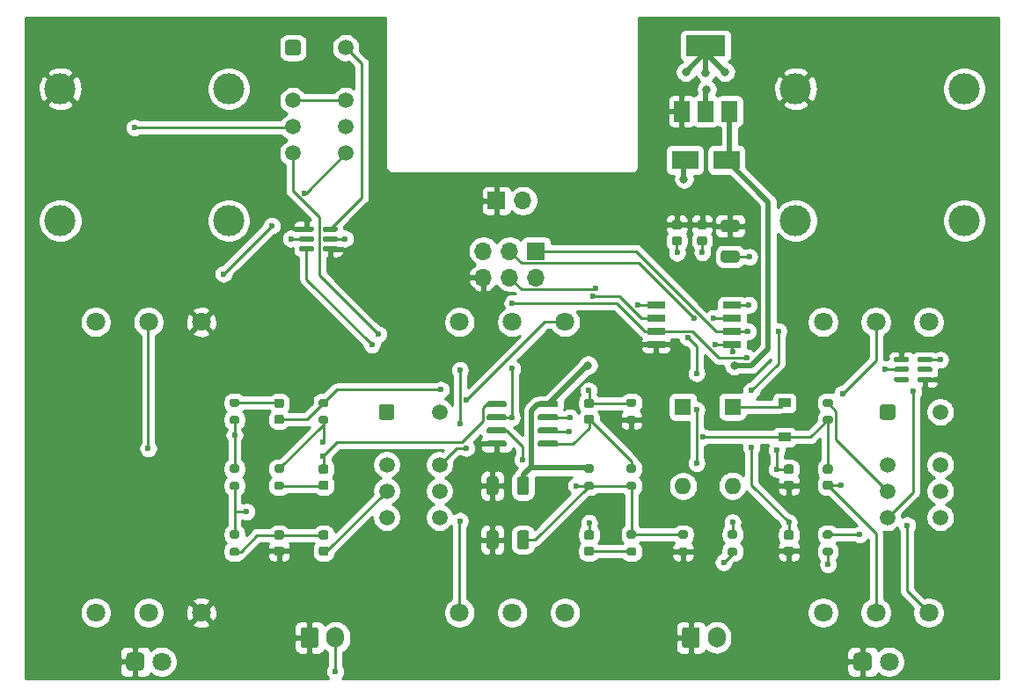
<source format=gbr>
%TF.GenerationSoftware,KiCad,Pcbnew,(5.1.9-0-10_14)*%
%TF.CreationDate,2021-06-12T10:18:14-06:00*%
%TF.ProjectId,template,74656d70-6c61-4746-952e-6b696361645f,rev?*%
%TF.SameCoordinates,Original*%
%TF.FileFunction,Copper,L1,Top*%
%TF.FilePolarity,Positive*%
%FSLAX46Y46*%
G04 Gerber Fmt 4.6, Leading zero omitted, Abs format (unit mm)*
G04 Created by KiCad (PCBNEW (5.1.9-0-10_14)) date 2021-06-12 10:18:14*
%MOMM*%
%LPD*%
G01*
G04 APERTURE LIST*
%TA.AperFunction,ComponentPad*%
%ADD10C,1.800000*%
%TD*%
%TA.AperFunction,ComponentPad*%
%ADD11O,1.700000X1.700000*%
%TD*%
%TA.AperFunction,ComponentPad*%
%ADD12R,1.700000X1.700000*%
%TD*%
%TA.AperFunction,SMDPad,CuDef*%
%ADD13R,1.500000X2.000000*%
%TD*%
%TA.AperFunction,SMDPad,CuDef*%
%ADD14R,3.800000X2.000000*%
%TD*%
%TA.AperFunction,SMDPad,CuDef*%
%ADD15R,1.700000X0.650000*%
%TD*%
%TA.AperFunction,ComponentPad*%
%ADD16C,3.000000*%
%TD*%
%TA.AperFunction,ComponentPad*%
%ADD17O,1.700000X2.000000*%
%TD*%
%TA.AperFunction,SMDPad,CuDef*%
%ADD18R,1.200000X0.900000*%
%TD*%
%TA.AperFunction,ComponentPad*%
%ADD19O,1.600000X1.600000*%
%TD*%
%TA.AperFunction,ComponentPad*%
%ADD20R,1.600000X1.600000*%
%TD*%
%TA.AperFunction,ComponentPad*%
%ADD21C,1.500000*%
%TD*%
%TA.AperFunction,SMDPad,CuDef*%
%ADD22R,2.500000X1.800000*%
%TD*%
%TA.AperFunction,ViaPad*%
%ADD23C,0.800000*%
%TD*%
%TA.AperFunction,ViaPad*%
%ADD24C,0.600000*%
%TD*%
%TA.AperFunction,Conductor*%
%ADD25C,0.500000*%
%TD*%
%TA.AperFunction,Conductor*%
%ADD26C,0.250000*%
%TD*%
%TA.AperFunction,Conductor*%
%ADD27C,0.254000*%
%TD*%
%TA.AperFunction,Conductor*%
%ADD28C,0.100000*%
%TD*%
G04 APERTURE END LIST*
D10*
%TO.P,RV6,1*%
%TO.N,GND*%
X102580000Y-108000000D03*
%TO.P,RV6,3*%
%TO.N,/preset_3_out_b*%
X92420000Y-108000000D03*
%TO.P,RV6,2*%
%TO.N,/return*%
X97500000Y-108000000D03*
%TD*%
D11*
%TO.P,J4,6*%
%TO.N,GND*%
X129720000Y-75700000D03*
%TO.P,J4,5*%
%TO.N,/rst*%
X129720000Y-73160000D03*
%TO.P,J4,4*%
%TO.N,/bypass_switch*%
X132260000Y-75700000D03*
%TO.P,J4,3*%
%TO.N,/bypass_led*%
X132260000Y-73160000D03*
%TO.P,J4,2*%
%TO.N,/5V*%
X134800000Y-75700000D03*
D12*
%TO.P,J4,1*%
%TO.N,/miso*%
X134800000Y-73160000D03*
%TD*%
%TO.P,R4,2*%
%TO.N,Net-(C7-Pad1)*%
%TA.AperFunction,SMDPad,CuDef*%
G36*
G01*
X144250000Y-94527500D02*
X143700000Y-94527500D01*
G75*
G02*
X143500000Y-94327500I0J200000D01*
G01*
X143500000Y-93927500D01*
G75*
G02*
X143700000Y-93727500I200000J0D01*
G01*
X144250000Y-93727500D01*
G75*
G02*
X144450000Y-93927500I0J-200000D01*
G01*
X144450000Y-94327500D01*
G75*
G02*
X144250000Y-94527500I-200000J0D01*
G01*
G37*
%TD.AperFunction*%
%TO.P,R4,1*%
%TO.N,/effect/Vref*%
%TA.AperFunction,SMDPad,CuDef*%
G36*
G01*
X144250000Y-96177500D02*
X143700000Y-96177500D01*
G75*
G02*
X143500000Y-95977500I0J200000D01*
G01*
X143500000Y-95577500D01*
G75*
G02*
X143700000Y-95377500I200000J0D01*
G01*
X144250000Y-95377500D01*
G75*
G02*
X144450000Y-95577500I0J-200000D01*
G01*
X144450000Y-95977500D01*
G75*
G02*
X144250000Y-96177500I-200000J0D01*
G01*
G37*
%TD.AperFunction*%
%TD*%
%TO.P,C1,2*%
%TO.N,GND*%
%TA.AperFunction,SMDPad,CuDef*%
G36*
G01*
X148605000Y-71080000D02*
X148105000Y-71080000D01*
G75*
G02*
X147880000Y-70855000I0J225000D01*
G01*
X147880000Y-70405000D01*
G75*
G02*
X148105000Y-70180000I225000J0D01*
G01*
X148605000Y-70180000D01*
G75*
G02*
X148830000Y-70405000I0J-225000D01*
G01*
X148830000Y-70855000D01*
G75*
G02*
X148605000Y-71080000I-225000J0D01*
G01*
G37*
%TD.AperFunction*%
%TO.P,C1,1*%
%TO.N,/5V*%
%TA.AperFunction,SMDPad,CuDef*%
G36*
G01*
X148605000Y-72630000D02*
X148105000Y-72630000D01*
G75*
G02*
X147880000Y-72405000I0J225000D01*
G01*
X147880000Y-71955000D01*
G75*
G02*
X148105000Y-71730000I225000J0D01*
G01*
X148605000Y-71730000D01*
G75*
G02*
X148830000Y-71955000I0J-225000D01*
G01*
X148830000Y-72405000D01*
G75*
G02*
X148605000Y-72630000I-225000J0D01*
G01*
G37*
%TD.AperFunction*%
%TD*%
%TO.P,C2,2*%
%TO.N,GND*%
%TA.AperFunction,SMDPad,CuDef*%
G36*
G01*
X131175000Y-95124999D02*
X131175000Y-96425001D01*
G75*
G02*
X130925001Y-96675000I-249999J0D01*
G01*
X130274999Y-96675000D01*
G75*
G02*
X130025000Y-96425001I0J249999D01*
G01*
X130025000Y-95124999D01*
G75*
G02*
X130274999Y-94875000I249999J0D01*
G01*
X130925001Y-94875000D01*
G75*
G02*
X131175000Y-95124999I0J-249999D01*
G01*
G37*
%TD.AperFunction*%
%TO.P,C2,1*%
%TO.N,9V*%
%TA.AperFunction,SMDPad,CuDef*%
G36*
G01*
X134125000Y-95124999D02*
X134125000Y-96425001D01*
G75*
G02*
X133875001Y-96675000I-249999J0D01*
G01*
X133224999Y-96675000D01*
G75*
G02*
X132975000Y-96425001I0J249999D01*
G01*
X132975000Y-95124999D01*
G75*
G02*
X133224999Y-94875000I249999J0D01*
G01*
X133875001Y-94875000D01*
G75*
G02*
X134125000Y-95124999I0J-249999D01*
G01*
G37*
%TD.AperFunction*%
%TD*%
%TO.P,C3,2*%
%TO.N,GND*%
%TA.AperFunction,SMDPad,CuDef*%
G36*
G01*
X151025000Y-71075000D02*
X150525000Y-71075000D01*
G75*
G02*
X150300000Y-70850000I0J225000D01*
G01*
X150300000Y-70400000D01*
G75*
G02*
X150525000Y-70175000I225000J0D01*
G01*
X151025000Y-70175000D01*
G75*
G02*
X151250000Y-70400000I0J-225000D01*
G01*
X151250000Y-70850000D01*
G75*
G02*
X151025000Y-71075000I-225000J0D01*
G01*
G37*
%TD.AperFunction*%
%TO.P,C3,1*%
%TO.N,/5V*%
%TA.AperFunction,SMDPad,CuDef*%
G36*
G01*
X151025000Y-72625000D02*
X150525000Y-72625000D01*
G75*
G02*
X150300000Y-72400000I0J225000D01*
G01*
X150300000Y-71950000D01*
G75*
G02*
X150525000Y-71725000I225000J0D01*
G01*
X151025000Y-71725000D01*
G75*
G02*
X151250000Y-71950000I0J-225000D01*
G01*
X151250000Y-72400000D01*
G75*
G02*
X151025000Y-72625000I-225000J0D01*
G01*
G37*
%TD.AperFunction*%
%TD*%
%TO.P,C4,2*%
%TO.N,GND*%
%TA.AperFunction,SMDPad,CuDef*%
G36*
G01*
X154125001Y-71325000D02*
X152824999Y-71325000D01*
G75*
G02*
X152575000Y-71075001I0J249999D01*
G01*
X152575000Y-70424999D01*
G75*
G02*
X152824999Y-70175000I249999J0D01*
G01*
X154125001Y-70175000D01*
G75*
G02*
X154375000Y-70424999I0J-249999D01*
G01*
X154375000Y-71075001D01*
G75*
G02*
X154125001Y-71325000I-249999J0D01*
G01*
G37*
%TD.AperFunction*%
%TO.P,C4,1*%
%TO.N,/5V*%
%TA.AperFunction,SMDPad,CuDef*%
G36*
G01*
X154125001Y-74275000D02*
X152824999Y-74275000D01*
G75*
G02*
X152575000Y-74025001I0J249999D01*
G01*
X152575000Y-73374999D01*
G75*
G02*
X152824999Y-73125000I249999J0D01*
G01*
X154125001Y-73125000D01*
G75*
G02*
X154375000Y-73374999I0J-249999D01*
G01*
X154375000Y-74025001D01*
G75*
G02*
X154125001Y-74275000I-249999J0D01*
G01*
G37*
%TD.AperFunction*%
%TD*%
D13*
%TO.P,U1,1*%
%TO.N,GND*%
X148825000Y-59700000D03*
%TO.P,U1,3*%
%TO.N,9V*%
X153425000Y-59700000D03*
%TO.P,U1,2*%
%TO.N,/5V*%
X151125000Y-59700000D03*
D14*
X151125000Y-53400000D03*
%TD*%
D15*
%TO.P,U2,8*%
%TO.N,/5V*%
X153650000Y-78360000D03*
%TO.P,U2,7*%
%TO.N,/bypass_led*%
X153650000Y-79630000D03*
%TO.P,U2,6*%
%TO.N,/miso*%
X153650000Y-80900000D03*
%TO.P,U2,5*%
%TO.N,/bypass_switch*%
X153650000Y-82170000D03*
%TO.P,U2,4*%
%TO.N,GND*%
X146350000Y-82170000D03*
%TO.P,U2,3*%
%TO.N,/preset_relay*%
X146350000Y-80900000D03*
%TO.P,U2,2*%
%TO.N,/bypass_relay*%
X146350000Y-79630000D03*
%TO.P,U2,1*%
%TO.N,/rst*%
X146350000Y-78360000D03*
%TD*%
D16*
%TO.P,J3,TN*%
%TO.N,N/C*%
X176005000Y-70225000D03*
%TO.P,J3,SN*%
X176005000Y-57525000D03*
%TO.P,J3,T*%
%TO.N,/out*%
X159775000Y-70225000D03*
%TO.P,J3,S*%
%TO.N,GND*%
X159775000Y-57525000D03*
%TD*%
D10*
%TO.P,RV4,1*%
%TO.N,/preset_2_out_b*%
X137580000Y-108000000D03*
%TO.P,RV4,3*%
%TO.N,/effect/tone_pin_3*%
X127420000Y-108000000D03*
%TO.P,RV4,2*%
%TO.N,/effect/tone_pin_2*%
X132500000Y-108000000D03*
%TD*%
D17*
%TO.P,SW2,2*%
%TO.N,/miso*%
X152200000Y-110400000D03*
%TO.P,SW2,1*%
%TO.N,GND*%
%TA.AperFunction,ComponentPad*%
G36*
G01*
X148850000Y-111150000D02*
X148850000Y-109650000D01*
G75*
G02*
X149100000Y-109400000I250000J0D01*
G01*
X150300000Y-109400000D01*
G75*
G02*
X150550000Y-109650000I0J-250000D01*
G01*
X150550000Y-111150000D01*
G75*
G02*
X150300000Y-111400000I-250000J0D01*
G01*
X149100000Y-111400000D01*
G75*
G02*
X148850000Y-111150000I0J250000D01*
G01*
G37*
%TD.AperFunction*%
%TD*%
%TO.P,SW1,2*%
%TO.N,/bypass_switch*%
X115500000Y-110400000D03*
%TO.P,SW1,1*%
%TO.N,GND*%
%TA.AperFunction,ComponentPad*%
G36*
G01*
X112150000Y-111150000D02*
X112150000Y-109650000D01*
G75*
G02*
X112400000Y-109400000I250000J0D01*
G01*
X113600000Y-109400000D01*
G75*
G02*
X113850000Y-109650000I0J-250000D01*
G01*
X113850000Y-111150000D01*
G75*
G02*
X113600000Y-111400000I-250000J0D01*
G01*
X112400000Y-111400000D01*
G75*
G02*
X112150000Y-111150000I0J250000D01*
G01*
G37*
%TD.AperFunction*%
%TD*%
%TO.P,R10,2*%
%TO.N,Net-(C10-Pad1)*%
%TA.AperFunction,SMDPad,CuDef*%
G36*
G01*
X106050000Y-88185000D02*
X105500000Y-88185000D01*
G75*
G02*
X105300000Y-87985000I0J200000D01*
G01*
X105300000Y-87585000D01*
G75*
G02*
X105500000Y-87385000I200000J0D01*
G01*
X106050000Y-87385000D01*
G75*
G02*
X106250000Y-87585000I0J-200000D01*
G01*
X106250000Y-87985000D01*
G75*
G02*
X106050000Y-88185000I-200000J0D01*
G01*
G37*
%TD.AperFunction*%
%TO.P,R10,1*%
%TO.N,/effect/tone_pin_3*%
%TA.AperFunction,SMDPad,CuDef*%
G36*
G01*
X106050000Y-89835000D02*
X105500000Y-89835000D01*
G75*
G02*
X105300000Y-89635000I0J200000D01*
G01*
X105300000Y-89235000D01*
G75*
G02*
X105500000Y-89035000I200000J0D01*
G01*
X106050000Y-89035000D01*
G75*
G02*
X106250000Y-89235000I0J-200000D01*
G01*
X106250000Y-89635000D01*
G75*
G02*
X106050000Y-89835000I-200000J0D01*
G01*
G37*
%TD.AperFunction*%
%TD*%
D10*
%TO.P,RV3,1*%
%TO.N,/preset_2_out_a*%
X137580000Y-80000000D03*
%TO.P,RV3,3*%
%TO.N,/effect/tone_pin_3*%
X127420000Y-80000000D03*
%TO.P,RV3,2*%
%TO.N,/effect/tone_pin_2*%
X132500000Y-80000000D03*
%TD*%
%TO.P,C7,1*%
%TO.N,Net-(C7-Pad1)*%
%TA.AperFunction,SMDPad,CuDef*%
G36*
G01*
X140150000Y-89835000D02*
X139650000Y-89835000D01*
G75*
G02*
X139425000Y-89610000I0J225000D01*
G01*
X139425000Y-89160000D01*
G75*
G02*
X139650000Y-88935000I225000J0D01*
G01*
X140150000Y-88935000D01*
G75*
G02*
X140375000Y-89160000I0J-225000D01*
G01*
X140375000Y-89610000D01*
G75*
G02*
X140150000Y-89835000I-225000J0D01*
G01*
G37*
%TD.AperFunction*%
%TO.P,C7,2*%
%TO.N,/send*%
%TA.AperFunction,SMDPad,CuDef*%
G36*
G01*
X140150000Y-88285000D02*
X139650000Y-88285000D01*
G75*
G02*
X139425000Y-88060000I0J225000D01*
G01*
X139425000Y-87610000D01*
G75*
G02*
X139650000Y-87385000I225000J0D01*
G01*
X140150000Y-87385000D01*
G75*
G02*
X140375000Y-87610000I0J-225000D01*
G01*
X140375000Y-88060000D01*
G75*
G02*
X140150000Y-88285000I-225000J0D01*
G01*
G37*
%TD.AperFunction*%
%TD*%
%TO.P,C8,2*%
%TO.N,Net-(C8-Pad2)*%
%TA.AperFunction,SMDPad,CuDef*%
G36*
G01*
X139650000Y-101620000D02*
X140150000Y-101620000D01*
G75*
G02*
X140375000Y-101845000I0J-225000D01*
G01*
X140375000Y-102295000D01*
G75*
G02*
X140150000Y-102520000I-225000J0D01*
G01*
X139650000Y-102520000D01*
G75*
G02*
X139425000Y-102295000I0J225000D01*
G01*
X139425000Y-101845000D01*
G75*
G02*
X139650000Y-101620000I225000J0D01*
G01*
G37*
%TD.AperFunction*%
%TO.P,C8,1*%
%TO.N,Net-(C8-Pad1)*%
%TA.AperFunction,SMDPad,CuDef*%
G36*
G01*
X139650000Y-100070000D02*
X140150000Y-100070000D01*
G75*
G02*
X140375000Y-100295000I0J-225000D01*
G01*
X140375000Y-100745000D01*
G75*
G02*
X140150000Y-100970000I-225000J0D01*
G01*
X139650000Y-100970000D01*
G75*
G02*
X139425000Y-100745000I0J225000D01*
G01*
X139425000Y-100295000D01*
G75*
G02*
X139650000Y-100070000I225000J0D01*
G01*
G37*
%TD.AperFunction*%
%TD*%
%TO.P,C9,2*%
%TO.N,Net-(C8-Pad1)*%
%TA.AperFunction,SMDPad,CuDef*%
G36*
G01*
X163125000Y-94627500D02*
X162625000Y-94627500D01*
G75*
G02*
X162400000Y-94402500I0J225000D01*
G01*
X162400000Y-93952500D01*
G75*
G02*
X162625000Y-93727500I225000J0D01*
G01*
X163125000Y-93727500D01*
G75*
G02*
X163350000Y-93952500I0J-225000D01*
G01*
X163350000Y-94402500D01*
G75*
G02*
X163125000Y-94627500I-225000J0D01*
G01*
G37*
%TD.AperFunction*%
%TO.P,C9,1*%
%TO.N,/effect/gain_out*%
%TA.AperFunction,SMDPad,CuDef*%
G36*
G01*
X163125000Y-96177500D02*
X162625000Y-96177500D01*
G75*
G02*
X162400000Y-95952500I0J225000D01*
G01*
X162400000Y-95502500D01*
G75*
G02*
X162625000Y-95277500I225000J0D01*
G01*
X163125000Y-95277500D01*
G75*
G02*
X163350000Y-95502500I0J-225000D01*
G01*
X163350000Y-95952500D01*
G75*
G02*
X163125000Y-96177500I-225000J0D01*
G01*
G37*
%TD.AperFunction*%
%TD*%
%TO.P,C10,2*%
%TO.N,/effect/gain_out*%
%TA.AperFunction,SMDPad,CuDef*%
G36*
G01*
X109825000Y-88935000D02*
X110325000Y-88935000D01*
G75*
G02*
X110550000Y-89160000I0J-225000D01*
G01*
X110550000Y-89610000D01*
G75*
G02*
X110325000Y-89835000I-225000J0D01*
G01*
X109825000Y-89835000D01*
G75*
G02*
X109600000Y-89610000I0J225000D01*
G01*
X109600000Y-89160000D01*
G75*
G02*
X109825000Y-88935000I225000J0D01*
G01*
G37*
%TD.AperFunction*%
%TO.P,C10,1*%
%TO.N,Net-(C10-Pad1)*%
%TA.AperFunction,SMDPad,CuDef*%
G36*
G01*
X109825000Y-87385000D02*
X110325000Y-87385000D01*
G75*
G02*
X110550000Y-87610000I0J-225000D01*
G01*
X110550000Y-88060000D01*
G75*
G02*
X110325000Y-88285000I-225000J0D01*
G01*
X109825000Y-88285000D01*
G75*
G02*
X109600000Y-88060000I0J225000D01*
G01*
X109600000Y-87610000D01*
G75*
G02*
X109825000Y-87385000I225000J0D01*
G01*
G37*
%TD.AperFunction*%
%TD*%
%TO.P,C11,2*%
%TO.N,Net-(C11-Pad2)*%
%TA.AperFunction,SMDPad,CuDef*%
G36*
G01*
X114100000Y-95277500D02*
X114600000Y-95277500D01*
G75*
G02*
X114825000Y-95502500I0J-225000D01*
G01*
X114825000Y-95952500D01*
G75*
G02*
X114600000Y-96177500I-225000J0D01*
G01*
X114100000Y-96177500D01*
G75*
G02*
X113875000Y-95952500I0J225000D01*
G01*
X113875000Y-95502500D01*
G75*
G02*
X114100000Y-95277500I225000J0D01*
G01*
G37*
%TD.AperFunction*%
%TO.P,C11,1*%
%TO.N,Net-(C11-Pad1)*%
%TA.AperFunction,SMDPad,CuDef*%
G36*
G01*
X114100000Y-93727500D02*
X114600000Y-93727500D01*
G75*
G02*
X114825000Y-93952500I0J-225000D01*
G01*
X114825000Y-94402500D01*
G75*
G02*
X114600000Y-94627500I-225000J0D01*
G01*
X114100000Y-94627500D01*
G75*
G02*
X113875000Y-94402500I0J225000D01*
G01*
X113875000Y-93952500D01*
G75*
G02*
X114100000Y-93727500I225000J0D01*
G01*
G37*
%TD.AperFunction*%
%TD*%
%TO.P,C12,2*%
%TO.N,Net-(C12-Pad2)*%
%TA.AperFunction,SMDPad,CuDef*%
G36*
G01*
X110325000Y-100970000D02*
X109825000Y-100970000D01*
G75*
G02*
X109600000Y-100745000I0J225000D01*
G01*
X109600000Y-100295000D01*
G75*
G02*
X109825000Y-100070000I225000J0D01*
G01*
X110325000Y-100070000D01*
G75*
G02*
X110550000Y-100295000I0J-225000D01*
G01*
X110550000Y-100745000D01*
G75*
G02*
X110325000Y-100970000I-225000J0D01*
G01*
G37*
%TD.AperFunction*%
%TO.P,C12,1*%
%TO.N,GND*%
%TA.AperFunction,SMDPad,CuDef*%
G36*
G01*
X110325000Y-102520000D02*
X109825000Y-102520000D01*
G75*
G02*
X109600000Y-102295000I0J225000D01*
G01*
X109600000Y-101845000D01*
G75*
G02*
X109825000Y-101620000I225000J0D01*
G01*
X110325000Y-101620000D01*
G75*
G02*
X110550000Y-101845000I0J-225000D01*
G01*
X110550000Y-102295000D01*
G75*
G02*
X110325000Y-102520000I-225000J0D01*
G01*
G37*
%TD.AperFunction*%
%TD*%
%TO.P,C13,2*%
%TO.N,GND*%
%TA.AperFunction,SMDPad,CuDef*%
G36*
G01*
X131175000Y-100324999D02*
X131175000Y-101625001D01*
G75*
G02*
X130925001Y-101875000I-249999J0D01*
G01*
X130274999Y-101875000D01*
G75*
G02*
X130025000Y-101625001I0J249999D01*
G01*
X130025000Y-100324999D01*
G75*
G02*
X130274999Y-100075000I249999J0D01*
G01*
X130925001Y-100075000D01*
G75*
G02*
X131175000Y-100324999I0J-249999D01*
G01*
G37*
%TD.AperFunction*%
%TO.P,C13,1*%
%TO.N,/effect/Vref*%
%TA.AperFunction,SMDPad,CuDef*%
G36*
G01*
X134125000Y-100324999D02*
X134125000Y-101625001D01*
G75*
G02*
X133875001Y-101875000I-249999J0D01*
G01*
X133224999Y-101875000D01*
G75*
G02*
X132975000Y-101625001I0J249999D01*
G01*
X132975000Y-100324999D01*
G75*
G02*
X133224999Y-100075000I249999J0D01*
G01*
X133875001Y-100075000D01*
G75*
G02*
X134125000Y-100324999I0J-249999D01*
G01*
G37*
%TD.AperFunction*%
%TD*%
%TO.P,C14,2*%
%TO.N,Net-(C12-Pad2)*%
%TA.AperFunction,SMDPad,CuDef*%
G36*
G01*
X114600000Y-100970000D02*
X114100000Y-100970000D01*
G75*
G02*
X113875000Y-100745000I0J225000D01*
G01*
X113875000Y-100295000D01*
G75*
G02*
X114100000Y-100070000I225000J0D01*
G01*
X114600000Y-100070000D01*
G75*
G02*
X114825000Y-100295000I0J-225000D01*
G01*
X114825000Y-100745000D01*
G75*
G02*
X114600000Y-100970000I-225000J0D01*
G01*
G37*
%TD.AperFunction*%
%TO.P,C14,1*%
%TO.N,/preset_3_in*%
%TA.AperFunction,SMDPad,CuDef*%
G36*
G01*
X114600000Y-102520000D02*
X114100000Y-102520000D01*
G75*
G02*
X113875000Y-102295000I0J225000D01*
G01*
X113875000Y-101845000D01*
G75*
G02*
X114100000Y-101620000I225000J0D01*
G01*
X114600000Y-101620000D01*
G75*
G02*
X114825000Y-101845000I0J-225000D01*
G01*
X114825000Y-102295000D01*
G75*
G02*
X114600000Y-102520000I-225000J0D01*
G01*
G37*
%TD.AperFunction*%
%TD*%
D18*
%TO.P,D4,2*%
%TO.N,Net-(D4-Pad2)*%
X158705000Y-87800000D03*
%TO.P,D4,1*%
%TO.N,Net-(C8-Pad1)*%
X158705000Y-91100000D03*
%TD*%
D19*
%TO.P,D5,2*%
%TO.N,Net-(C8-Pad1)*%
X148950000Y-95795000D03*
D20*
%TO.P,D5,1*%
%TO.N,/effect/gain_out*%
X148950000Y-88175000D03*
%TD*%
D19*
%TO.P,D6,2*%
%TO.N,/effect/gain_out*%
X153700000Y-95770000D03*
D20*
%TO.P,D6,1*%
%TO.N,Net-(D4-Pad2)*%
X153700000Y-88150000D03*
%TD*%
%TO.P,R3,1*%
%TO.N,/send*%
%TA.AperFunction,SMDPad,CuDef*%
G36*
G01*
X143700000Y-87385000D02*
X144250000Y-87385000D01*
G75*
G02*
X144450000Y-87585000I0J-200000D01*
G01*
X144450000Y-87985000D01*
G75*
G02*
X144250000Y-88185000I-200000J0D01*
G01*
X143700000Y-88185000D01*
G75*
G02*
X143500000Y-87985000I0J200000D01*
G01*
X143500000Y-87585000D01*
G75*
G02*
X143700000Y-87385000I200000J0D01*
G01*
G37*
%TD.AperFunction*%
%TO.P,R3,2*%
%TO.N,GND*%
%TA.AperFunction,SMDPad,CuDef*%
G36*
G01*
X143700000Y-89035000D02*
X144250000Y-89035000D01*
G75*
G02*
X144450000Y-89235000I0J-200000D01*
G01*
X144450000Y-89635000D01*
G75*
G02*
X144250000Y-89835000I-200000J0D01*
G01*
X143700000Y-89835000D01*
G75*
G02*
X143500000Y-89635000I0J200000D01*
G01*
X143500000Y-89235000D01*
G75*
G02*
X143700000Y-89035000I200000J0D01*
G01*
G37*
%TD.AperFunction*%
%TD*%
%TO.P,R5,2*%
%TO.N,/effect/Vref*%
%TA.AperFunction,SMDPad,CuDef*%
G36*
G01*
X144250000Y-100870000D02*
X143700000Y-100870000D01*
G75*
G02*
X143500000Y-100670000I0J200000D01*
G01*
X143500000Y-100270000D01*
G75*
G02*
X143700000Y-100070000I200000J0D01*
G01*
X144250000Y-100070000D01*
G75*
G02*
X144450000Y-100270000I0J-200000D01*
G01*
X144450000Y-100670000D01*
G75*
G02*
X144250000Y-100870000I-200000J0D01*
G01*
G37*
%TD.AperFunction*%
%TO.P,R5,1*%
%TO.N,Net-(C8-Pad2)*%
%TA.AperFunction,SMDPad,CuDef*%
G36*
G01*
X144250000Y-102520000D02*
X143700000Y-102520000D01*
G75*
G02*
X143500000Y-102320000I0J200000D01*
G01*
X143500000Y-101920000D01*
G75*
G02*
X143700000Y-101720000I200000J0D01*
G01*
X144250000Y-101720000D01*
G75*
G02*
X144450000Y-101920000I0J-200000D01*
G01*
X144450000Y-102320000D01*
G75*
G02*
X144250000Y-102520000I-200000J0D01*
G01*
G37*
%TD.AperFunction*%
%TD*%
%TO.P,R7,2*%
%TO.N,Net-(C8-Pad1)*%
%TA.AperFunction,SMDPad,CuDef*%
G36*
G01*
X162600000Y-89035000D02*
X163150000Y-89035000D01*
G75*
G02*
X163350000Y-89235000I0J-200000D01*
G01*
X163350000Y-89635000D01*
G75*
G02*
X163150000Y-89835000I-200000J0D01*
G01*
X162600000Y-89835000D01*
G75*
G02*
X162400000Y-89635000I0J200000D01*
G01*
X162400000Y-89235000D01*
G75*
G02*
X162600000Y-89035000I200000J0D01*
G01*
G37*
%TD.AperFunction*%
%TO.P,R7,1*%
%TO.N,/preset_1_in*%
%TA.AperFunction,SMDPad,CuDef*%
G36*
G01*
X162600000Y-87385000D02*
X163150000Y-87385000D01*
G75*
G02*
X163350000Y-87585000I0J-200000D01*
G01*
X163350000Y-87985000D01*
G75*
G02*
X163150000Y-88185000I-200000J0D01*
G01*
X162600000Y-88185000D01*
G75*
G02*
X162400000Y-87985000I0J200000D01*
G01*
X162400000Y-87585000D01*
G75*
G02*
X162600000Y-87385000I200000J0D01*
G01*
G37*
%TD.AperFunction*%
%TD*%
%TO.P,R8,2*%
%TO.N,/effect/gain_out*%
%TA.AperFunction,SMDPad,CuDef*%
G36*
G01*
X114625000Y-88185000D02*
X114075000Y-88185000D01*
G75*
G02*
X113875000Y-87985000I0J200000D01*
G01*
X113875000Y-87585000D01*
G75*
G02*
X114075000Y-87385000I200000J0D01*
G01*
X114625000Y-87385000D01*
G75*
G02*
X114825000Y-87585000I0J-200000D01*
G01*
X114825000Y-87985000D01*
G75*
G02*
X114625000Y-88185000I-200000J0D01*
G01*
G37*
%TD.AperFunction*%
%TO.P,R8,1*%
%TO.N,/preset_2_in*%
%TA.AperFunction,SMDPad,CuDef*%
G36*
G01*
X114625000Y-89835000D02*
X114075000Y-89835000D01*
G75*
G02*
X113875000Y-89635000I0J200000D01*
G01*
X113875000Y-89235000D01*
G75*
G02*
X114075000Y-89035000I200000J0D01*
G01*
X114625000Y-89035000D01*
G75*
G02*
X114825000Y-89235000I0J-200000D01*
G01*
X114825000Y-89635000D01*
G75*
G02*
X114625000Y-89835000I-200000J0D01*
G01*
G37*
%TD.AperFunction*%
%TD*%
%TO.P,R9,2*%
%TO.N,/preset_2_in*%
%TA.AperFunction,SMDPad,CuDef*%
G36*
G01*
X110350000Y-94527500D02*
X109800000Y-94527500D01*
G75*
G02*
X109600000Y-94327500I0J200000D01*
G01*
X109600000Y-93927500D01*
G75*
G02*
X109800000Y-93727500I200000J0D01*
G01*
X110350000Y-93727500D01*
G75*
G02*
X110550000Y-93927500I0J-200000D01*
G01*
X110550000Y-94327500D01*
G75*
G02*
X110350000Y-94527500I-200000J0D01*
G01*
G37*
%TD.AperFunction*%
%TO.P,R9,1*%
%TO.N,Net-(C11-Pad2)*%
%TA.AperFunction,SMDPad,CuDef*%
G36*
G01*
X110350000Y-96177500D02*
X109800000Y-96177500D01*
G75*
G02*
X109600000Y-95977500I0J200000D01*
G01*
X109600000Y-95577500D01*
G75*
G02*
X109800000Y-95377500I200000J0D01*
G01*
X110350000Y-95377500D01*
G75*
G02*
X110550000Y-95577500I0J-200000D01*
G01*
X110550000Y-95977500D01*
G75*
G02*
X110350000Y-96177500I-200000J0D01*
G01*
G37*
%TD.AperFunction*%
%TD*%
%TO.P,R11,2*%
%TO.N,/effect/tone_pin_3*%
%TA.AperFunction,SMDPad,CuDef*%
G36*
G01*
X106050000Y-94527500D02*
X105500000Y-94527500D01*
G75*
G02*
X105300000Y-94327500I0J200000D01*
G01*
X105300000Y-93927500D01*
G75*
G02*
X105500000Y-93727500I200000J0D01*
G01*
X106050000Y-93727500D01*
G75*
G02*
X106250000Y-93927500I0J-200000D01*
G01*
X106250000Y-94327500D01*
G75*
G02*
X106050000Y-94527500I-200000J0D01*
G01*
G37*
%TD.AperFunction*%
%TO.P,R11,1*%
%TO.N,Net-(C11-Pad1)*%
%TA.AperFunction,SMDPad,CuDef*%
G36*
G01*
X106050000Y-96177500D02*
X105500000Y-96177500D01*
G75*
G02*
X105300000Y-95977500I0J200000D01*
G01*
X105300000Y-95577500D01*
G75*
G02*
X105500000Y-95377500I200000J0D01*
G01*
X106050000Y-95377500D01*
G75*
G02*
X106250000Y-95577500I0J-200000D01*
G01*
X106250000Y-95977500D01*
G75*
G02*
X106050000Y-96177500I-200000J0D01*
G01*
G37*
%TD.AperFunction*%
%TD*%
%TO.P,R12,2*%
%TO.N,Net-(C11-Pad1)*%
%TA.AperFunction,SMDPad,CuDef*%
G36*
G01*
X106050000Y-100870000D02*
X105500000Y-100870000D01*
G75*
G02*
X105300000Y-100670000I0J200000D01*
G01*
X105300000Y-100270000D01*
G75*
G02*
X105500000Y-100070000I200000J0D01*
G01*
X106050000Y-100070000D01*
G75*
G02*
X106250000Y-100270000I0J-200000D01*
G01*
X106250000Y-100670000D01*
G75*
G02*
X106050000Y-100870000I-200000J0D01*
G01*
G37*
%TD.AperFunction*%
%TO.P,R12,1*%
%TO.N,Net-(C12-Pad2)*%
%TA.AperFunction,SMDPad,CuDef*%
G36*
G01*
X106050000Y-102520000D02*
X105500000Y-102520000D01*
G75*
G02*
X105300000Y-102320000I0J200000D01*
G01*
X105300000Y-101920000D01*
G75*
G02*
X105500000Y-101720000I200000J0D01*
G01*
X106050000Y-101720000D01*
G75*
G02*
X106250000Y-101920000I0J-200000D01*
G01*
X106250000Y-102320000D01*
G75*
G02*
X106050000Y-102520000I-200000J0D01*
G01*
G37*
%TD.AperFunction*%
%TD*%
%TO.P,R13,2*%
%TO.N,/effect/Vref*%
%TA.AperFunction,SMDPad,CuDef*%
G36*
G01*
X139625000Y-95377500D02*
X140175000Y-95377500D01*
G75*
G02*
X140375000Y-95577500I0J-200000D01*
G01*
X140375000Y-95977500D01*
G75*
G02*
X140175000Y-96177500I-200000J0D01*
G01*
X139625000Y-96177500D01*
G75*
G02*
X139425000Y-95977500I0J200000D01*
G01*
X139425000Y-95577500D01*
G75*
G02*
X139625000Y-95377500I200000J0D01*
G01*
G37*
%TD.AperFunction*%
%TO.P,R13,1*%
%TO.N,9V*%
%TA.AperFunction,SMDPad,CuDef*%
G36*
G01*
X139625000Y-93727500D02*
X140175000Y-93727500D01*
G75*
G02*
X140375000Y-93927500I0J-200000D01*
G01*
X140375000Y-94327500D01*
G75*
G02*
X140175000Y-94527500I-200000J0D01*
G01*
X139625000Y-94527500D01*
G75*
G02*
X139425000Y-94327500I0J200000D01*
G01*
X139425000Y-93927500D01*
G75*
G02*
X139625000Y-93727500I200000J0D01*
G01*
G37*
%TD.AperFunction*%
%TD*%
%TO.P,R14,2*%
%TO.N,GND*%
%TA.AperFunction,SMDPad,CuDef*%
G36*
G01*
X148675000Y-101720000D02*
X149225000Y-101720000D01*
G75*
G02*
X149425000Y-101920000I0J-200000D01*
G01*
X149425000Y-102320000D01*
G75*
G02*
X149225000Y-102520000I-200000J0D01*
G01*
X148675000Y-102520000D01*
G75*
G02*
X148475000Y-102320000I0J200000D01*
G01*
X148475000Y-101920000D01*
G75*
G02*
X148675000Y-101720000I200000J0D01*
G01*
G37*
%TD.AperFunction*%
%TO.P,R14,1*%
%TO.N,/effect/Vref*%
%TA.AperFunction,SMDPad,CuDef*%
G36*
G01*
X148675000Y-100070000D02*
X149225000Y-100070000D01*
G75*
G02*
X149425000Y-100270000I0J-200000D01*
G01*
X149425000Y-100670000D01*
G75*
G02*
X149225000Y-100870000I-200000J0D01*
G01*
X148675000Y-100870000D01*
G75*
G02*
X148475000Y-100670000I0J200000D01*
G01*
X148475000Y-100270000D01*
G75*
G02*
X148675000Y-100070000I200000J0D01*
G01*
G37*
%TD.AperFunction*%
%TD*%
%TO.P,U5,8*%
%TO.N,9V*%
%TA.AperFunction,SMDPad,CuDef*%
G36*
G01*
X134975000Y-88075000D02*
X134975000Y-87775000D01*
G75*
G02*
X135125000Y-87625000I150000J0D01*
G01*
X136775000Y-87625000D01*
G75*
G02*
X136925000Y-87775000I0J-150000D01*
G01*
X136925000Y-88075000D01*
G75*
G02*
X136775000Y-88225000I-150000J0D01*
G01*
X135125000Y-88225000D01*
G75*
G02*
X134975000Y-88075000I0J150000D01*
G01*
G37*
%TD.AperFunction*%
%TO.P,U5,7*%
%TO.N,/effect/gain_out*%
%TA.AperFunction,SMDPad,CuDef*%
G36*
G01*
X134975000Y-89345000D02*
X134975000Y-89045000D01*
G75*
G02*
X135125000Y-88895000I150000J0D01*
G01*
X136775000Y-88895000D01*
G75*
G02*
X136925000Y-89045000I0J-150000D01*
G01*
X136925000Y-89345000D01*
G75*
G02*
X136775000Y-89495000I-150000J0D01*
G01*
X135125000Y-89495000D01*
G75*
G02*
X134975000Y-89345000I0J150000D01*
G01*
G37*
%TD.AperFunction*%
%TO.P,U5,6*%
%TO.N,Net-(C8-Pad1)*%
%TA.AperFunction,SMDPad,CuDef*%
G36*
G01*
X134975000Y-90615000D02*
X134975000Y-90315000D01*
G75*
G02*
X135125000Y-90165000I150000J0D01*
G01*
X136775000Y-90165000D01*
G75*
G02*
X136925000Y-90315000I0J-150000D01*
G01*
X136925000Y-90615000D01*
G75*
G02*
X136775000Y-90765000I-150000J0D01*
G01*
X135125000Y-90765000D01*
G75*
G02*
X134975000Y-90615000I0J150000D01*
G01*
G37*
%TD.AperFunction*%
%TO.P,U5,5*%
%TO.N,Net-(C7-Pad1)*%
%TA.AperFunction,SMDPad,CuDef*%
G36*
G01*
X134975000Y-91885000D02*
X134975000Y-91585000D01*
G75*
G02*
X135125000Y-91435000I150000J0D01*
G01*
X136775000Y-91435000D01*
G75*
G02*
X136925000Y-91585000I0J-150000D01*
G01*
X136925000Y-91885000D01*
G75*
G02*
X136775000Y-92035000I-150000J0D01*
G01*
X135125000Y-92035000D01*
G75*
G02*
X134975000Y-91885000I0J150000D01*
G01*
G37*
%TD.AperFunction*%
%TO.P,U5,4*%
%TO.N,GND*%
%TA.AperFunction,SMDPad,CuDef*%
G36*
G01*
X130025000Y-91885000D02*
X130025000Y-91585000D01*
G75*
G02*
X130175000Y-91435000I150000J0D01*
G01*
X131825000Y-91435000D01*
G75*
G02*
X131975000Y-91585000I0J-150000D01*
G01*
X131975000Y-91885000D01*
G75*
G02*
X131825000Y-92035000I-150000J0D01*
G01*
X130175000Y-92035000D01*
G75*
G02*
X130025000Y-91885000I0J150000D01*
G01*
G37*
%TD.AperFunction*%
%TO.P,U5,3*%
%TO.N,/effect/Vref*%
%TA.AperFunction,SMDPad,CuDef*%
G36*
G01*
X130025000Y-90615000D02*
X130025000Y-90315000D01*
G75*
G02*
X130175000Y-90165000I150000J0D01*
G01*
X131825000Y-90165000D01*
G75*
G02*
X131975000Y-90315000I0J-150000D01*
G01*
X131975000Y-90615000D01*
G75*
G02*
X131825000Y-90765000I-150000J0D01*
G01*
X130175000Y-90765000D01*
G75*
G02*
X130025000Y-90615000I0J150000D01*
G01*
G37*
%TD.AperFunction*%
%TO.P,U5,2*%
%TO.N,/effect/tone_pin_2*%
%TA.AperFunction,SMDPad,CuDef*%
G36*
G01*
X130025000Y-89345000D02*
X130025000Y-89045000D01*
G75*
G02*
X130175000Y-88895000I150000J0D01*
G01*
X131825000Y-88895000D01*
G75*
G02*
X131975000Y-89045000I0J-150000D01*
G01*
X131975000Y-89345000D01*
G75*
G02*
X131825000Y-89495000I-150000J0D01*
G01*
X130175000Y-89495000D01*
G75*
G02*
X130025000Y-89345000I0J150000D01*
G01*
G37*
%TD.AperFunction*%
%TO.P,U5,1*%
%TO.N,Net-(C11-Pad1)*%
%TA.AperFunction,SMDPad,CuDef*%
G36*
G01*
X130025000Y-88075000D02*
X130025000Y-87775000D01*
G75*
G02*
X130175000Y-87625000I150000J0D01*
G01*
X131825000Y-87625000D01*
G75*
G02*
X131975000Y-87775000I0J-150000D01*
G01*
X131975000Y-88075000D01*
G75*
G02*
X131825000Y-88225000I-150000J0D01*
G01*
X130175000Y-88225000D01*
G75*
G02*
X130025000Y-88075000I0J150000D01*
G01*
G37*
%TD.AperFunction*%
%TD*%
D10*
%TO.P,RV1,1*%
%TO.N,/preset_1_out_a*%
X172580000Y-108000000D03*
%TO.P,RV1,3*%
%TO.N,Net-(RV1-Pad3)*%
X162420000Y-108000000D03*
%TO.P,RV1,2*%
%TO.N,/effect/gain_out*%
X167500000Y-108000000D03*
%TD*%
%TO.P,D3,2*%
%TO.N,Net-(D3-Pad2)*%
X168770000Y-112725000D03*
%TO.P,D3,1*%
%TO.N,GND*%
%TA.AperFunction,ComponentPad*%
G36*
G01*
X165330000Y-113175000D02*
X165330000Y-112275000D01*
G75*
G02*
X165780000Y-111825000I450000J0D01*
G01*
X166680000Y-111825000D01*
G75*
G02*
X167130000Y-112275000I0J-450000D01*
G01*
X167130000Y-113175000D01*
G75*
G02*
X166680000Y-113625000I-450000J0D01*
G01*
X165780000Y-113625000D01*
G75*
G02*
X165330000Y-113175000I0J450000D01*
G01*
G37*
%TD.AperFunction*%
%TD*%
%TO.P,D2,2*%
%TO.N,Net-(D2-Pad2)*%
X98770000Y-112725000D03*
%TO.P,D2,1*%
%TO.N,GND*%
%TA.AperFunction,ComponentPad*%
G36*
G01*
X95330000Y-113175000D02*
X95330000Y-112275000D01*
G75*
G02*
X95780000Y-111825000I450000J0D01*
G01*
X96680000Y-111825000D01*
G75*
G02*
X97130000Y-112275000I0J-450000D01*
G01*
X97130000Y-113175000D01*
G75*
G02*
X96680000Y-113625000I-450000J0D01*
G01*
X95780000Y-113625000D01*
G75*
G02*
X95330000Y-113175000I0J450000D01*
G01*
G37*
%TD.AperFunction*%
%TD*%
%TO.P,U4,6*%
%TO.N,/relay_2*%
%TA.AperFunction,SMDPad,CuDef*%
G36*
G01*
X171517500Y-83750000D02*
X171517500Y-83500000D01*
G75*
G02*
X171642500Y-83375000I125000J0D01*
G01*
X172817500Y-83375000D01*
G75*
G02*
X172942500Y-83500000I0J-125000D01*
G01*
X172942500Y-83750000D01*
G75*
G02*
X172817500Y-83875000I-125000J0D01*
G01*
X171642500Y-83875000D01*
G75*
G02*
X171517500Y-83750000I0J125000D01*
G01*
G37*
%TD.AperFunction*%
%TO.P,U4,5*%
%TO.N,Net-(U4-Pad5)*%
%TA.AperFunction,SMDPad,CuDef*%
G36*
G01*
X171517500Y-84700000D02*
X171517500Y-84450000D01*
G75*
G02*
X171642500Y-84325000I125000J0D01*
G01*
X172817500Y-84325000D01*
G75*
G02*
X172942500Y-84450000I0J-125000D01*
G01*
X172942500Y-84700000D01*
G75*
G02*
X172817500Y-84825000I-125000J0D01*
G01*
X171642500Y-84825000D01*
G75*
G02*
X171517500Y-84700000I0J125000D01*
G01*
G37*
%TD.AperFunction*%
%TO.P,U4,4*%
%TO.N,GND*%
%TA.AperFunction,SMDPad,CuDef*%
G36*
G01*
X171517500Y-85650000D02*
X171517500Y-85400000D01*
G75*
G02*
X171642500Y-85275000I125000J0D01*
G01*
X172817500Y-85275000D01*
G75*
G02*
X172942500Y-85400000I0J-125000D01*
G01*
X172942500Y-85650000D01*
G75*
G02*
X172817500Y-85775000I-125000J0D01*
G01*
X171642500Y-85775000D01*
G75*
G02*
X171517500Y-85650000I0J125000D01*
G01*
G37*
%TD.AperFunction*%
%TO.P,U4,3*%
%TO.N,Net-(U4-Pad3)*%
%TA.AperFunction,SMDPad,CuDef*%
G36*
G01*
X169242500Y-85650000D02*
X169242500Y-85400000D01*
G75*
G02*
X169367500Y-85275000I125000J0D01*
G01*
X170542500Y-85275000D01*
G75*
G02*
X170667500Y-85400000I0J-125000D01*
G01*
X170667500Y-85650000D01*
G75*
G02*
X170542500Y-85775000I-125000J0D01*
G01*
X169367500Y-85775000D01*
G75*
G02*
X169242500Y-85650000I0J125000D01*
G01*
G37*
%TD.AperFunction*%
%TO.P,U4,2*%
%TO.N,/preset_relay*%
%TA.AperFunction,SMDPad,CuDef*%
G36*
G01*
X169242500Y-84700000D02*
X169242500Y-84450000D01*
G75*
G02*
X169367500Y-84325000I125000J0D01*
G01*
X170542500Y-84325000D01*
G75*
G02*
X170667500Y-84450000I0J-125000D01*
G01*
X170667500Y-84700000D01*
G75*
G02*
X170542500Y-84825000I-125000J0D01*
G01*
X169367500Y-84825000D01*
G75*
G02*
X169242500Y-84700000I0J125000D01*
G01*
G37*
%TD.AperFunction*%
%TO.P,U4,1*%
%TO.N,GND*%
%TA.AperFunction,SMDPad,CuDef*%
G36*
G01*
X169242500Y-83750000D02*
X169242500Y-83500000D01*
G75*
G02*
X169367500Y-83375000I125000J0D01*
G01*
X170542500Y-83375000D01*
G75*
G02*
X170667500Y-83500000I0J-125000D01*
G01*
X170667500Y-83750000D01*
G75*
G02*
X170542500Y-83875000I-125000J0D01*
G01*
X169367500Y-83875000D01*
G75*
G02*
X169242500Y-83750000I0J125000D01*
G01*
G37*
%TD.AperFunction*%
%TD*%
%TO.P,U3,6*%
%TO.N,/relay_1*%
%TA.AperFunction,SMDPad,CuDef*%
G36*
G01*
X114275000Y-71175000D02*
X114275000Y-70925000D01*
G75*
G02*
X114400000Y-70800000I125000J0D01*
G01*
X115575000Y-70800000D01*
G75*
G02*
X115700000Y-70925000I0J-125000D01*
G01*
X115700000Y-71175000D01*
G75*
G02*
X115575000Y-71300000I-125000J0D01*
G01*
X114400000Y-71300000D01*
G75*
G02*
X114275000Y-71175000I0J125000D01*
G01*
G37*
%TD.AperFunction*%
%TO.P,U3,5*%
%TO.N,/preset_relay*%
%TA.AperFunction,SMDPad,CuDef*%
G36*
G01*
X114275000Y-72125000D02*
X114275000Y-71875000D01*
G75*
G02*
X114400000Y-71750000I125000J0D01*
G01*
X115575000Y-71750000D01*
G75*
G02*
X115700000Y-71875000I0J-125000D01*
G01*
X115700000Y-72125000D01*
G75*
G02*
X115575000Y-72250000I-125000J0D01*
G01*
X114400000Y-72250000D01*
G75*
G02*
X114275000Y-72125000I0J125000D01*
G01*
G37*
%TD.AperFunction*%
%TO.P,U3,4*%
%TO.N,GND*%
%TA.AperFunction,SMDPad,CuDef*%
G36*
G01*
X114275000Y-73075000D02*
X114275000Y-72825000D01*
G75*
G02*
X114400000Y-72700000I125000J0D01*
G01*
X115575000Y-72700000D01*
G75*
G02*
X115700000Y-72825000I0J-125000D01*
G01*
X115700000Y-73075000D01*
G75*
G02*
X115575000Y-73200000I-125000J0D01*
G01*
X114400000Y-73200000D01*
G75*
G02*
X114275000Y-73075000I0J125000D01*
G01*
G37*
%TD.AperFunction*%
%TO.P,U3,3*%
%TO.N,/relay_3*%
%TA.AperFunction,SMDPad,CuDef*%
G36*
G01*
X112000000Y-73075000D02*
X112000000Y-72825000D01*
G75*
G02*
X112125000Y-72700000I125000J0D01*
G01*
X113300000Y-72700000D01*
G75*
G02*
X113425000Y-72825000I0J-125000D01*
G01*
X113425000Y-73075000D01*
G75*
G02*
X113300000Y-73200000I-125000J0D01*
G01*
X112125000Y-73200000D01*
G75*
G02*
X112000000Y-73075000I0J125000D01*
G01*
G37*
%TD.AperFunction*%
%TO.P,U3,2*%
%TO.N,/bypass_relay*%
%TA.AperFunction,SMDPad,CuDef*%
G36*
G01*
X112000000Y-72125000D02*
X112000000Y-71875000D01*
G75*
G02*
X112125000Y-71750000I125000J0D01*
G01*
X113300000Y-71750000D01*
G75*
G02*
X113425000Y-71875000I0J-125000D01*
G01*
X113425000Y-72125000D01*
G75*
G02*
X113300000Y-72250000I-125000J0D01*
G01*
X112125000Y-72250000D01*
G75*
G02*
X112000000Y-72125000I0J125000D01*
G01*
G37*
%TD.AperFunction*%
%TO.P,U3,1*%
%TO.N,GND*%
%TA.AperFunction,SMDPad,CuDef*%
G36*
G01*
X112000000Y-71175000D02*
X112000000Y-70925000D01*
G75*
G02*
X112125000Y-70800000I125000J0D01*
G01*
X113300000Y-70800000D01*
G75*
G02*
X113425000Y-70925000I0J-125000D01*
G01*
X113425000Y-71175000D01*
G75*
G02*
X113300000Y-71300000I-125000J0D01*
G01*
X112125000Y-71300000D01*
G75*
G02*
X112000000Y-71175000I0J125000D01*
G01*
G37*
%TD.AperFunction*%
%TD*%
%TO.P,RV5,1*%
%TO.N,GND*%
X102580000Y-80000000D03*
%TO.P,RV5,3*%
%TO.N,/preset_3_out_a*%
X92420000Y-80000000D03*
%TO.P,RV5,2*%
%TO.N,/return*%
X97500000Y-80000000D03*
%TD*%
%TO.P,RV2,1*%
%TO.N,/preset_1_out_b*%
X172580000Y-80000000D03*
%TO.P,RV2,3*%
%TO.N,Net-(RV2-Pad3)*%
X162420000Y-80000000D03*
%TO.P,RV2,2*%
%TO.N,/effect/gain_out*%
X167500000Y-80000000D03*
%TD*%
%TO.P,R2,2*%
%TO.N,/preset_led*%
%TA.AperFunction,SMDPad,CuDef*%
G36*
G01*
X163150000Y-100870000D02*
X162600000Y-100870000D01*
G75*
G02*
X162400000Y-100670000I0J200000D01*
G01*
X162400000Y-100270000D01*
G75*
G02*
X162600000Y-100070000I200000J0D01*
G01*
X163150000Y-100070000D01*
G75*
G02*
X163350000Y-100270000I0J-200000D01*
G01*
X163350000Y-100670000D01*
G75*
G02*
X163150000Y-100870000I-200000J0D01*
G01*
G37*
%TD.AperFunction*%
%TO.P,R2,1*%
%TO.N,Net-(D3-Pad2)*%
%TA.AperFunction,SMDPad,CuDef*%
G36*
G01*
X163150000Y-102520000D02*
X162600000Y-102520000D01*
G75*
G02*
X162400000Y-102320000I0J200000D01*
G01*
X162400000Y-101920000D01*
G75*
G02*
X162600000Y-101720000I200000J0D01*
G01*
X163150000Y-101720000D01*
G75*
G02*
X163350000Y-101920000I0J-200000D01*
G01*
X163350000Y-102320000D01*
G75*
G02*
X163150000Y-102520000I-200000J0D01*
G01*
G37*
%TD.AperFunction*%
%TD*%
%TO.P,R1,2*%
%TO.N,/bypass_led*%
%TA.AperFunction,SMDPad,CuDef*%
G36*
G01*
X153975000Y-100870000D02*
X153425000Y-100870000D01*
G75*
G02*
X153225000Y-100670000I0J200000D01*
G01*
X153225000Y-100270000D01*
G75*
G02*
X153425000Y-100070000I200000J0D01*
G01*
X153975000Y-100070000D01*
G75*
G02*
X154175000Y-100270000I0J-200000D01*
G01*
X154175000Y-100670000D01*
G75*
G02*
X153975000Y-100870000I-200000J0D01*
G01*
G37*
%TD.AperFunction*%
%TO.P,R1,1*%
%TO.N,Net-(D2-Pad2)*%
%TA.AperFunction,SMDPad,CuDef*%
G36*
G01*
X153975000Y-102520000D02*
X153425000Y-102520000D01*
G75*
G02*
X153225000Y-102320000I0J200000D01*
G01*
X153225000Y-101920000D01*
G75*
G02*
X153425000Y-101720000I200000J0D01*
G01*
X153975000Y-101720000D01*
G75*
G02*
X154175000Y-101920000I0J-200000D01*
G01*
X154175000Y-102320000D01*
G75*
G02*
X153975000Y-102520000I-200000J0D01*
G01*
G37*
%TD.AperFunction*%
%TD*%
D21*
%TO.P,K3,12*%
%TO.N,/relay_3*%
X125505000Y-88675000D03*
%TO.P,K3,10*%
%TO.N,/preset_2_out_a*%
X125505000Y-93755000D03*
%TO.P,K3,9*%
%TO.N,/preset_2_in*%
X125505000Y-96295000D03*
%TO.P,K3,8*%
%TO.N,/preset_2_out_b*%
X125505000Y-98835000D03*
%TO.P,K3,5*%
%TO.N,/preset_3_out_b*%
X120425000Y-98835000D03*
%TO.P,K3,4*%
%TO.N,/preset_3_in*%
X120425000Y-96295000D03*
%TO.P,K3,3*%
%TO.N,/preset_3_out_a*%
X120425000Y-93755000D03*
%TO.P,K3,1*%
%TO.N,/5V*%
%TA.AperFunction,ComponentPad*%
G36*
G01*
X119675000Y-89174500D02*
X119675000Y-88175500D01*
G75*
G02*
X119925500Y-87925000I250500J0D01*
G01*
X120924500Y-87925000D01*
G75*
G02*
X121175000Y-88175500I0J-250500D01*
G01*
X121175000Y-89174500D01*
G75*
G02*
X120924500Y-89425000I-250500J0D01*
G01*
X119925500Y-89425000D01*
G75*
G02*
X119675000Y-89174500I0J250500D01*
G01*
G37*
%TD.AperFunction*%
%TD*%
%TO.P,K2,12*%
%TO.N,/relay_2*%
X173705000Y-88675000D03*
%TO.P,K2,10*%
%TO.N,Net-(K2-Pad10)*%
X173705000Y-93755000D03*
%TO.P,K2,9*%
%TO.N,/5V*%
X173705000Y-96295000D03*
%TO.P,K2,8*%
%TO.N,/preset_led*%
X173705000Y-98835000D03*
%TO.P,K2,5*%
%TO.N,/preset_1_out_b*%
X168625000Y-98835000D03*
%TO.P,K2,4*%
%TO.N,/preset_1_in*%
X168625000Y-96295000D03*
%TO.P,K2,3*%
%TO.N,/preset_1_out_a*%
X168625000Y-93755000D03*
%TO.P,K2,1*%
%TO.N,/5V*%
%TA.AperFunction,ComponentPad*%
G36*
G01*
X167875000Y-89174500D02*
X167875000Y-88175500D01*
G75*
G02*
X168125500Y-87925000I250500J0D01*
G01*
X169124500Y-87925000D01*
G75*
G02*
X169375000Y-88175500I0J-250500D01*
G01*
X169375000Y-89174500D01*
G75*
G02*
X169124500Y-89425000I-250500J0D01*
G01*
X168125500Y-89425000D01*
G75*
G02*
X167875000Y-89174500I0J250500D01*
G01*
G37*
%TD.AperFunction*%
%TD*%
%TO.P,K1,12*%
%TO.N,/relay_1*%
X116480000Y-53575000D03*
%TO.P,K1,10*%
%TO.N,Net-(K1-Pad10)*%
X116480000Y-58655000D03*
%TO.P,K1,9*%
%TO.N,/out*%
X116480000Y-61195000D03*
%TO.P,K1,8*%
%TO.N,/return*%
X116480000Y-63735000D03*
%TO.P,K1,5*%
%TO.N,/send*%
X111400000Y-63735000D03*
%TO.P,K1,4*%
%TO.N,/in*%
X111400000Y-61195000D03*
%TO.P,K1,3*%
%TO.N,Net-(K1-Pad10)*%
X111400000Y-58655000D03*
%TO.P,K1,1*%
%TO.N,/5V*%
%TA.AperFunction,ComponentPad*%
G36*
G01*
X110650000Y-54074500D02*
X110650000Y-53075500D01*
G75*
G02*
X110900500Y-52825000I250500J0D01*
G01*
X111899500Y-52825000D01*
G75*
G02*
X112150000Y-53075500I0J-250500D01*
G01*
X112150000Y-54074500D01*
G75*
G02*
X111899500Y-54325000I-250500J0D01*
G01*
X110900500Y-54325000D01*
G75*
G02*
X110650000Y-54074500I0J250500D01*
G01*
G37*
%TD.AperFunction*%
%TD*%
D16*
%TO.P,J2,TN*%
%TO.N,N/C*%
X105230000Y-70225001D03*
%TO.P,J2,SN*%
X105230000Y-57525001D03*
%TO.P,J2,T*%
%TO.N,/in*%
X89000000Y-70225001D03*
%TO.P,J2,S*%
%TO.N,GND*%
X89000000Y-57525001D03*
%TD*%
D11*
%TO.P,J1,2*%
%TO.N,Net-(D1-Pad2)*%
X133540000Y-68300000D03*
D12*
%TO.P,J1,1*%
%TO.N,GND*%
X131000000Y-68300000D03*
%TD*%
D22*
%TO.P,D1,2*%
%TO.N,Net-(D1-Pad2)*%
X149125000Y-64400000D03*
%TO.P,D1,1*%
%TO.N,9V*%
X153125000Y-64400000D03*
%TD*%
%TO.P,C6,2*%
%TO.N,GND*%
%TA.AperFunction,SMDPad,CuDef*%
G36*
G01*
X158875000Y-101620000D02*
X159375000Y-101620000D01*
G75*
G02*
X159600000Y-101845000I0J-225000D01*
G01*
X159600000Y-102295000D01*
G75*
G02*
X159375000Y-102520000I-225000J0D01*
G01*
X158875000Y-102520000D01*
G75*
G02*
X158650000Y-102295000I0J225000D01*
G01*
X158650000Y-101845000D01*
G75*
G02*
X158875000Y-101620000I225000J0D01*
G01*
G37*
%TD.AperFunction*%
%TO.P,C6,1*%
%TO.N,/miso*%
%TA.AperFunction,SMDPad,CuDef*%
G36*
G01*
X158875000Y-100070000D02*
X159375000Y-100070000D01*
G75*
G02*
X159600000Y-100295000I0J-225000D01*
G01*
X159600000Y-100745000D01*
G75*
G02*
X159375000Y-100970000I-225000J0D01*
G01*
X158875000Y-100970000D01*
G75*
G02*
X158650000Y-100745000I0J225000D01*
G01*
X158650000Y-100295000D01*
G75*
G02*
X158875000Y-100070000I225000J0D01*
G01*
G37*
%TD.AperFunction*%
%TD*%
%TO.P,C5,2*%
%TO.N,GND*%
%TA.AperFunction,SMDPad,CuDef*%
G36*
G01*
X158875000Y-95277500D02*
X159375000Y-95277500D01*
G75*
G02*
X159600000Y-95502500I0J-225000D01*
G01*
X159600000Y-95952500D01*
G75*
G02*
X159375000Y-96177500I-225000J0D01*
G01*
X158875000Y-96177500D01*
G75*
G02*
X158650000Y-95952500I0J225000D01*
G01*
X158650000Y-95502500D01*
G75*
G02*
X158875000Y-95277500I225000J0D01*
G01*
G37*
%TD.AperFunction*%
%TO.P,C5,1*%
%TO.N,/bypass_switch*%
%TA.AperFunction,SMDPad,CuDef*%
G36*
G01*
X158875000Y-93727500D02*
X159375000Y-93727500D01*
G75*
G02*
X159600000Y-93952500I0J-225000D01*
G01*
X159600000Y-94402500D01*
G75*
G02*
X159375000Y-94627500I-225000J0D01*
G01*
X158875000Y-94627500D01*
G75*
G02*
X158650000Y-94402500I0J225000D01*
G01*
X158650000Y-93952500D01*
G75*
G02*
X158875000Y-93727500I225000J0D01*
G01*
G37*
%TD.AperFunction*%
%TD*%
D23*
%TO.N,/5V*%
X151225000Y-57600000D03*
X149225000Y-55925000D03*
X153000000Y-55925000D03*
X151150000Y-55975000D03*
D24*
X148375000Y-73325000D03*
X150800000Y-73300000D03*
X155325000Y-73725000D03*
X155300000Y-78350000D03*
D23*
%TO.N,9V*%
X153875001Y-84199999D03*
X139800000Y-84174996D03*
D24*
%TO.N,/bypass_switch*%
X115475000Y-113675002D03*
X157975000Y-94175002D03*
X140550000Y-76750000D03*
X152025000Y-82175000D03*
X157950000Y-92350000D03*
X153750000Y-82824980D03*
%TO.N,/miso*%
X159125000Y-99300000D03*
X155525000Y-92075000D03*
X155525000Y-86600000D03*
X158125000Y-80875000D03*
X155175000Y-80900000D03*
%TO.N,/send*%
X139850000Y-86600000D03*
X119625000Y-81175000D03*
%TO.N,Net-(C8-Pad1)*%
X139900000Y-99350000D03*
X150875000Y-91075000D03*
X137975000Y-90525000D03*
%TO.N,/effect/gain_out*%
X138050000Y-89200000D03*
X164177500Y-95727500D03*
X164300000Y-86875000D03*
X125650000Y-86525000D03*
%TO.N,Net-(C11-Pad1)*%
X106950000Y-98275000D03*
X114324994Y-92917718D03*
%TO.N,/effect/Vref*%
X138675000Y-95775000D03*
X133500000Y-93275000D03*
D23*
%TO.N,Net-(D1-Pad2)*%
X149025000Y-66225000D03*
D24*
%TO.N,Net-(D2-Pad2)*%
X152850000Y-103150000D03*
%TO.N,Net-(D3-Pad2)*%
X162900000Y-103350000D03*
%TO.N,/in*%
X96150000Y-61275000D03*
%TO.N,/rst*%
X144575000Y-78350000D03*
%TO.N,/bypass_led*%
X153700000Y-99300000D03*
X151850000Y-79625000D03*
X149970550Y-79629448D03*
X149398363Y-81525000D03*
X150250000Y-93625000D03*
X150250002Y-88450000D03*
X150250000Y-84950000D03*
%TO.N,/return*%
X97475000Y-92175000D03*
X112525000Y-67575000D03*
X109375000Y-70725000D03*
X104725000Y-75375000D03*
%TO.N,/relay_2*%
X173700000Y-83625000D03*
%TO.N,/preset_2_out_a*%
X128100000Y-92150000D03*
X128125000Y-87525000D03*
%TO.N,/preset_2_in*%
X114325000Y-91600000D03*
%TO.N,/preset_1_out_b*%
X171100000Y-86699998D03*
%TO.N,/preset_1_out_a*%
X170500000Y-99575000D03*
%TO.N,/relay_3*%
X119000000Y-82175000D03*
%TO.N,/preset_led*%
X165950000Y-100475000D03*
%TO.N,/effect/tone_pin_3*%
X127475000Y-99150000D03*
X105775000Y-90900000D03*
X127475000Y-84625000D03*
X127450000Y-89800000D03*
%TO.N,/effect/tone_pin_2*%
X132475000Y-89200000D03*
X132500000Y-84500000D03*
%TO.N,/preset_relay*%
X116400000Y-71975000D03*
X132525000Y-78200000D03*
X168350000Y-84525000D03*
X155115385Y-83449990D03*
%TO.N,/bypass_relay*%
X111200000Y-71975000D03*
X140300000Y-77550000D03*
%TD*%
D25*
%TO.N,/5V*%
X151150000Y-59700000D02*
X151150000Y-57675000D01*
D26*
X151150000Y-57675000D02*
X151225000Y-57600000D01*
X151150000Y-53400000D02*
X151150000Y-54000000D01*
D25*
X151150000Y-54000000D02*
X149225000Y-55925000D01*
X151150000Y-54075000D02*
X153000000Y-55925000D01*
D26*
X151150000Y-53400000D02*
X151150000Y-54075000D01*
D25*
X151150000Y-53400000D02*
X151150000Y-55975000D01*
D26*
X148355000Y-73305000D02*
X148375000Y-73325000D01*
X148355000Y-72180000D02*
X148355000Y-73305000D01*
X150775000Y-73275000D02*
X150800000Y-73300000D01*
X150775000Y-72175000D02*
X150775000Y-73275000D01*
X155300000Y-73700000D02*
X155325000Y-73725000D01*
X153475000Y-73700000D02*
X155300000Y-73700000D01*
X155290000Y-78360000D02*
X155300000Y-78350000D01*
X153650000Y-78360000D02*
X155290000Y-78360000D01*
D25*
%TO.N,9V*%
X153425000Y-64100000D02*
X153125000Y-64400000D01*
X153425000Y-59700000D02*
X153425000Y-64100000D01*
X134147500Y-94127500D02*
X133550000Y-94725000D01*
X133550000Y-94725000D02*
X133550000Y-95775000D01*
X134975000Y-87925000D02*
X135950000Y-87925000D01*
X134375000Y-88525000D02*
X134975000Y-87925000D01*
X134375000Y-93900000D02*
X134375000Y-88525000D01*
X134147500Y-94127500D02*
X134375000Y-93900000D01*
X134225000Y-94050000D02*
X134147500Y-94127500D01*
X139822500Y-94050000D02*
X134225000Y-94050000D01*
X139900000Y-94127500D02*
X139822500Y-94050000D01*
X155516128Y-84200000D02*
X153875002Y-84200000D01*
X157150000Y-68425000D02*
X157150000Y-82566128D01*
X153875002Y-84200000D02*
X153875001Y-84199999D01*
X153125000Y-64400000D02*
X157150000Y-68425000D01*
X157150000Y-82566128D02*
X155516128Y-84200000D01*
X135950000Y-87925000D02*
X139700004Y-84174996D01*
X139700004Y-84174996D02*
X139800000Y-84174996D01*
D26*
%TO.N,/bypass_switch*%
X115500000Y-113650002D02*
X115475000Y-113675002D01*
X115500000Y-110400000D02*
X115500000Y-113650002D01*
X159125000Y-94177500D02*
X157977498Y-94177500D01*
X157977498Y-94177500D02*
X157975000Y-94175002D01*
X140424999Y-76875001D02*
X140550000Y-76750000D01*
X133435001Y-76875001D02*
X140424999Y-76875001D01*
X132260000Y-75700000D02*
X133435001Y-76875001D01*
X153645000Y-82175000D02*
X153650000Y-82170000D01*
X152025000Y-82175000D02*
X153645000Y-82175000D01*
X157975000Y-92375000D02*
X157950000Y-92350000D01*
X157975000Y-94175002D02*
X157975000Y-92375000D01*
X153650000Y-82170000D02*
X153650000Y-82724980D01*
X153650000Y-82724980D02*
X153750000Y-82824980D01*
%TO.N,/miso*%
X159125000Y-99300000D02*
X159125000Y-100520000D01*
X144385000Y-73160000D02*
X152125000Y-80900000D01*
X152125000Y-80900000D02*
X153650000Y-80900000D01*
X134800000Y-73160000D02*
X144385000Y-73160000D01*
X155525000Y-95700000D02*
X155525000Y-92075000D01*
X159125000Y-99300000D02*
X155525000Y-95700000D01*
X158125000Y-84000000D02*
X158125000Y-80875000D01*
X155525000Y-86600000D02*
X158125000Y-84000000D01*
X155175000Y-80900000D02*
X153650000Y-80900000D01*
%TO.N,/send*%
X143925000Y-87835000D02*
X143975000Y-87785000D01*
X139900000Y-87835000D02*
X143925000Y-87835000D01*
X139900000Y-86650000D02*
X139850000Y-86600000D01*
X139900000Y-87835000D02*
X139900000Y-86650000D01*
X111400000Y-67375002D02*
X111400000Y-63735000D01*
X113949990Y-69924992D02*
X111400000Y-67375002D01*
X113949990Y-75499990D02*
X113949990Y-69924992D01*
X119625000Y-81175000D02*
X113949990Y-75499990D01*
%TO.N,Net-(C7-Pad1)*%
X143975000Y-93460000D02*
X139900000Y-89385000D01*
X143975000Y-94127500D02*
X143975000Y-93460000D01*
%TO.N,Net-(C8-Pad2)*%
X143925000Y-102070000D02*
X143975000Y-102120000D01*
X139900000Y-102070000D02*
X143925000Y-102070000D01*
%TO.N,Net-(C8-Pad1)*%
X139900000Y-100520000D02*
X139900000Y-99350000D01*
%TO.N,Net-(C7-Pad1)*%
X135965000Y-91750000D02*
X135950000Y-91735000D01*
X138365000Y-91735000D02*
X135950000Y-91735000D01*
X139900000Y-90200000D02*
X138365000Y-91735000D01*
X139900000Y-89385000D02*
X139900000Y-90200000D01*
%TO.N,Net-(C8-Pad1)*%
X162875000Y-94177500D02*
X162875000Y-89435000D01*
X161210000Y-91100000D02*
X162875000Y-89435000D01*
X158705000Y-91100000D02*
X161210000Y-91100000D01*
X158705000Y-91100000D02*
X158825000Y-91100000D01*
X150900000Y-91100000D02*
X150875000Y-91075000D01*
X158705000Y-91100000D02*
X150900000Y-91100000D01*
X136010000Y-90525000D02*
X135950000Y-90465000D01*
X137975000Y-90525000D02*
X136010000Y-90525000D01*
%TO.N,/effect/gain_out*%
X112750000Y-89385000D02*
X114350000Y-87785000D01*
X110075000Y-89385000D02*
X112750000Y-89385000D01*
X167500000Y-100352500D02*
X162875000Y-95727500D01*
X167500000Y-108000000D02*
X167500000Y-100352500D01*
X138045000Y-89195000D02*
X138050000Y-89200000D01*
X135950000Y-89195000D02*
X138045000Y-89195000D01*
X162875000Y-95727500D02*
X164177500Y-95727500D01*
X167500000Y-80000000D02*
X167500000Y-83675000D01*
X167500000Y-83675000D02*
X164300000Y-86875000D01*
X115610000Y-86525000D02*
X114350000Y-87785000D01*
X125650000Y-86525000D02*
X115610000Y-86525000D01*
%TO.N,Net-(C10-Pad1)*%
X110025000Y-87785000D02*
X110075000Y-87835000D01*
X105775000Y-87785000D02*
X110025000Y-87785000D01*
%TO.N,Net-(C11-Pad2)*%
X114300000Y-95777500D02*
X114350000Y-95727500D01*
X110075000Y-95777500D02*
X114300000Y-95777500D01*
%TO.N,Net-(C11-Pad1)*%
X106925000Y-98250000D02*
X106950000Y-98275000D01*
X105775000Y-98250000D02*
X106925000Y-98250000D01*
X105775000Y-100470000D02*
X105775000Y-98250000D01*
X105775000Y-98250000D02*
X105775000Y-95777500D01*
X114350000Y-94177500D02*
X114350000Y-92942724D01*
X114350000Y-92942724D02*
X114324994Y-92917718D01*
X129699990Y-88250010D02*
X130025000Y-87925000D01*
X127700000Y-91575002D02*
X129699990Y-89575012D01*
X130025000Y-87925000D02*
X131000000Y-87925000D01*
X115667710Y-91575002D02*
X127700000Y-91575002D01*
X129699990Y-89575012D02*
X129699990Y-88250010D01*
X114324994Y-92917718D02*
X115667710Y-91575002D01*
%TO.N,Net-(C12-Pad2)*%
X110075000Y-100520000D02*
X114350000Y-100520000D01*
X107975000Y-100525000D02*
X110070000Y-100525000D01*
X110070000Y-100525000D02*
X110075000Y-100520000D01*
X106380000Y-102120000D02*
X107975000Y-100525000D01*
X105775000Y-102120000D02*
X106380000Y-102120000D01*
%TO.N,/effect/Vref*%
X143975000Y-100470000D02*
X148950000Y-100470000D01*
X139900000Y-95777500D02*
X143975000Y-95777500D01*
X143975000Y-100470000D02*
X143975000Y-95777500D01*
X134702500Y-100975000D02*
X139900000Y-95777500D01*
X133550000Y-100975000D02*
X134702500Y-100975000D01*
X138675000Y-95775000D02*
X139897500Y-95775000D01*
X139897500Y-95775000D02*
X139900000Y-95777500D01*
X131975000Y-90465000D02*
X133500000Y-91990000D01*
X131000000Y-90465000D02*
X131975000Y-90465000D01*
X133500000Y-91990000D02*
X133500000Y-93275000D01*
%TO.N,/preset_3_in*%
X114650000Y-102070000D02*
X120425000Y-96295000D01*
X114350000Y-102070000D02*
X114650000Y-102070000D01*
D25*
%TO.N,Net-(D1-Pad2)*%
X149025000Y-64500000D02*
X149125000Y-64400000D01*
X149025000Y-66225000D02*
X149025000Y-64500000D01*
D26*
%TO.N,Net-(D2-Pad2)*%
X153700000Y-102120000D02*
X153700000Y-102300000D01*
X153700000Y-102300000D02*
X152850000Y-103150000D01*
%TO.N,Net-(D3-Pad2)*%
X162900000Y-102145000D02*
X162875000Y-102120000D01*
X162900000Y-103350000D02*
X162900000Y-102145000D01*
%TO.N,Net-(D4-Pad2)*%
X158355000Y-88150000D02*
X158705000Y-87800000D01*
X153700000Y-88150000D02*
X158355000Y-88150000D01*
%TO.N,/in*%
X111320000Y-61275000D02*
X111400000Y-61195000D01*
X96150000Y-61275000D02*
X111320000Y-61275000D01*
%TO.N,/rst*%
X146340000Y-78350000D02*
X146350000Y-78360000D01*
X144575000Y-78350000D02*
X146340000Y-78350000D01*
%TO.N,/bypass_led*%
X153700000Y-100470000D02*
X153700000Y-99300000D01*
X153650000Y-79630000D02*
X151855000Y-79630000D01*
X151855000Y-79630000D02*
X151850000Y-79625000D01*
X144676103Y-74335001D02*
X149970550Y-79629448D01*
X132260000Y-73160000D02*
X133435001Y-74335001D01*
X133435001Y-74335001D02*
X144676103Y-74335001D01*
X150250000Y-88450002D02*
X150250002Y-88450000D01*
X150250000Y-93625000D02*
X150250000Y-88450002D01*
X149398363Y-81525000D02*
X150250000Y-82376637D01*
X150250000Y-82376637D02*
X150250000Y-84950000D01*
%TO.N,/relay_1*%
X114987500Y-71050000D02*
X118025000Y-68012500D01*
X118025000Y-55120000D02*
X116480000Y-53575000D01*
X118025000Y-68012500D02*
X118025000Y-55120000D01*
%TO.N,Net-(K1-Pad10)*%
X111400000Y-58655000D02*
X116480000Y-58655000D01*
%TO.N,/return*%
X97475000Y-80025000D02*
X97500000Y-80000000D01*
X97475000Y-92175000D02*
X97475000Y-80025000D01*
X116480000Y-63735000D02*
X112640000Y-67575000D01*
X112640000Y-67575000D02*
X112525000Y-67575000D01*
X109375000Y-70725000D02*
X104725000Y-75375000D01*
%TO.N,/relay_2*%
X173700000Y-83625000D02*
X172230000Y-83625000D01*
%TO.N,/preset_2_out_a*%
X125505000Y-93755000D02*
X127110000Y-92150000D01*
X127110000Y-92150000D02*
X128100000Y-92150000D01*
X135650000Y-80000000D02*
X137580000Y-80000000D01*
X128125000Y-87525000D02*
X135650000Y-80000000D01*
%TO.N,/preset_2_in*%
X114350000Y-89852500D02*
X110075000Y-94127500D01*
X114350000Y-89435000D02*
X114350000Y-89852500D01*
X114350000Y-90925000D02*
X114350000Y-91575000D01*
X114350000Y-91575000D02*
X114325000Y-91600000D01*
X114350000Y-89435000D02*
X114350000Y-90925000D01*
%TO.N,/preset_1_out_b*%
X168625000Y-98835000D02*
X171100000Y-96360000D01*
X171100000Y-96360000D02*
X171100000Y-86699998D01*
%TO.N,/preset_1_in*%
X163675010Y-88585010D02*
X163675010Y-91345010D01*
X163675010Y-91345010D02*
X168625000Y-96295000D01*
X162875000Y-87785000D02*
X163675010Y-88585010D01*
%TO.N,/preset_1_out_a*%
X170500000Y-105920000D02*
X172580000Y-108000000D01*
X170500000Y-99575000D02*
X170500000Y-105920000D01*
%TO.N,/relay_3*%
X112712500Y-75887500D02*
X112712500Y-72950000D01*
X119000000Y-82175000D02*
X112712500Y-75887500D01*
%TO.N,/preset_led*%
X162880000Y-100475000D02*
X162875000Y-100470000D01*
X165950000Y-100475000D02*
X162880000Y-100475000D01*
%TO.N,/preset_3_out_a*%
X92420000Y-80000000D02*
X92420000Y-79980000D01*
%TO.N,/effect/tone_pin_3*%
X127420000Y-99205000D02*
X127475000Y-99150000D01*
X127420000Y-108000000D02*
X127420000Y-99205000D01*
X105775000Y-94127500D02*
X105775000Y-90900000D01*
X105775000Y-89435000D02*
X105775000Y-90900000D01*
X127475000Y-84625000D02*
X127475000Y-89775000D01*
X127420000Y-89830000D02*
X127450000Y-89800000D01*
X127475000Y-89775000D02*
X127450000Y-89800000D01*
%TO.N,/effect/tone_pin_2*%
X132470000Y-89195000D02*
X132475000Y-89200000D01*
X131000000Y-89195000D02*
X132470000Y-89195000D01*
X132500000Y-89175000D02*
X132475000Y-89200000D01*
X132475000Y-84525000D02*
X132500000Y-84500000D01*
X132475000Y-89200000D02*
X132475000Y-84525000D01*
%TO.N,/preset_relay*%
X116375000Y-72000000D02*
X116400000Y-71975000D01*
X114987500Y-72000000D02*
X116375000Y-72000000D01*
X146350000Y-80900000D02*
X145250000Y-80900000D01*
X145250000Y-80900000D02*
X142550000Y-78200000D01*
X142550000Y-78200000D02*
X132525000Y-78200000D01*
X169905000Y-84525000D02*
X169955000Y-84575000D01*
X168350000Y-84525000D02*
X169905000Y-84525000D01*
X149824998Y-80900000D02*
X152374988Y-83449990D01*
X146350000Y-80900000D02*
X149824998Y-80900000D01*
X152374988Y-83449990D02*
X155115385Y-83449990D01*
%TO.N,/bypass_relay*%
X111225000Y-72000000D02*
X111200000Y-71975000D01*
X112712500Y-72000000D02*
X111225000Y-72000000D01*
X144929998Y-79630000D02*
X142849998Y-77550000D01*
X142849998Y-77550000D02*
X140300000Y-77550000D01*
X146350000Y-79630000D02*
X144929998Y-79630000D01*
%TD*%
D27*
%TO.N,GND*%
X120315000Y-64966353D02*
X120311686Y-65000000D01*
X120324912Y-65134283D01*
X120364081Y-65263406D01*
X120427688Y-65382407D01*
X120513289Y-65486711D01*
X120608959Y-65565226D01*
X120617593Y-65572312D01*
X120736594Y-65635919D01*
X120865717Y-65675088D01*
X121000000Y-65688314D01*
X121033647Y-65685000D01*
X143966353Y-65685000D01*
X144000000Y-65688314D01*
X144134283Y-65675088D01*
X144263406Y-65635919D01*
X144382407Y-65572312D01*
X144486711Y-65486711D01*
X144572312Y-65382407D01*
X144635919Y-65263406D01*
X144675088Y-65134283D01*
X144685000Y-65033647D01*
X144685000Y-65033646D01*
X144688314Y-65000000D01*
X144685000Y-64966353D01*
X144685000Y-63500000D01*
X147236928Y-63500000D01*
X147236928Y-65300000D01*
X147249188Y-65424482D01*
X147285498Y-65544180D01*
X147344463Y-65654494D01*
X147423815Y-65751185D01*
X147520506Y-65830537D01*
X147630820Y-65889502D01*
X147750518Y-65925812D01*
X147875000Y-65938072D01*
X148026796Y-65938072D01*
X147990000Y-66123061D01*
X147990000Y-66326939D01*
X148029774Y-66526898D01*
X148107795Y-66715256D01*
X148221063Y-66884774D01*
X148365226Y-67028937D01*
X148534744Y-67142205D01*
X148723102Y-67220226D01*
X148923061Y-67260000D01*
X149126939Y-67260000D01*
X149326898Y-67220226D01*
X149515256Y-67142205D01*
X149684774Y-67028937D01*
X149828937Y-66884774D01*
X149942205Y-66715256D01*
X150020226Y-66526898D01*
X150060000Y-66326939D01*
X150060000Y-66123061D01*
X150023204Y-65938072D01*
X150375000Y-65938072D01*
X150499482Y-65925812D01*
X150619180Y-65889502D01*
X150729494Y-65830537D01*
X150826185Y-65751185D01*
X150905537Y-65654494D01*
X150964502Y-65544180D01*
X151000812Y-65424482D01*
X151013072Y-65300000D01*
X151013072Y-63500000D01*
X151000812Y-63375518D01*
X150964502Y-63255820D01*
X150905537Y-63145506D01*
X150826185Y-63048815D01*
X150729494Y-62969463D01*
X150619180Y-62910498D01*
X150499482Y-62874188D01*
X150375000Y-62861928D01*
X147875000Y-62861928D01*
X147750518Y-62874188D01*
X147630820Y-62910498D01*
X147520506Y-62969463D01*
X147423815Y-63048815D01*
X147344463Y-63145506D01*
X147285498Y-63255820D01*
X147249188Y-63375518D01*
X147236928Y-63500000D01*
X144685000Y-63500000D01*
X144685000Y-60700000D01*
X147436928Y-60700000D01*
X147449188Y-60824482D01*
X147485498Y-60944180D01*
X147544463Y-61054494D01*
X147623815Y-61151185D01*
X147720506Y-61230537D01*
X147830820Y-61289502D01*
X147950518Y-61325812D01*
X148075000Y-61338072D01*
X148539250Y-61335000D01*
X148698000Y-61176250D01*
X148698000Y-59827000D01*
X147598750Y-59827000D01*
X147440000Y-59985750D01*
X147436928Y-60700000D01*
X144685000Y-60700000D01*
X144685000Y-58700000D01*
X147436928Y-58700000D01*
X147440000Y-59414250D01*
X147598750Y-59573000D01*
X148698000Y-59573000D01*
X148698000Y-58223750D01*
X148539250Y-58065000D01*
X148075000Y-58061928D01*
X147950518Y-58074188D01*
X147830820Y-58110498D01*
X147720506Y-58169463D01*
X147623815Y-58248815D01*
X147544463Y-58345506D01*
X147485498Y-58455820D01*
X147449188Y-58575518D01*
X147436928Y-58700000D01*
X144685000Y-58700000D01*
X144685000Y-50660000D01*
X179315000Y-50660000D01*
X179315001Y-114315000D01*
X116157292Y-114315000D01*
X116201262Y-114271030D01*
X116303586Y-114117891D01*
X116374068Y-113947731D01*
X116410000Y-113767091D01*
X116410000Y-113625000D01*
X164691928Y-113625000D01*
X164704188Y-113749482D01*
X164740498Y-113869180D01*
X164799463Y-113979494D01*
X164878815Y-114076185D01*
X164975506Y-114155537D01*
X165085820Y-114214502D01*
X165205518Y-114250812D01*
X165330000Y-114263072D01*
X165944250Y-114260000D01*
X166103000Y-114101250D01*
X166103000Y-112852000D01*
X164853750Y-112852000D01*
X164695000Y-113010750D01*
X164691928Y-113625000D01*
X116410000Y-113625000D01*
X116410000Y-113582913D01*
X116374068Y-113402273D01*
X116303586Y-113232113D01*
X116260000Y-113166882D01*
X116260000Y-111827595D01*
X116329014Y-111790706D01*
X116555134Y-111605134D01*
X116723483Y-111400000D01*
X148211928Y-111400000D01*
X148224188Y-111524482D01*
X148260498Y-111644180D01*
X148319463Y-111754494D01*
X148398815Y-111851185D01*
X148495506Y-111930537D01*
X148605820Y-111989502D01*
X148725518Y-112025812D01*
X148850000Y-112038072D01*
X149414250Y-112035000D01*
X149573000Y-111876250D01*
X149573000Y-110527000D01*
X148373750Y-110527000D01*
X148215000Y-110685750D01*
X148211928Y-111400000D01*
X116723483Y-111400000D01*
X116740706Y-111379014D01*
X116878599Y-111121033D01*
X116963513Y-110841110D01*
X116985000Y-110622949D01*
X116985000Y-110177050D01*
X116963513Y-109958889D01*
X116878599Y-109678966D01*
X116740706Y-109420986D01*
X116555134Y-109194866D01*
X116329013Y-109009294D01*
X116071033Y-108871401D01*
X115791110Y-108786487D01*
X115500000Y-108757815D01*
X115208889Y-108786487D01*
X114928966Y-108871401D01*
X114670986Y-109009294D01*
X114450055Y-109190608D01*
X114439502Y-109155820D01*
X114380537Y-109045506D01*
X114301185Y-108948815D01*
X114204494Y-108869463D01*
X114094180Y-108810498D01*
X113974482Y-108774188D01*
X113850000Y-108761928D01*
X113285750Y-108765000D01*
X113127000Y-108923750D01*
X113127000Y-110273000D01*
X113147000Y-110273000D01*
X113147000Y-110527000D01*
X113127000Y-110527000D01*
X113127000Y-111876250D01*
X113285750Y-112035000D01*
X113850000Y-112038072D01*
X113974482Y-112025812D01*
X114094180Y-111989502D01*
X114204494Y-111930537D01*
X114301185Y-111851185D01*
X114380537Y-111754494D01*
X114439502Y-111644180D01*
X114450055Y-111609392D01*
X114670987Y-111790706D01*
X114740000Y-111827594D01*
X114740001Y-113092050D01*
X114646414Y-113232113D01*
X114575932Y-113402273D01*
X114540000Y-113582913D01*
X114540000Y-113767091D01*
X114575932Y-113947731D01*
X114646414Y-114117891D01*
X114748738Y-114271030D01*
X114792708Y-114315000D01*
X85685000Y-114315000D01*
X85685000Y-113625000D01*
X94691928Y-113625000D01*
X94704188Y-113749482D01*
X94740498Y-113869180D01*
X94799463Y-113979494D01*
X94878815Y-114076185D01*
X94975506Y-114155537D01*
X95085820Y-114214502D01*
X95205518Y-114250812D01*
X95330000Y-114263072D01*
X95944250Y-114260000D01*
X96103000Y-114101250D01*
X96103000Y-112852000D01*
X94853750Y-112852000D01*
X94695000Y-113010750D01*
X94691928Y-113625000D01*
X85685000Y-113625000D01*
X85685000Y-111825000D01*
X94691928Y-111825000D01*
X94695000Y-112439250D01*
X94853750Y-112598000D01*
X96103000Y-112598000D01*
X96103000Y-111348750D01*
X96357000Y-111348750D01*
X96357000Y-112598000D01*
X96377000Y-112598000D01*
X96377000Y-112852000D01*
X96357000Y-112852000D01*
X96357000Y-114101250D01*
X96515750Y-114260000D01*
X97130000Y-114263072D01*
X97254482Y-114250812D01*
X97374180Y-114214502D01*
X97484494Y-114155537D01*
X97581185Y-114076185D01*
X97660537Y-113979494D01*
X97719502Y-113869180D01*
X97725056Y-113850873D01*
X97791495Y-113917312D01*
X98042905Y-114085299D01*
X98322257Y-114201011D01*
X98618816Y-114260000D01*
X98921184Y-114260000D01*
X99217743Y-114201011D01*
X99497095Y-114085299D01*
X99748505Y-113917312D01*
X99962312Y-113703505D01*
X100130299Y-113452095D01*
X100246011Y-113172743D01*
X100305000Y-112876184D01*
X100305000Y-112573816D01*
X100246011Y-112277257D01*
X100130299Y-111997905D01*
X99962312Y-111746495D01*
X99748505Y-111532688D01*
X99549924Y-111400000D01*
X111511928Y-111400000D01*
X111524188Y-111524482D01*
X111560498Y-111644180D01*
X111619463Y-111754494D01*
X111698815Y-111851185D01*
X111795506Y-111930537D01*
X111905820Y-111989502D01*
X112025518Y-112025812D01*
X112150000Y-112038072D01*
X112714250Y-112035000D01*
X112873000Y-111876250D01*
X112873000Y-110527000D01*
X111673750Y-110527000D01*
X111515000Y-110685750D01*
X111511928Y-111400000D01*
X99549924Y-111400000D01*
X99497095Y-111364701D01*
X99217743Y-111248989D01*
X98921184Y-111190000D01*
X98618816Y-111190000D01*
X98322257Y-111248989D01*
X98042905Y-111364701D01*
X97791495Y-111532688D01*
X97725056Y-111599127D01*
X97719502Y-111580820D01*
X97660537Y-111470506D01*
X97581185Y-111373815D01*
X97484494Y-111294463D01*
X97374180Y-111235498D01*
X97254482Y-111199188D01*
X97130000Y-111186928D01*
X96515750Y-111190000D01*
X96357000Y-111348750D01*
X96103000Y-111348750D01*
X95944250Y-111190000D01*
X95330000Y-111186928D01*
X95205518Y-111199188D01*
X95085820Y-111235498D01*
X94975506Y-111294463D01*
X94878815Y-111373815D01*
X94799463Y-111470506D01*
X94740498Y-111580820D01*
X94704188Y-111700518D01*
X94691928Y-111825000D01*
X85685000Y-111825000D01*
X85685000Y-107848816D01*
X90885000Y-107848816D01*
X90885000Y-108151184D01*
X90943989Y-108447743D01*
X91059701Y-108727095D01*
X91227688Y-108978505D01*
X91441495Y-109192312D01*
X91692905Y-109360299D01*
X91972257Y-109476011D01*
X92268816Y-109535000D01*
X92571184Y-109535000D01*
X92867743Y-109476011D01*
X93147095Y-109360299D01*
X93398505Y-109192312D01*
X93612312Y-108978505D01*
X93780299Y-108727095D01*
X93896011Y-108447743D01*
X93955000Y-108151184D01*
X93955000Y-107848816D01*
X95965000Y-107848816D01*
X95965000Y-108151184D01*
X96023989Y-108447743D01*
X96139701Y-108727095D01*
X96307688Y-108978505D01*
X96521495Y-109192312D01*
X96772905Y-109360299D01*
X97052257Y-109476011D01*
X97348816Y-109535000D01*
X97651184Y-109535000D01*
X97947743Y-109476011D01*
X98227095Y-109360299D01*
X98478505Y-109192312D01*
X98606737Y-109064080D01*
X101695525Y-109064080D01*
X101779208Y-109318261D01*
X102051775Y-109449158D01*
X102344642Y-109524365D01*
X102646553Y-109540991D01*
X102945907Y-109498397D01*
X103226135Y-109400000D01*
X111511928Y-109400000D01*
X111515000Y-110114250D01*
X111673750Y-110273000D01*
X112873000Y-110273000D01*
X112873000Y-108923750D01*
X112714250Y-108765000D01*
X112150000Y-108761928D01*
X112025518Y-108774188D01*
X111905820Y-108810498D01*
X111795506Y-108869463D01*
X111698815Y-108948815D01*
X111619463Y-109045506D01*
X111560498Y-109155820D01*
X111524188Y-109275518D01*
X111511928Y-109400000D01*
X103226135Y-109400000D01*
X103231199Y-109398222D01*
X103380792Y-109318261D01*
X103464475Y-109064080D01*
X102580000Y-108179605D01*
X101695525Y-109064080D01*
X98606737Y-109064080D01*
X98692312Y-108978505D01*
X98860299Y-108727095D01*
X98976011Y-108447743D01*
X99035000Y-108151184D01*
X99035000Y-108066553D01*
X101039009Y-108066553D01*
X101081603Y-108365907D01*
X101181778Y-108651199D01*
X101261739Y-108800792D01*
X101515920Y-108884475D01*
X102400395Y-108000000D01*
X102759605Y-108000000D01*
X103644080Y-108884475D01*
X103898261Y-108800792D01*
X104029158Y-108528225D01*
X104104365Y-108235358D01*
X104120991Y-107933447D01*
X104078397Y-107634093D01*
X103978222Y-107348801D01*
X103898261Y-107199208D01*
X103644080Y-107115525D01*
X102759605Y-108000000D01*
X102400395Y-108000000D01*
X101515920Y-107115525D01*
X101261739Y-107199208D01*
X101130842Y-107471775D01*
X101055635Y-107764642D01*
X101039009Y-108066553D01*
X99035000Y-108066553D01*
X99035000Y-107848816D01*
X98976011Y-107552257D01*
X98860299Y-107272905D01*
X98692312Y-107021495D01*
X98606737Y-106935920D01*
X101695525Y-106935920D01*
X102580000Y-107820395D01*
X103464475Y-106935920D01*
X103380792Y-106681739D01*
X103108225Y-106550842D01*
X102815358Y-106475635D01*
X102513447Y-106459009D01*
X102214093Y-106501603D01*
X101928801Y-106601778D01*
X101779208Y-106681739D01*
X101695525Y-106935920D01*
X98606737Y-106935920D01*
X98478505Y-106807688D01*
X98227095Y-106639701D01*
X97947743Y-106523989D01*
X97651184Y-106465000D01*
X97348816Y-106465000D01*
X97052257Y-106523989D01*
X96772905Y-106639701D01*
X96521495Y-106807688D01*
X96307688Y-107021495D01*
X96139701Y-107272905D01*
X96023989Y-107552257D01*
X95965000Y-107848816D01*
X93955000Y-107848816D01*
X93896011Y-107552257D01*
X93780299Y-107272905D01*
X93612312Y-107021495D01*
X93398505Y-106807688D01*
X93147095Y-106639701D01*
X92867743Y-106523989D01*
X92571184Y-106465000D01*
X92268816Y-106465000D01*
X91972257Y-106523989D01*
X91692905Y-106639701D01*
X91441495Y-106807688D01*
X91227688Y-107021495D01*
X91059701Y-107272905D01*
X90943989Y-107552257D01*
X90885000Y-107848816D01*
X85685000Y-107848816D01*
X85685000Y-79848816D01*
X90885000Y-79848816D01*
X90885000Y-80151184D01*
X90943989Y-80447743D01*
X91059701Y-80727095D01*
X91227688Y-80978505D01*
X91441495Y-81192312D01*
X91692905Y-81360299D01*
X91972257Y-81476011D01*
X92268816Y-81535000D01*
X92571184Y-81535000D01*
X92867743Y-81476011D01*
X93147095Y-81360299D01*
X93398505Y-81192312D01*
X93612312Y-80978505D01*
X93780299Y-80727095D01*
X93896011Y-80447743D01*
X93955000Y-80151184D01*
X93955000Y-79848816D01*
X95965000Y-79848816D01*
X95965000Y-80151184D01*
X96023989Y-80447743D01*
X96139701Y-80727095D01*
X96307688Y-80978505D01*
X96521495Y-81192312D01*
X96715001Y-81321609D01*
X96715000Y-91629465D01*
X96646414Y-91732111D01*
X96575932Y-91902271D01*
X96540000Y-92082911D01*
X96540000Y-92267089D01*
X96575932Y-92447729D01*
X96646414Y-92617889D01*
X96748738Y-92771028D01*
X96878972Y-92901262D01*
X97032111Y-93003586D01*
X97202271Y-93074068D01*
X97382911Y-93110000D01*
X97567089Y-93110000D01*
X97747729Y-93074068D01*
X97917889Y-93003586D01*
X98071028Y-92901262D01*
X98201262Y-92771028D01*
X98303586Y-92617889D01*
X98374068Y-92447729D01*
X98410000Y-92267089D01*
X98410000Y-92082911D01*
X98374068Y-91902271D01*
X98303586Y-91732111D01*
X98235000Y-91629465D01*
X98235000Y-87585000D01*
X104661928Y-87585000D01*
X104661928Y-87985000D01*
X104678031Y-88148500D01*
X104725722Y-88305716D01*
X104803169Y-88450608D01*
X104907394Y-88577606D01*
X104946866Y-88610000D01*
X104907394Y-88642394D01*
X104803169Y-88769392D01*
X104725722Y-88914284D01*
X104678031Y-89071500D01*
X104661928Y-89235000D01*
X104661928Y-89635000D01*
X104678031Y-89798500D01*
X104725722Y-89955716D01*
X104803169Y-90100608D01*
X104907394Y-90227606D01*
X105015001Y-90315917D01*
X105015001Y-90354464D01*
X104946414Y-90457111D01*
X104875932Y-90627271D01*
X104840000Y-90807911D01*
X104840000Y-90992089D01*
X104875932Y-91172729D01*
X104946414Y-91342889D01*
X105015001Y-91445537D01*
X105015000Y-93246583D01*
X104907394Y-93334894D01*
X104803169Y-93461892D01*
X104725722Y-93606784D01*
X104678031Y-93764000D01*
X104661928Y-93927500D01*
X104661928Y-94327500D01*
X104678031Y-94491000D01*
X104725722Y-94648216D01*
X104803169Y-94793108D01*
X104907394Y-94920106D01*
X104946866Y-94952500D01*
X104907394Y-94984894D01*
X104803169Y-95111892D01*
X104725722Y-95256784D01*
X104678031Y-95414000D01*
X104661928Y-95577500D01*
X104661928Y-95977500D01*
X104678031Y-96141000D01*
X104725722Y-96298216D01*
X104803169Y-96443108D01*
X104907394Y-96570106D01*
X105015001Y-96658417D01*
X105015000Y-98212667D01*
X105011323Y-98250000D01*
X105015001Y-98287343D01*
X105015000Y-99589083D01*
X104907394Y-99677394D01*
X104803169Y-99804392D01*
X104725722Y-99949284D01*
X104678031Y-100106500D01*
X104661928Y-100270000D01*
X104661928Y-100670000D01*
X104678031Y-100833500D01*
X104725722Y-100990716D01*
X104803169Y-101135608D01*
X104907394Y-101262606D01*
X104946866Y-101295000D01*
X104907394Y-101327394D01*
X104803169Y-101454392D01*
X104725722Y-101599284D01*
X104678031Y-101756500D01*
X104661928Y-101920000D01*
X104661928Y-102320000D01*
X104678031Y-102483500D01*
X104725722Y-102640716D01*
X104803169Y-102785608D01*
X104907394Y-102912606D01*
X105034392Y-103016831D01*
X105179284Y-103094278D01*
X105336500Y-103141969D01*
X105500000Y-103158072D01*
X106050000Y-103158072D01*
X106213500Y-103141969D01*
X106370716Y-103094278D01*
X106515608Y-103016831D01*
X106642606Y-102912606D01*
X106746727Y-102785735D01*
X106804276Y-102754974D01*
X106920001Y-102660001D01*
X106943804Y-102630997D01*
X107054801Y-102520000D01*
X108961928Y-102520000D01*
X108974188Y-102644482D01*
X109010498Y-102764180D01*
X109069463Y-102874494D01*
X109148815Y-102971185D01*
X109245506Y-103050537D01*
X109355820Y-103109502D01*
X109475518Y-103145812D01*
X109600000Y-103158072D01*
X109789250Y-103155000D01*
X109948000Y-102996250D01*
X109948000Y-102197000D01*
X110202000Y-102197000D01*
X110202000Y-102996250D01*
X110360750Y-103155000D01*
X110550000Y-103158072D01*
X110674482Y-103145812D01*
X110794180Y-103109502D01*
X110904494Y-103050537D01*
X111001185Y-102971185D01*
X111080537Y-102874494D01*
X111139502Y-102764180D01*
X111175812Y-102644482D01*
X111188072Y-102520000D01*
X111185000Y-102355750D01*
X111026250Y-102197000D01*
X110202000Y-102197000D01*
X109948000Y-102197000D01*
X109123750Y-102197000D01*
X108965000Y-102355750D01*
X108961928Y-102520000D01*
X107054801Y-102520000D01*
X108289802Y-101285000D01*
X109059043Y-101285000D01*
X109010498Y-101375820D01*
X108974188Y-101495518D01*
X108961928Y-101620000D01*
X108965000Y-101784250D01*
X109123750Y-101943000D01*
X109948000Y-101943000D01*
X109948000Y-101923000D01*
X110202000Y-101923000D01*
X110202000Y-101943000D01*
X111026250Y-101943000D01*
X111185000Y-101784250D01*
X111188072Y-101620000D01*
X111175812Y-101495518D01*
X111139502Y-101375820D01*
X111088284Y-101280000D01*
X113427932Y-101280000D01*
X113440242Y-101295000D01*
X113382382Y-101365503D01*
X113302625Y-101514717D01*
X113253512Y-101676623D01*
X113236928Y-101845000D01*
X113236928Y-102295000D01*
X113253512Y-102463377D01*
X113302625Y-102625283D01*
X113382382Y-102774497D01*
X113489716Y-102905284D01*
X113620503Y-103012618D01*
X113769717Y-103092375D01*
X113931623Y-103141488D01*
X114100000Y-103158072D01*
X114600000Y-103158072D01*
X114768377Y-103141488D01*
X114930283Y-103092375D01*
X115079497Y-103012618D01*
X115210284Y-102905284D01*
X115317618Y-102774497D01*
X115397375Y-102625283D01*
X115446488Y-102463377D01*
X115459059Y-102335742D01*
X119040000Y-98754802D01*
X119040000Y-98971411D01*
X119093225Y-99238989D01*
X119197629Y-99491043D01*
X119349201Y-99717886D01*
X119542114Y-99910799D01*
X119768957Y-100062371D01*
X120021011Y-100166775D01*
X120288589Y-100220000D01*
X120561411Y-100220000D01*
X120828989Y-100166775D01*
X121081043Y-100062371D01*
X121307886Y-99910799D01*
X121500799Y-99717886D01*
X121652371Y-99491043D01*
X121756775Y-99238989D01*
X121810000Y-98971411D01*
X121810000Y-98698589D01*
X121756775Y-98431011D01*
X121652371Y-98178957D01*
X121500799Y-97952114D01*
X121307886Y-97759201D01*
X121081043Y-97607629D01*
X120978127Y-97565000D01*
X121081043Y-97522371D01*
X121307886Y-97370799D01*
X121500799Y-97177886D01*
X121652371Y-96951043D01*
X121756775Y-96698989D01*
X121810000Y-96431411D01*
X121810000Y-96158589D01*
X121756775Y-95891011D01*
X121652371Y-95638957D01*
X121500799Y-95412114D01*
X121307886Y-95219201D01*
X121081043Y-95067629D01*
X120978127Y-95025000D01*
X121081043Y-94982371D01*
X121307886Y-94830799D01*
X121500799Y-94637886D01*
X121652371Y-94411043D01*
X121756775Y-94158989D01*
X121810000Y-93891411D01*
X121810000Y-93618589D01*
X121756775Y-93351011D01*
X121652371Y-93098957D01*
X121500799Y-92872114D01*
X121307886Y-92679201D01*
X121081043Y-92527629D01*
X120828989Y-92423225D01*
X120561411Y-92370000D01*
X120288589Y-92370000D01*
X120021011Y-92423225D01*
X119768957Y-92527629D01*
X119542114Y-92679201D01*
X119349201Y-92872114D01*
X119197629Y-93098957D01*
X119093225Y-93351011D01*
X119040000Y-93618589D01*
X119040000Y-93891411D01*
X119093225Y-94158989D01*
X119197629Y-94411043D01*
X119349201Y-94637886D01*
X119542114Y-94830799D01*
X119768957Y-94982371D01*
X119871873Y-95025000D01*
X119768957Y-95067629D01*
X119542114Y-95219201D01*
X119349201Y-95412114D01*
X119197629Y-95638957D01*
X119093225Y-95891011D01*
X119040000Y-96158589D01*
X119040000Y-96431411D01*
X119068833Y-96576365D01*
X115452952Y-100192247D01*
X115446488Y-100126623D01*
X115397375Y-99964717D01*
X115317618Y-99815503D01*
X115210284Y-99684716D01*
X115079497Y-99577382D01*
X114930283Y-99497625D01*
X114768377Y-99448512D01*
X114600000Y-99431928D01*
X114100000Y-99431928D01*
X113931623Y-99448512D01*
X113769717Y-99497625D01*
X113620503Y-99577382D01*
X113489716Y-99684716D01*
X113427932Y-99760000D01*
X110997068Y-99760000D01*
X110935284Y-99684716D01*
X110804497Y-99577382D01*
X110655283Y-99497625D01*
X110493377Y-99448512D01*
X110325000Y-99431928D01*
X109825000Y-99431928D01*
X109656623Y-99448512D01*
X109494717Y-99497625D01*
X109345503Y-99577382D01*
X109214716Y-99684716D01*
X109148829Y-99765000D01*
X108012325Y-99765000D01*
X107975000Y-99761324D01*
X107937675Y-99765000D01*
X107937667Y-99765000D01*
X107826014Y-99775997D01*
X107682753Y-99819454D01*
X107550724Y-99890026D01*
X107434999Y-99984999D01*
X107411201Y-100013997D01*
X106888072Y-100537126D01*
X106888072Y-100270000D01*
X106871969Y-100106500D01*
X106824278Y-99949284D01*
X106746831Y-99804392D01*
X106642606Y-99677394D01*
X106535000Y-99589084D01*
X106535000Y-99115138D01*
X106677271Y-99174068D01*
X106857911Y-99210000D01*
X107042089Y-99210000D01*
X107222729Y-99174068D01*
X107392889Y-99103586D01*
X107546028Y-99001262D01*
X107676262Y-98871028D01*
X107778586Y-98717889D01*
X107849068Y-98547729D01*
X107885000Y-98367089D01*
X107885000Y-98182911D01*
X107849068Y-98002271D01*
X107778586Y-97832111D01*
X107676262Y-97678972D01*
X107546028Y-97548738D01*
X107392889Y-97446414D01*
X107222729Y-97375932D01*
X107042089Y-97340000D01*
X106857911Y-97340000D01*
X106677271Y-97375932D01*
X106535000Y-97434862D01*
X106535000Y-96658416D01*
X106642606Y-96570106D01*
X106746831Y-96443108D01*
X106824278Y-96298216D01*
X106871969Y-96141000D01*
X106888072Y-95977500D01*
X106888072Y-95577500D01*
X106871969Y-95414000D01*
X106824278Y-95256784D01*
X106746831Y-95111892D01*
X106642606Y-94984894D01*
X106603134Y-94952500D01*
X106642606Y-94920106D01*
X106746831Y-94793108D01*
X106824278Y-94648216D01*
X106871969Y-94491000D01*
X106888072Y-94327500D01*
X106888072Y-93927500D01*
X106871969Y-93764000D01*
X106824278Y-93606784D01*
X106746831Y-93461892D01*
X106642606Y-93334894D01*
X106535000Y-93246584D01*
X106535000Y-91445535D01*
X106603586Y-91342889D01*
X106674068Y-91172729D01*
X106710000Y-90992089D01*
X106710000Y-90807911D01*
X106674068Y-90627271D01*
X106603586Y-90457111D01*
X106535000Y-90354465D01*
X106535000Y-90315916D01*
X106642606Y-90227606D01*
X106746831Y-90100608D01*
X106824278Y-89955716D01*
X106871969Y-89798500D01*
X106888072Y-89635000D01*
X106888072Y-89235000D01*
X106871969Y-89071500D01*
X106824278Y-88914284D01*
X106746831Y-88769392D01*
X106642606Y-88642394D01*
X106603134Y-88610000D01*
X106642606Y-88577606D01*
X106669365Y-88545000D01*
X109111898Y-88545000D01*
X109165242Y-88610000D01*
X109107382Y-88680503D01*
X109027625Y-88829717D01*
X108978512Y-88991623D01*
X108961928Y-89160000D01*
X108961928Y-89610000D01*
X108978512Y-89778377D01*
X109027625Y-89940283D01*
X109107382Y-90089497D01*
X109214716Y-90220284D01*
X109345503Y-90327618D01*
X109494717Y-90407375D01*
X109656623Y-90456488D01*
X109825000Y-90473072D01*
X110325000Y-90473072D01*
X110493377Y-90456488D01*
X110655283Y-90407375D01*
X110804497Y-90327618D01*
X110935284Y-90220284D01*
X110997068Y-90145000D01*
X112712678Y-90145000D01*
X112750000Y-90148676D01*
X112787322Y-90145000D01*
X112787333Y-90145000D01*
X112898986Y-90134003D01*
X113034934Y-90092764D01*
X110038271Y-93089428D01*
X109800000Y-93089428D01*
X109636500Y-93105531D01*
X109479284Y-93153222D01*
X109334392Y-93230669D01*
X109207394Y-93334894D01*
X109103169Y-93461892D01*
X109025722Y-93606784D01*
X108978031Y-93764000D01*
X108961928Y-93927500D01*
X108961928Y-94327500D01*
X108978031Y-94491000D01*
X109025722Y-94648216D01*
X109103169Y-94793108D01*
X109207394Y-94920106D01*
X109246866Y-94952500D01*
X109207394Y-94984894D01*
X109103169Y-95111892D01*
X109025722Y-95256784D01*
X108978031Y-95414000D01*
X108961928Y-95577500D01*
X108961928Y-95977500D01*
X108978031Y-96141000D01*
X109025722Y-96298216D01*
X109103169Y-96443108D01*
X109207394Y-96570106D01*
X109334392Y-96674331D01*
X109479284Y-96751778D01*
X109636500Y-96799469D01*
X109800000Y-96815572D01*
X110350000Y-96815572D01*
X110513500Y-96799469D01*
X110670716Y-96751778D01*
X110815608Y-96674331D01*
X110942606Y-96570106D01*
X110969365Y-96537500D01*
X113468966Y-96537500D01*
X113489716Y-96562784D01*
X113620503Y-96670118D01*
X113769717Y-96749875D01*
X113931623Y-96798988D01*
X114100000Y-96815572D01*
X114600000Y-96815572D01*
X114768377Y-96798988D01*
X114930283Y-96749875D01*
X115079497Y-96670118D01*
X115210284Y-96562784D01*
X115317618Y-96431997D01*
X115397375Y-96282783D01*
X115446488Y-96120877D01*
X115463072Y-95952500D01*
X115463072Y-95502500D01*
X115446488Y-95334123D01*
X115397375Y-95172217D01*
X115317618Y-95023003D01*
X115259758Y-94952500D01*
X115317618Y-94881997D01*
X115397375Y-94732783D01*
X115446488Y-94570877D01*
X115463072Y-94402500D01*
X115463072Y-93952500D01*
X115446488Y-93784123D01*
X115397375Y-93622217D01*
X115317618Y-93473003D01*
X115210284Y-93342216D01*
X115173651Y-93312152D01*
X115224062Y-93190447D01*
X115248147Y-93069367D01*
X115982512Y-92335002D01*
X125850196Y-92335002D01*
X125786365Y-92398833D01*
X125641411Y-92370000D01*
X125368589Y-92370000D01*
X125101011Y-92423225D01*
X124848957Y-92527629D01*
X124622114Y-92679201D01*
X124429201Y-92872114D01*
X124277629Y-93098957D01*
X124173225Y-93351011D01*
X124120000Y-93618589D01*
X124120000Y-93891411D01*
X124173225Y-94158989D01*
X124277629Y-94411043D01*
X124429201Y-94637886D01*
X124622114Y-94830799D01*
X124848957Y-94982371D01*
X124951873Y-95025000D01*
X124848957Y-95067629D01*
X124622114Y-95219201D01*
X124429201Y-95412114D01*
X124277629Y-95638957D01*
X124173225Y-95891011D01*
X124120000Y-96158589D01*
X124120000Y-96431411D01*
X124173225Y-96698989D01*
X124277629Y-96951043D01*
X124429201Y-97177886D01*
X124622114Y-97370799D01*
X124848957Y-97522371D01*
X124951873Y-97565000D01*
X124848957Y-97607629D01*
X124622114Y-97759201D01*
X124429201Y-97952114D01*
X124277629Y-98178957D01*
X124173225Y-98431011D01*
X124120000Y-98698589D01*
X124120000Y-98971411D01*
X124173225Y-99238989D01*
X124277629Y-99491043D01*
X124429201Y-99717886D01*
X124622114Y-99910799D01*
X124848957Y-100062371D01*
X125101011Y-100166775D01*
X125368589Y-100220000D01*
X125641411Y-100220000D01*
X125908989Y-100166775D01*
X126161043Y-100062371D01*
X126387886Y-99910799D01*
X126580799Y-99717886D01*
X126655367Y-99606288D01*
X126660001Y-99613223D01*
X126660000Y-106661687D01*
X126441495Y-106807688D01*
X126227688Y-107021495D01*
X126059701Y-107272905D01*
X125943989Y-107552257D01*
X125885000Y-107848816D01*
X125885000Y-108151184D01*
X125943989Y-108447743D01*
X126059701Y-108727095D01*
X126227688Y-108978505D01*
X126441495Y-109192312D01*
X126692905Y-109360299D01*
X126972257Y-109476011D01*
X127268816Y-109535000D01*
X127571184Y-109535000D01*
X127867743Y-109476011D01*
X128147095Y-109360299D01*
X128398505Y-109192312D01*
X128612312Y-108978505D01*
X128780299Y-108727095D01*
X128896011Y-108447743D01*
X128955000Y-108151184D01*
X128955000Y-107848816D01*
X130965000Y-107848816D01*
X130965000Y-108151184D01*
X131023989Y-108447743D01*
X131139701Y-108727095D01*
X131307688Y-108978505D01*
X131521495Y-109192312D01*
X131772905Y-109360299D01*
X132052257Y-109476011D01*
X132348816Y-109535000D01*
X132651184Y-109535000D01*
X132947743Y-109476011D01*
X133227095Y-109360299D01*
X133478505Y-109192312D01*
X133692312Y-108978505D01*
X133860299Y-108727095D01*
X133976011Y-108447743D01*
X134035000Y-108151184D01*
X134035000Y-107848816D01*
X136045000Y-107848816D01*
X136045000Y-108151184D01*
X136103989Y-108447743D01*
X136219701Y-108727095D01*
X136387688Y-108978505D01*
X136601495Y-109192312D01*
X136852905Y-109360299D01*
X137132257Y-109476011D01*
X137428816Y-109535000D01*
X137731184Y-109535000D01*
X138027743Y-109476011D01*
X138211248Y-109400000D01*
X148211928Y-109400000D01*
X148215000Y-110114250D01*
X148373750Y-110273000D01*
X149573000Y-110273000D01*
X149573000Y-108923750D01*
X149827000Y-108923750D01*
X149827000Y-110273000D01*
X149847000Y-110273000D01*
X149847000Y-110527000D01*
X149827000Y-110527000D01*
X149827000Y-111876250D01*
X149985750Y-112035000D01*
X150550000Y-112038072D01*
X150674482Y-112025812D01*
X150794180Y-111989502D01*
X150904494Y-111930537D01*
X151001185Y-111851185D01*
X151080537Y-111754494D01*
X151139502Y-111644180D01*
X151150055Y-111609392D01*
X151370987Y-111790706D01*
X151628967Y-111928599D01*
X151908890Y-112013513D01*
X152200000Y-112042185D01*
X152491111Y-112013513D01*
X152771034Y-111928599D01*
X152964854Y-111825000D01*
X164691928Y-111825000D01*
X164695000Y-112439250D01*
X164853750Y-112598000D01*
X166103000Y-112598000D01*
X166103000Y-111348750D01*
X166357000Y-111348750D01*
X166357000Y-112598000D01*
X166377000Y-112598000D01*
X166377000Y-112852000D01*
X166357000Y-112852000D01*
X166357000Y-114101250D01*
X166515750Y-114260000D01*
X167130000Y-114263072D01*
X167254482Y-114250812D01*
X167374180Y-114214502D01*
X167484494Y-114155537D01*
X167581185Y-114076185D01*
X167660537Y-113979494D01*
X167719502Y-113869180D01*
X167725056Y-113850873D01*
X167791495Y-113917312D01*
X168042905Y-114085299D01*
X168322257Y-114201011D01*
X168618816Y-114260000D01*
X168921184Y-114260000D01*
X169217743Y-114201011D01*
X169497095Y-114085299D01*
X169748505Y-113917312D01*
X169962312Y-113703505D01*
X170130299Y-113452095D01*
X170246011Y-113172743D01*
X170305000Y-112876184D01*
X170305000Y-112573816D01*
X170246011Y-112277257D01*
X170130299Y-111997905D01*
X169962312Y-111746495D01*
X169748505Y-111532688D01*
X169497095Y-111364701D01*
X169217743Y-111248989D01*
X168921184Y-111190000D01*
X168618816Y-111190000D01*
X168322257Y-111248989D01*
X168042905Y-111364701D01*
X167791495Y-111532688D01*
X167725056Y-111599127D01*
X167719502Y-111580820D01*
X167660537Y-111470506D01*
X167581185Y-111373815D01*
X167484494Y-111294463D01*
X167374180Y-111235498D01*
X167254482Y-111199188D01*
X167130000Y-111186928D01*
X166515750Y-111190000D01*
X166357000Y-111348750D01*
X166103000Y-111348750D01*
X165944250Y-111190000D01*
X165330000Y-111186928D01*
X165205518Y-111199188D01*
X165085820Y-111235498D01*
X164975506Y-111294463D01*
X164878815Y-111373815D01*
X164799463Y-111470506D01*
X164740498Y-111580820D01*
X164704188Y-111700518D01*
X164691928Y-111825000D01*
X152964854Y-111825000D01*
X153029014Y-111790706D01*
X153255134Y-111605134D01*
X153440706Y-111379014D01*
X153578599Y-111121033D01*
X153663513Y-110841110D01*
X153685000Y-110622949D01*
X153685000Y-110177050D01*
X153663513Y-109958889D01*
X153578599Y-109678966D01*
X153440706Y-109420986D01*
X153255134Y-109194866D01*
X153029013Y-109009294D01*
X152771033Y-108871401D01*
X152491110Y-108786487D01*
X152200000Y-108757815D01*
X151908889Y-108786487D01*
X151628966Y-108871401D01*
X151370986Y-109009294D01*
X151150055Y-109190608D01*
X151139502Y-109155820D01*
X151080537Y-109045506D01*
X151001185Y-108948815D01*
X150904494Y-108869463D01*
X150794180Y-108810498D01*
X150674482Y-108774188D01*
X150550000Y-108761928D01*
X149985750Y-108765000D01*
X149827000Y-108923750D01*
X149573000Y-108923750D01*
X149414250Y-108765000D01*
X148850000Y-108761928D01*
X148725518Y-108774188D01*
X148605820Y-108810498D01*
X148495506Y-108869463D01*
X148398815Y-108948815D01*
X148319463Y-109045506D01*
X148260498Y-109155820D01*
X148224188Y-109275518D01*
X148211928Y-109400000D01*
X138211248Y-109400000D01*
X138307095Y-109360299D01*
X138558505Y-109192312D01*
X138772312Y-108978505D01*
X138940299Y-108727095D01*
X139056011Y-108447743D01*
X139115000Y-108151184D01*
X139115000Y-107848816D01*
X160885000Y-107848816D01*
X160885000Y-108151184D01*
X160943989Y-108447743D01*
X161059701Y-108727095D01*
X161227688Y-108978505D01*
X161441495Y-109192312D01*
X161692905Y-109360299D01*
X161972257Y-109476011D01*
X162268816Y-109535000D01*
X162571184Y-109535000D01*
X162867743Y-109476011D01*
X163147095Y-109360299D01*
X163398505Y-109192312D01*
X163612312Y-108978505D01*
X163780299Y-108727095D01*
X163896011Y-108447743D01*
X163955000Y-108151184D01*
X163955000Y-107848816D01*
X163896011Y-107552257D01*
X163780299Y-107272905D01*
X163612312Y-107021495D01*
X163398505Y-106807688D01*
X163147095Y-106639701D01*
X162867743Y-106523989D01*
X162571184Y-106465000D01*
X162268816Y-106465000D01*
X161972257Y-106523989D01*
X161692905Y-106639701D01*
X161441495Y-106807688D01*
X161227688Y-107021495D01*
X161059701Y-107272905D01*
X160943989Y-107552257D01*
X160885000Y-107848816D01*
X139115000Y-107848816D01*
X139056011Y-107552257D01*
X138940299Y-107272905D01*
X138772312Y-107021495D01*
X138558505Y-106807688D01*
X138307095Y-106639701D01*
X138027743Y-106523989D01*
X137731184Y-106465000D01*
X137428816Y-106465000D01*
X137132257Y-106523989D01*
X136852905Y-106639701D01*
X136601495Y-106807688D01*
X136387688Y-107021495D01*
X136219701Y-107272905D01*
X136103989Y-107552257D01*
X136045000Y-107848816D01*
X134035000Y-107848816D01*
X133976011Y-107552257D01*
X133860299Y-107272905D01*
X133692312Y-107021495D01*
X133478505Y-106807688D01*
X133227095Y-106639701D01*
X132947743Y-106523989D01*
X132651184Y-106465000D01*
X132348816Y-106465000D01*
X132052257Y-106523989D01*
X131772905Y-106639701D01*
X131521495Y-106807688D01*
X131307688Y-107021495D01*
X131139701Y-107272905D01*
X131023989Y-107552257D01*
X130965000Y-107848816D01*
X128955000Y-107848816D01*
X128896011Y-107552257D01*
X128780299Y-107272905D01*
X128612312Y-107021495D01*
X128398505Y-106807688D01*
X128180000Y-106661687D01*
X128180000Y-101875000D01*
X129386928Y-101875000D01*
X129399188Y-101999482D01*
X129435498Y-102119180D01*
X129494463Y-102229494D01*
X129573815Y-102326185D01*
X129670506Y-102405537D01*
X129780820Y-102464502D01*
X129900518Y-102500812D01*
X130025000Y-102513072D01*
X130314250Y-102510000D01*
X130473000Y-102351250D01*
X130473000Y-101102000D01*
X130727000Y-101102000D01*
X130727000Y-102351250D01*
X130885750Y-102510000D01*
X131175000Y-102513072D01*
X131299482Y-102500812D01*
X131419180Y-102464502D01*
X131529494Y-102405537D01*
X131626185Y-102326185D01*
X131705537Y-102229494D01*
X131764502Y-102119180D01*
X131800812Y-101999482D01*
X131813072Y-101875000D01*
X131810000Y-101260750D01*
X131651250Y-101102000D01*
X130727000Y-101102000D01*
X130473000Y-101102000D01*
X129548750Y-101102000D01*
X129390000Y-101260750D01*
X129386928Y-101875000D01*
X128180000Y-101875000D01*
X128180000Y-100075000D01*
X129386928Y-100075000D01*
X129390000Y-100689250D01*
X129548750Y-100848000D01*
X130473000Y-100848000D01*
X130473000Y-99598750D01*
X130727000Y-99598750D01*
X130727000Y-100848000D01*
X131651250Y-100848000D01*
X131810000Y-100689250D01*
X131813072Y-100075000D01*
X131800812Y-99950518D01*
X131764502Y-99830820D01*
X131705537Y-99720506D01*
X131626185Y-99623815D01*
X131529494Y-99544463D01*
X131419180Y-99485498D01*
X131299482Y-99449188D01*
X131175000Y-99436928D01*
X130885750Y-99440000D01*
X130727000Y-99598750D01*
X130473000Y-99598750D01*
X130314250Y-99440000D01*
X130025000Y-99436928D01*
X129900518Y-99449188D01*
X129780820Y-99485498D01*
X129670506Y-99544463D01*
X129573815Y-99623815D01*
X129494463Y-99720506D01*
X129435498Y-99830820D01*
X129399188Y-99950518D01*
X129386928Y-100075000D01*
X128180000Y-100075000D01*
X128180000Y-99767290D01*
X128201262Y-99746028D01*
X128303586Y-99592889D01*
X128374068Y-99422729D01*
X128410000Y-99242089D01*
X128410000Y-99057911D01*
X128374068Y-98877271D01*
X128303586Y-98707111D01*
X128201262Y-98553972D01*
X128071028Y-98423738D01*
X127917889Y-98321414D01*
X127747729Y-98250932D01*
X127567089Y-98215000D01*
X127382911Y-98215000D01*
X127202271Y-98250932D01*
X127032111Y-98321414D01*
X126878972Y-98423738D01*
X126842569Y-98460141D01*
X126836775Y-98431011D01*
X126732371Y-98178957D01*
X126580799Y-97952114D01*
X126387886Y-97759201D01*
X126161043Y-97607629D01*
X126058127Y-97565000D01*
X126161043Y-97522371D01*
X126387886Y-97370799D01*
X126580799Y-97177886D01*
X126732371Y-96951043D01*
X126836775Y-96698989D01*
X126841546Y-96675000D01*
X129386928Y-96675000D01*
X129399188Y-96799482D01*
X129435498Y-96919180D01*
X129494463Y-97029494D01*
X129573815Y-97126185D01*
X129670506Y-97205537D01*
X129780820Y-97264502D01*
X129900518Y-97300812D01*
X130025000Y-97313072D01*
X130314250Y-97310000D01*
X130473000Y-97151250D01*
X130473000Y-95902000D01*
X130727000Y-95902000D01*
X130727000Y-97151250D01*
X130885750Y-97310000D01*
X131175000Y-97313072D01*
X131299482Y-97300812D01*
X131419180Y-97264502D01*
X131529494Y-97205537D01*
X131626185Y-97126185D01*
X131705537Y-97029494D01*
X131764502Y-96919180D01*
X131800812Y-96799482D01*
X131813072Y-96675000D01*
X131810000Y-96060750D01*
X131651250Y-95902000D01*
X130727000Y-95902000D01*
X130473000Y-95902000D01*
X129548750Y-95902000D01*
X129390000Y-96060750D01*
X129386928Y-96675000D01*
X126841546Y-96675000D01*
X126890000Y-96431411D01*
X126890000Y-96158589D01*
X126836775Y-95891011D01*
X126732371Y-95638957D01*
X126580799Y-95412114D01*
X126387886Y-95219201D01*
X126161043Y-95067629D01*
X126058127Y-95025000D01*
X126161043Y-94982371D01*
X126321734Y-94875000D01*
X129386928Y-94875000D01*
X129390000Y-95489250D01*
X129548750Y-95648000D01*
X130473000Y-95648000D01*
X130473000Y-94398750D01*
X130727000Y-94398750D01*
X130727000Y-95648000D01*
X131651250Y-95648000D01*
X131810000Y-95489250D01*
X131813072Y-94875000D01*
X131800812Y-94750518D01*
X131764502Y-94630820D01*
X131705537Y-94520506D01*
X131626185Y-94423815D01*
X131529494Y-94344463D01*
X131419180Y-94285498D01*
X131299482Y-94249188D01*
X131175000Y-94236928D01*
X130885750Y-94240000D01*
X130727000Y-94398750D01*
X130473000Y-94398750D01*
X130314250Y-94240000D01*
X130025000Y-94236928D01*
X129900518Y-94249188D01*
X129780820Y-94285498D01*
X129670506Y-94344463D01*
X129573815Y-94423815D01*
X129494463Y-94520506D01*
X129435498Y-94630820D01*
X129399188Y-94750518D01*
X129386928Y-94875000D01*
X126321734Y-94875000D01*
X126387886Y-94830799D01*
X126580799Y-94637886D01*
X126732371Y-94411043D01*
X126836775Y-94158989D01*
X126890000Y-93891411D01*
X126890000Y-93618589D01*
X126861167Y-93473635D01*
X127424802Y-92910000D01*
X127554465Y-92910000D01*
X127657111Y-92978586D01*
X127827271Y-93049068D01*
X128007911Y-93085000D01*
X128192089Y-93085000D01*
X128372729Y-93049068D01*
X128542889Y-92978586D01*
X128696028Y-92876262D01*
X128826262Y-92746028D01*
X128928586Y-92592889D01*
X128999068Y-92422729D01*
X129035000Y-92242089D01*
X129035000Y-92057911D01*
X129030443Y-92035000D01*
X129386928Y-92035000D01*
X129399188Y-92159482D01*
X129435498Y-92279180D01*
X129494463Y-92389494D01*
X129573815Y-92486185D01*
X129670506Y-92565537D01*
X129780820Y-92624502D01*
X129900518Y-92660812D01*
X130025000Y-92673072D01*
X130714250Y-92670000D01*
X130873000Y-92511250D01*
X130873000Y-91862000D01*
X129548750Y-91862000D01*
X129390000Y-92020750D01*
X129386928Y-92035000D01*
X129030443Y-92035000D01*
X128999068Y-91877271D01*
X128928586Y-91707111D01*
X128826262Y-91553972D01*
X128811047Y-91538757D01*
X129443729Y-90906075D01*
X129446916Y-90916582D01*
X129518730Y-91050936D01*
X129494463Y-91080506D01*
X129435498Y-91190820D01*
X129399188Y-91310518D01*
X129386928Y-91435000D01*
X129390000Y-91449250D01*
X129548750Y-91608000D01*
X130873000Y-91608000D01*
X130873000Y-91588000D01*
X131127000Y-91588000D01*
X131127000Y-91608000D01*
X131147000Y-91608000D01*
X131147000Y-91862000D01*
X131127000Y-91862000D01*
X131127000Y-92511250D01*
X131285750Y-92670000D01*
X131975000Y-92673072D01*
X132099482Y-92660812D01*
X132219180Y-92624502D01*
X132329494Y-92565537D01*
X132426185Y-92486185D01*
X132505537Y-92389494D01*
X132564502Y-92279180D01*
X132599385Y-92164187D01*
X132740000Y-92304802D01*
X132740001Y-92729464D01*
X132671414Y-92832111D01*
X132600932Y-93002271D01*
X132565000Y-93182911D01*
X132565000Y-93367089D01*
X132600932Y-93547729D01*
X132671414Y-93717889D01*
X132773738Y-93871028D01*
X132903972Y-94001262D01*
X132974821Y-94048601D01*
X132954956Y-94068466D01*
X132921183Y-94096183D01*
X132810589Y-94230942D01*
X132728411Y-94384688D01*
X132726579Y-94390726D01*
X132597038Y-94497038D01*
X132486595Y-94631613D01*
X132404528Y-94785149D01*
X132353992Y-94951745D01*
X132336928Y-95124999D01*
X132336928Y-96425001D01*
X132353992Y-96598255D01*
X132404528Y-96764851D01*
X132486595Y-96918387D01*
X132597038Y-97052962D01*
X132731613Y-97163405D01*
X132885149Y-97245472D01*
X133051745Y-97296008D01*
X133224999Y-97313072D01*
X133875001Y-97313072D01*
X134048255Y-97296008D01*
X134214851Y-97245472D01*
X134368387Y-97163405D01*
X134502962Y-97052962D01*
X134613405Y-96918387D01*
X134695472Y-96764851D01*
X134746008Y-96598255D01*
X134763072Y-96425001D01*
X134763072Y-95124999D01*
X134746008Y-94951745D01*
X134740928Y-94935000D01*
X138259667Y-94935000D01*
X138232111Y-94946414D01*
X138078972Y-95048738D01*
X137948738Y-95178972D01*
X137846414Y-95332111D01*
X137775932Y-95502271D01*
X137740000Y-95682911D01*
X137740000Y-95867089D01*
X137775932Y-96047729D01*
X137846414Y-96217889D01*
X137948738Y-96371028D01*
X138078972Y-96501262D01*
X138092438Y-96510260D01*
X134668330Y-99934369D01*
X134613405Y-99831613D01*
X134502962Y-99697038D01*
X134368387Y-99586595D01*
X134214851Y-99504528D01*
X134048255Y-99453992D01*
X133875001Y-99436928D01*
X133224999Y-99436928D01*
X133051745Y-99453992D01*
X132885149Y-99504528D01*
X132731613Y-99586595D01*
X132597038Y-99697038D01*
X132486595Y-99831613D01*
X132404528Y-99985149D01*
X132353992Y-100151745D01*
X132336928Y-100324999D01*
X132336928Y-101625001D01*
X132353992Y-101798255D01*
X132404528Y-101964851D01*
X132486595Y-102118387D01*
X132597038Y-102252962D01*
X132731613Y-102363405D01*
X132885149Y-102445472D01*
X133051745Y-102496008D01*
X133224999Y-102513072D01*
X133875001Y-102513072D01*
X134048255Y-102496008D01*
X134214851Y-102445472D01*
X134368387Y-102363405D01*
X134502962Y-102252962D01*
X134613405Y-102118387D01*
X134695472Y-101964851D01*
X134746008Y-101798255D01*
X134752360Y-101733766D01*
X134851486Y-101724003D01*
X134994747Y-101680546D01*
X135126776Y-101609974D01*
X135242501Y-101515001D01*
X135266304Y-101485997D01*
X139936730Y-96815572D01*
X140175000Y-96815572D01*
X140338500Y-96799469D01*
X140495716Y-96751778D01*
X140640608Y-96674331D01*
X140767606Y-96570106D01*
X140794365Y-96537500D01*
X143080635Y-96537500D01*
X143107394Y-96570106D01*
X143215001Y-96658417D01*
X143215000Y-99589084D01*
X143107394Y-99677394D01*
X143003169Y-99804392D01*
X142925722Y-99949284D01*
X142878031Y-100106500D01*
X142861928Y-100270000D01*
X142861928Y-100670000D01*
X142878031Y-100833500D01*
X142925722Y-100990716D01*
X143003169Y-101135608D01*
X143107394Y-101262606D01*
X143146866Y-101295000D01*
X143128589Y-101310000D01*
X140822068Y-101310000D01*
X140809758Y-101295000D01*
X140867618Y-101224497D01*
X140947375Y-101075283D01*
X140996488Y-100913377D01*
X141013072Y-100745000D01*
X141013072Y-100295000D01*
X140996488Y-100126623D01*
X140947375Y-99964717D01*
X140867618Y-99815503D01*
X140768996Y-99695331D01*
X140799068Y-99622729D01*
X140835000Y-99442089D01*
X140835000Y-99257911D01*
X140799068Y-99077271D01*
X140728586Y-98907111D01*
X140626262Y-98753972D01*
X140496028Y-98623738D01*
X140342889Y-98521414D01*
X140172729Y-98450932D01*
X139992089Y-98415000D01*
X139807911Y-98415000D01*
X139627271Y-98450932D01*
X139457111Y-98521414D01*
X139303972Y-98623738D01*
X139173738Y-98753972D01*
X139071414Y-98907111D01*
X139000932Y-99077271D01*
X138965000Y-99257911D01*
X138965000Y-99442089D01*
X139000932Y-99622729D01*
X139031004Y-99695331D01*
X138932382Y-99815503D01*
X138852625Y-99964717D01*
X138803512Y-100126623D01*
X138786928Y-100295000D01*
X138786928Y-100745000D01*
X138803512Y-100913377D01*
X138852625Y-101075283D01*
X138932382Y-101224497D01*
X138990242Y-101295000D01*
X138932382Y-101365503D01*
X138852625Y-101514717D01*
X138803512Y-101676623D01*
X138786928Y-101845000D01*
X138786928Y-102295000D01*
X138803512Y-102463377D01*
X138852625Y-102625283D01*
X138932382Y-102774497D01*
X139039716Y-102905284D01*
X139170503Y-103012618D01*
X139319717Y-103092375D01*
X139481623Y-103141488D01*
X139650000Y-103158072D01*
X140150000Y-103158072D01*
X140318377Y-103141488D01*
X140480283Y-103092375D01*
X140629497Y-103012618D01*
X140760284Y-102905284D01*
X140822068Y-102830000D01*
X143039601Y-102830000D01*
X143107394Y-102912606D01*
X143234392Y-103016831D01*
X143379284Y-103094278D01*
X143536500Y-103141969D01*
X143700000Y-103158072D01*
X144250000Y-103158072D01*
X144413500Y-103141969D01*
X144570716Y-103094278D01*
X144715608Y-103016831D01*
X144842606Y-102912606D01*
X144946831Y-102785608D01*
X145024278Y-102640716D01*
X145060896Y-102520000D01*
X147836928Y-102520000D01*
X147849188Y-102644482D01*
X147885498Y-102764180D01*
X147944463Y-102874494D01*
X148023815Y-102971185D01*
X148120506Y-103050537D01*
X148230820Y-103109502D01*
X148350518Y-103145812D01*
X148475000Y-103158072D01*
X148664250Y-103155000D01*
X148823000Y-102996250D01*
X148823000Y-102247000D01*
X149077000Y-102247000D01*
X149077000Y-102996250D01*
X149235750Y-103155000D01*
X149425000Y-103158072D01*
X149549482Y-103145812D01*
X149669180Y-103109502D01*
X149765698Y-103057911D01*
X151915000Y-103057911D01*
X151915000Y-103242089D01*
X151950932Y-103422729D01*
X152021414Y-103592889D01*
X152123738Y-103746028D01*
X152253972Y-103876262D01*
X152407111Y-103978586D01*
X152577271Y-104049068D01*
X152757911Y-104085000D01*
X152942089Y-104085000D01*
X153122729Y-104049068D01*
X153292889Y-103978586D01*
X153446028Y-103876262D01*
X153576262Y-103746028D01*
X153678586Y-103592889D01*
X153749068Y-103422729D01*
X153773153Y-103301649D01*
X153916730Y-103158072D01*
X153975000Y-103158072D01*
X154138500Y-103141969D01*
X154295716Y-103094278D01*
X154440608Y-103016831D01*
X154567606Y-102912606D01*
X154671831Y-102785608D01*
X154749278Y-102640716D01*
X154785896Y-102520000D01*
X158011928Y-102520000D01*
X158024188Y-102644482D01*
X158060498Y-102764180D01*
X158119463Y-102874494D01*
X158198815Y-102971185D01*
X158295506Y-103050537D01*
X158405820Y-103109502D01*
X158525518Y-103145812D01*
X158650000Y-103158072D01*
X158839250Y-103155000D01*
X158998000Y-102996250D01*
X158998000Y-102197000D01*
X159252000Y-102197000D01*
X159252000Y-102996250D01*
X159410750Y-103155000D01*
X159600000Y-103158072D01*
X159724482Y-103145812D01*
X159844180Y-103109502D01*
X159954494Y-103050537D01*
X160051185Y-102971185D01*
X160130537Y-102874494D01*
X160189502Y-102764180D01*
X160225812Y-102644482D01*
X160238072Y-102520000D01*
X160235000Y-102355750D01*
X160076250Y-102197000D01*
X159252000Y-102197000D01*
X158998000Y-102197000D01*
X158173750Y-102197000D01*
X158015000Y-102355750D01*
X158011928Y-102520000D01*
X154785896Y-102520000D01*
X154796969Y-102483500D01*
X154813072Y-102320000D01*
X154813072Y-101920000D01*
X154796969Y-101756500D01*
X154749278Y-101599284D01*
X154671831Y-101454392D01*
X154567606Y-101327394D01*
X154528134Y-101295000D01*
X154567606Y-101262606D01*
X154671831Y-101135608D01*
X154749278Y-100990716D01*
X154796969Y-100833500D01*
X154813072Y-100670000D01*
X154813072Y-100270000D01*
X154796969Y-100106500D01*
X154749278Y-99949284D01*
X154671831Y-99804392D01*
X154567606Y-99677394D01*
X154558731Y-99670111D01*
X154599068Y-99572729D01*
X154635000Y-99392089D01*
X154635000Y-99207911D01*
X154599068Y-99027271D01*
X154528586Y-98857111D01*
X154426262Y-98703972D01*
X154296028Y-98573738D01*
X154142889Y-98471414D01*
X153972729Y-98400932D01*
X153792089Y-98365000D01*
X153607911Y-98365000D01*
X153427271Y-98400932D01*
X153257111Y-98471414D01*
X153103972Y-98573738D01*
X152973738Y-98703972D01*
X152871414Y-98857111D01*
X152800932Y-99027271D01*
X152765000Y-99207911D01*
X152765000Y-99392089D01*
X152800932Y-99572729D01*
X152841269Y-99670111D01*
X152832394Y-99677394D01*
X152728169Y-99804392D01*
X152650722Y-99949284D01*
X152603031Y-100106500D01*
X152586928Y-100270000D01*
X152586928Y-100670000D01*
X152603031Y-100833500D01*
X152650722Y-100990716D01*
X152728169Y-101135608D01*
X152832394Y-101262606D01*
X152871866Y-101295000D01*
X152832394Y-101327394D01*
X152728169Y-101454392D01*
X152650722Y-101599284D01*
X152603031Y-101756500D01*
X152586928Y-101920000D01*
X152586928Y-102249011D01*
X152577271Y-102250932D01*
X152407111Y-102321414D01*
X152253972Y-102423738D01*
X152123738Y-102553972D01*
X152021414Y-102707111D01*
X151950932Y-102877271D01*
X151915000Y-103057911D01*
X149765698Y-103057911D01*
X149779494Y-103050537D01*
X149876185Y-102971185D01*
X149955537Y-102874494D01*
X150014502Y-102764180D01*
X150050812Y-102644482D01*
X150063072Y-102520000D01*
X150060000Y-102405750D01*
X149901250Y-102247000D01*
X149077000Y-102247000D01*
X148823000Y-102247000D01*
X147998750Y-102247000D01*
X147840000Y-102405750D01*
X147836928Y-102520000D01*
X145060896Y-102520000D01*
X145071969Y-102483500D01*
X145088072Y-102320000D01*
X145088072Y-101920000D01*
X145071969Y-101756500D01*
X145024278Y-101599284D01*
X144946831Y-101454392D01*
X144842606Y-101327394D01*
X144803134Y-101295000D01*
X144842606Y-101262606D01*
X144869365Y-101230000D01*
X148055635Y-101230000D01*
X148061863Y-101237590D01*
X148023815Y-101268815D01*
X147944463Y-101365506D01*
X147885498Y-101475820D01*
X147849188Y-101595518D01*
X147836928Y-101720000D01*
X147840000Y-101834250D01*
X147998750Y-101993000D01*
X148823000Y-101993000D01*
X148823000Y-101973000D01*
X149077000Y-101973000D01*
X149077000Y-101993000D01*
X149901250Y-101993000D01*
X150060000Y-101834250D01*
X150063072Y-101720000D01*
X150050812Y-101595518D01*
X150014502Y-101475820D01*
X149955537Y-101365506D01*
X149876185Y-101268815D01*
X149838137Y-101237590D01*
X149921831Y-101135608D01*
X149999278Y-100990716D01*
X150046969Y-100833500D01*
X150063072Y-100670000D01*
X150063072Y-100270000D01*
X150046969Y-100106500D01*
X149999278Y-99949284D01*
X149921831Y-99804392D01*
X149817606Y-99677394D01*
X149690608Y-99573169D01*
X149545716Y-99495722D01*
X149388500Y-99448031D01*
X149225000Y-99431928D01*
X148675000Y-99431928D01*
X148511500Y-99448031D01*
X148354284Y-99495722D01*
X148209392Y-99573169D01*
X148082394Y-99677394D01*
X148055635Y-99710000D01*
X144869365Y-99710000D01*
X144842606Y-99677394D01*
X144735000Y-99589084D01*
X144735000Y-96658416D01*
X144842606Y-96570106D01*
X144946831Y-96443108D01*
X145024278Y-96298216D01*
X145071969Y-96141000D01*
X145088072Y-95977500D01*
X145088072Y-95653665D01*
X147515000Y-95653665D01*
X147515000Y-95936335D01*
X147570147Y-96213574D01*
X147678320Y-96474727D01*
X147835363Y-96709759D01*
X148035241Y-96909637D01*
X148270273Y-97066680D01*
X148531426Y-97174853D01*
X148808665Y-97230000D01*
X149091335Y-97230000D01*
X149368574Y-97174853D01*
X149629727Y-97066680D01*
X149864759Y-96909637D01*
X150064637Y-96709759D01*
X150221680Y-96474727D01*
X150329853Y-96213574D01*
X150385000Y-95936335D01*
X150385000Y-95653665D01*
X150329853Y-95376426D01*
X150221680Y-95115273D01*
X150064637Y-94880241D01*
X149864759Y-94680363D01*
X149629727Y-94523320D01*
X149368574Y-94415147D01*
X149091335Y-94360000D01*
X148808665Y-94360000D01*
X148531426Y-94415147D01*
X148270273Y-94523320D01*
X148035241Y-94680363D01*
X147835363Y-94880241D01*
X147678320Y-95115273D01*
X147570147Y-95376426D01*
X147515000Y-95653665D01*
X145088072Y-95653665D01*
X145088072Y-95577500D01*
X145071969Y-95414000D01*
X145024278Y-95256784D01*
X144946831Y-95111892D01*
X144842606Y-94984894D01*
X144803134Y-94952500D01*
X144842606Y-94920106D01*
X144946831Y-94793108D01*
X145024278Y-94648216D01*
X145071969Y-94491000D01*
X145088072Y-94327500D01*
X145088072Y-93927500D01*
X145071969Y-93764000D01*
X145024278Y-93606784D01*
X144946831Y-93461892D01*
X144842606Y-93334894D01*
X144715608Y-93230669D01*
X144696539Y-93220476D01*
X144680546Y-93167753D01*
X144609974Y-93035724D01*
X144515001Y-92919999D01*
X144486003Y-92896201D01*
X141424802Y-89835000D01*
X142861928Y-89835000D01*
X142874188Y-89959482D01*
X142910498Y-90079180D01*
X142969463Y-90189494D01*
X143048815Y-90286185D01*
X143145506Y-90365537D01*
X143255820Y-90424502D01*
X143375518Y-90460812D01*
X143500000Y-90473072D01*
X143689250Y-90470000D01*
X143848000Y-90311250D01*
X143848000Y-89562000D01*
X144102000Y-89562000D01*
X144102000Y-90311250D01*
X144260750Y-90470000D01*
X144450000Y-90473072D01*
X144574482Y-90460812D01*
X144694180Y-90424502D01*
X144804494Y-90365537D01*
X144901185Y-90286185D01*
X144980537Y-90189494D01*
X145039502Y-90079180D01*
X145075812Y-89959482D01*
X145088072Y-89835000D01*
X145085000Y-89720750D01*
X144926250Y-89562000D01*
X144102000Y-89562000D01*
X143848000Y-89562000D01*
X143023750Y-89562000D01*
X142865000Y-89720750D01*
X142861928Y-89835000D01*
X141424802Y-89835000D01*
X141013072Y-89423271D01*
X141013072Y-89160000D01*
X140996488Y-88991623D01*
X140947375Y-88829717D01*
X140867618Y-88680503D01*
X140809758Y-88610000D01*
X140822068Y-88595000D01*
X143039636Y-88595000D01*
X142969463Y-88680506D01*
X142910498Y-88790820D01*
X142874188Y-88910518D01*
X142861928Y-89035000D01*
X142865000Y-89149250D01*
X143023750Y-89308000D01*
X143848000Y-89308000D01*
X143848000Y-89288000D01*
X144102000Y-89288000D01*
X144102000Y-89308000D01*
X144926250Y-89308000D01*
X145085000Y-89149250D01*
X145088072Y-89035000D01*
X145075812Y-88910518D01*
X145039502Y-88790820D01*
X144980537Y-88680506D01*
X144901185Y-88583815D01*
X144863137Y-88552590D01*
X144946831Y-88450608D01*
X145024278Y-88305716D01*
X145071969Y-88148500D01*
X145088072Y-87985000D01*
X145088072Y-87585000D01*
X145071969Y-87421500D01*
X145057864Y-87375000D01*
X147511928Y-87375000D01*
X147511928Y-88975000D01*
X147524188Y-89099482D01*
X147560498Y-89219180D01*
X147619463Y-89329494D01*
X147698815Y-89426185D01*
X147795506Y-89505537D01*
X147905820Y-89564502D01*
X148025518Y-89600812D01*
X148150000Y-89613072D01*
X149490001Y-89613072D01*
X149490000Y-93079464D01*
X149421414Y-93182111D01*
X149350932Y-93352271D01*
X149315000Y-93532911D01*
X149315000Y-93717089D01*
X149350932Y-93897729D01*
X149421414Y-94067889D01*
X149523738Y-94221028D01*
X149653972Y-94351262D01*
X149807111Y-94453586D01*
X149977271Y-94524068D01*
X150157911Y-94560000D01*
X150342089Y-94560000D01*
X150522729Y-94524068D01*
X150692889Y-94453586D01*
X150846028Y-94351262D01*
X150976262Y-94221028D01*
X151078586Y-94067889D01*
X151149068Y-93897729D01*
X151185000Y-93717089D01*
X151185000Y-93532911D01*
X151149068Y-93352271D01*
X151078586Y-93182111D01*
X151010000Y-93079465D01*
X151010000Y-92001464D01*
X151147729Y-91974068D01*
X151317889Y-91903586D01*
X151383120Y-91860000D01*
X154614449Y-91860000D01*
X154590000Y-91982911D01*
X154590000Y-92167089D01*
X154625932Y-92347729D01*
X154696414Y-92517889D01*
X154765001Y-92620537D01*
X154765000Y-94805604D01*
X154614759Y-94655363D01*
X154379727Y-94498320D01*
X154118574Y-94390147D01*
X153841335Y-94335000D01*
X153558665Y-94335000D01*
X153281426Y-94390147D01*
X153020273Y-94498320D01*
X152785241Y-94655363D01*
X152585363Y-94855241D01*
X152428320Y-95090273D01*
X152320147Y-95351426D01*
X152265000Y-95628665D01*
X152265000Y-95911335D01*
X152320147Y-96188574D01*
X152428320Y-96449727D01*
X152585363Y-96684759D01*
X152785241Y-96884637D01*
X153020273Y-97041680D01*
X153281426Y-97149853D01*
X153558665Y-97205000D01*
X153841335Y-97205000D01*
X154118574Y-97149853D01*
X154379727Y-97041680D01*
X154614759Y-96884637D01*
X154814637Y-96684759D01*
X154971680Y-96449727D01*
X155038532Y-96288333D01*
X158201847Y-99451649D01*
X158225932Y-99572729D01*
X158270390Y-99680060D01*
X158264716Y-99684716D01*
X158157382Y-99815503D01*
X158077625Y-99964717D01*
X158028512Y-100126623D01*
X158011928Y-100295000D01*
X158011928Y-100745000D01*
X158028512Y-100913377D01*
X158077625Y-101075283D01*
X158155700Y-101221351D01*
X158119463Y-101265506D01*
X158060498Y-101375820D01*
X158024188Y-101495518D01*
X158011928Y-101620000D01*
X158015000Y-101784250D01*
X158173750Y-101943000D01*
X158998000Y-101943000D01*
X158998000Y-101923000D01*
X159252000Y-101923000D01*
X159252000Y-101943000D01*
X160076250Y-101943000D01*
X160235000Y-101784250D01*
X160238072Y-101620000D01*
X160225812Y-101495518D01*
X160189502Y-101375820D01*
X160130537Y-101265506D01*
X160094300Y-101221351D01*
X160172375Y-101075283D01*
X160221488Y-100913377D01*
X160238072Y-100745000D01*
X160238072Y-100295000D01*
X160221488Y-100126623D01*
X160172375Y-99964717D01*
X160092618Y-99815503D01*
X159985284Y-99684716D01*
X159979610Y-99680060D01*
X160024068Y-99572729D01*
X160060000Y-99392089D01*
X160060000Y-99207911D01*
X160024068Y-99027271D01*
X159953586Y-98857111D01*
X159851262Y-98703972D01*
X159721028Y-98573738D01*
X159567889Y-98471414D01*
X159397729Y-98400932D01*
X159276649Y-98376847D01*
X157077302Y-96177500D01*
X158011928Y-96177500D01*
X158024188Y-96301982D01*
X158060498Y-96421680D01*
X158119463Y-96531994D01*
X158198815Y-96628685D01*
X158295506Y-96708037D01*
X158405820Y-96767002D01*
X158525518Y-96803312D01*
X158650000Y-96815572D01*
X158839250Y-96812500D01*
X158998000Y-96653750D01*
X158998000Y-95854500D01*
X159252000Y-95854500D01*
X159252000Y-96653750D01*
X159410750Y-96812500D01*
X159600000Y-96815572D01*
X159724482Y-96803312D01*
X159844180Y-96767002D01*
X159954494Y-96708037D01*
X160051185Y-96628685D01*
X160130537Y-96531994D01*
X160189502Y-96421680D01*
X160225812Y-96301982D01*
X160238072Y-96177500D01*
X160235000Y-96013250D01*
X160076250Y-95854500D01*
X159252000Y-95854500D01*
X158998000Y-95854500D01*
X158173750Y-95854500D01*
X158015000Y-96013250D01*
X158011928Y-96177500D01*
X157077302Y-96177500D01*
X156285000Y-95385199D01*
X156285000Y-92620535D01*
X156353586Y-92517889D01*
X156424068Y-92347729D01*
X156460000Y-92167089D01*
X156460000Y-91982911D01*
X156435551Y-91860000D01*
X157152892Y-91860000D01*
X157121414Y-91907111D01*
X157050932Y-92077271D01*
X157015000Y-92257911D01*
X157015000Y-92442089D01*
X157050932Y-92622729D01*
X157121414Y-92792889D01*
X157215001Y-92932952D01*
X157215000Y-93629466D01*
X157146414Y-93732113D01*
X157075932Y-93902273D01*
X157040000Y-94082913D01*
X157040000Y-94267091D01*
X157075932Y-94447731D01*
X157146414Y-94617891D01*
X157248738Y-94771030D01*
X157378972Y-94901264D01*
X157532111Y-95003588D01*
X157702271Y-95074070D01*
X157882911Y-95110002D01*
X158037237Y-95110002D01*
X158024188Y-95153018D01*
X158011928Y-95277500D01*
X158015000Y-95441750D01*
X158173750Y-95600500D01*
X158998000Y-95600500D01*
X158998000Y-95580500D01*
X159252000Y-95580500D01*
X159252000Y-95600500D01*
X160076250Y-95600500D01*
X160235000Y-95441750D01*
X160238072Y-95277500D01*
X160225812Y-95153018D01*
X160189502Y-95033320D01*
X160130537Y-94923006D01*
X160094300Y-94878851D01*
X160172375Y-94732783D01*
X160221488Y-94570877D01*
X160238072Y-94402500D01*
X160238072Y-93952500D01*
X160221488Y-93784123D01*
X160172375Y-93622217D01*
X160092618Y-93473003D01*
X159985284Y-93342216D01*
X159854497Y-93234882D01*
X159705283Y-93155125D01*
X159543377Y-93106012D01*
X159375000Y-93089428D01*
X158875000Y-93089428D01*
X158735000Y-93103217D01*
X158735000Y-92858120D01*
X158778586Y-92792889D01*
X158849068Y-92622729D01*
X158885000Y-92442089D01*
X158885000Y-92257911D01*
X158871108Y-92188072D01*
X159305000Y-92188072D01*
X159429482Y-92175812D01*
X159549180Y-92139502D01*
X159659494Y-92080537D01*
X159756185Y-92001185D01*
X159835537Y-91904494D01*
X159859320Y-91860000D01*
X161172678Y-91860000D01*
X161210000Y-91863676D01*
X161247322Y-91860000D01*
X161247333Y-91860000D01*
X161358986Y-91849003D01*
X161502247Y-91805546D01*
X161634276Y-91734974D01*
X161750001Y-91640001D01*
X161773804Y-91610997D01*
X162115001Y-91269801D01*
X162115000Y-93259915D01*
X162014716Y-93342216D01*
X161907382Y-93473003D01*
X161827625Y-93622217D01*
X161778512Y-93784123D01*
X161761928Y-93952500D01*
X161761928Y-94402500D01*
X161778512Y-94570877D01*
X161827625Y-94732783D01*
X161907382Y-94881997D01*
X161965242Y-94952500D01*
X161907382Y-95023003D01*
X161827625Y-95172217D01*
X161778512Y-95334123D01*
X161761928Y-95502500D01*
X161761928Y-95952500D01*
X161778512Y-96120877D01*
X161827625Y-96282783D01*
X161907382Y-96431997D01*
X162014716Y-96562784D01*
X162145503Y-96670118D01*
X162294717Y-96749875D01*
X162456623Y-96798988D01*
X162625000Y-96815572D01*
X162888271Y-96815572D01*
X165657019Y-99584321D01*
X165507111Y-99646414D01*
X165404465Y-99715000D01*
X163773469Y-99715000D01*
X163742606Y-99677394D01*
X163615608Y-99573169D01*
X163470716Y-99495722D01*
X163313500Y-99448031D01*
X163150000Y-99431928D01*
X162600000Y-99431928D01*
X162436500Y-99448031D01*
X162279284Y-99495722D01*
X162134392Y-99573169D01*
X162007394Y-99677394D01*
X161903169Y-99804392D01*
X161825722Y-99949284D01*
X161778031Y-100106500D01*
X161761928Y-100270000D01*
X161761928Y-100670000D01*
X161778031Y-100833500D01*
X161825722Y-100990716D01*
X161903169Y-101135608D01*
X162007394Y-101262606D01*
X162046866Y-101295000D01*
X162007394Y-101327394D01*
X161903169Y-101454392D01*
X161825722Y-101599284D01*
X161778031Y-101756500D01*
X161761928Y-101920000D01*
X161761928Y-102320000D01*
X161778031Y-102483500D01*
X161825722Y-102640716D01*
X161903169Y-102785608D01*
X162007394Y-102912606D01*
X162053474Y-102950423D01*
X162000932Y-103077271D01*
X161965000Y-103257911D01*
X161965000Y-103442089D01*
X162000932Y-103622729D01*
X162071414Y-103792889D01*
X162173738Y-103946028D01*
X162303972Y-104076262D01*
X162457111Y-104178586D01*
X162627271Y-104249068D01*
X162807911Y-104285000D01*
X162992089Y-104285000D01*
X163172729Y-104249068D01*
X163342889Y-104178586D01*
X163496028Y-104076262D01*
X163626262Y-103946028D01*
X163728586Y-103792889D01*
X163799068Y-103622729D01*
X163835000Y-103442089D01*
X163835000Y-103257911D01*
X163799068Y-103077271D01*
X163733841Y-102919799D01*
X163742606Y-102912606D01*
X163846831Y-102785608D01*
X163924278Y-102640716D01*
X163971969Y-102483500D01*
X163988072Y-102320000D01*
X163988072Y-101920000D01*
X163971969Y-101756500D01*
X163924278Y-101599284D01*
X163846831Y-101454392D01*
X163742606Y-101327394D01*
X163703134Y-101295000D01*
X163742606Y-101262606D01*
X163765262Y-101235000D01*
X165404465Y-101235000D01*
X165507111Y-101303586D01*
X165677271Y-101374068D01*
X165857911Y-101410000D01*
X166042089Y-101410000D01*
X166222729Y-101374068D01*
X166392889Y-101303586D01*
X166546028Y-101201262D01*
X166676262Y-101071028D01*
X166740001Y-100975636D01*
X166740000Y-106661687D01*
X166521495Y-106807688D01*
X166307688Y-107021495D01*
X166139701Y-107272905D01*
X166023989Y-107552257D01*
X165965000Y-107848816D01*
X165965000Y-108151184D01*
X166023989Y-108447743D01*
X166139701Y-108727095D01*
X166307688Y-108978505D01*
X166521495Y-109192312D01*
X166772905Y-109360299D01*
X167052257Y-109476011D01*
X167348816Y-109535000D01*
X167651184Y-109535000D01*
X167947743Y-109476011D01*
X168227095Y-109360299D01*
X168478505Y-109192312D01*
X168692312Y-108978505D01*
X168860299Y-108727095D01*
X168976011Y-108447743D01*
X169035000Y-108151184D01*
X169035000Y-107848816D01*
X168976011Y-107552257D01*
X168860299Y-107272905D01*
X168692312Y-107021495D01*
X168478505Y-106807688D01*
X168260000Y-106661687D01*
X168260000Y-100389825D01*
X168263676Y-100352500D01*
X168260000Y-100315175D01*
X168260000Y-100315167D01*
X168249003Y-100203514D01*
X168238940Y-100170341D01*
X168488589Y-100220000D01*
X168761411Y-100220000D01*
X169028989Y-100166775D01*
X169281043Y-100062371D01*
X169507886Y-99910799D01*
X169595959Y-99822726D01*
X169600932Y-99847729D01*
X169671414Y-100017889D01*
X169740000Y-100120536D01*
X169740001Y-105882668D01*
X169736324Y-105920000D01*
X169750998Y-106068985D01*
X169794454Y-106212246D01*
X169865026Y-106344276D01*
X169936201Y-106431002D01*
X169960000Y-106460001D01*
X169988998Y-106483799D01*
X171096269Y-107591070D01*
X171045000Y-107848816D01*
X171045000Y-108151184D01*
X171103989Y-108447743D01*
X171219701Y-108727095D01*
X171387688Y-108978505D01*
X171601495Y-109192312D01*
X171852905Y-109360299D01*
X172132257Y-109476011D01*
X172428816Y-109535000D01*
X172731184Y-109535000D01*
X173027743Y-109476011D01*
X173307095Y-109360299D01*
X173558505Y-109192312D01*
X173772312Y-108978505D01*
X173940299Y-108727095D01*
X174056011Y-108447743D01*
X174115000Y-108151184D01*
X174115000Y-107848816D01*
X174056011Y-107552257D01*
X173940299Y-107272905D01*
X173772312Y-107021495D01*
X173558505Y-106807688D01*
X173307095Y-106639701D01*
X173027743Y-106523989D01*
X172731184Y-106465000D01*
X172428816Y-106465000D01*
X172171070Y-106516269D01*
X171260000Y-105605199D01*
X171260000Y-100120535D01*
X171328586Y-100017889D01*
X171399068Y-99847729D01*
X171435000Y-99667089D01*
X171435000Y-99482911D01*
X171399068Y-99302271D01*
X171328586Y-99132111D01*
X171226262Y-98978972D01*
X171096028Y-98848738D01*
X170942889Y-98746414D01*
X170772729Y-98675932D01*
X170592089Y-98640000D01*
X170407911Y-98640000D01*
X170227271Y-98675932D01*
X170057111Y-98746414D01*
X170010000Y-98777892D01*
X170010000Y-98698589D01*
X169981167Y-98553635D01*
X171611004Y-96923798D01*
X171640001Y-96900001D01*
X171734974Y-96784276D01*
X171805546Y-96652247D01*
X171849003Y-96508986D01*
X171860000Y-96397333D01*
X171860000Y-96397332D01*
X171863677Y-96360000D01*
X171860000Y-96322667D01*
X171860000Y-93618589D01*
X172320000Y-93618589D01*
X172320000Y-93891411D01*
X172373225Y-94158989D01*
X172477629Y-94411043D01*
X172629201Y-94637886D01*
X172822114Y-94830799D01*
X173048957Y-94982371D01*
X173151873Y-95025000D01*
X173048957Y-95067629D01*
X172822114Y-95219201D01*
X172629201Y-95412114D01*
X172477629Y-95638957D01*
X172373225Y-95891011D01*
X172320000Y-96158589D01*
X172320000Y-96431411D01*
X172373225Y-96698989D01*
X172477629Y-96951043D01*
X172629201Y-97177886D01*
X172822114Y-97370799D01*
X173048957Y-97522371D01*
X173151873Y-97565000D01*
X173048957Y-97607629D01*
X172822114Y-97759201D01*
X172629201Y-97952114D01*
X172477629Y-98178957D01*
X172373225Y-98431011D01*
X172320000Y-98698589D01*
X172320000Y-98971411D01*
X172373225Y-99238989D01*
X172477629Y-99491043D01*
X172629201Y-99717886D01*
X172822114Y-99910799D01*
X173048957Y-100062371D01*
X173301011Y-100166775D01*
X173568589Y-100220000D01*
X173841411Y-100220000D01*
X174108989Y-100166775D01*
X174361043Y-100062371D01*
X174587886Y-99910799D01*
X174780799Y-99717886D01*
X174932371Y-99491043D01*
X175036775Y-99238989D01*
X175090000Y-98971411D01*
X175090000Y-98698589D01*
X175036775Y-98431011D01*
X174932371Y-98178957D01*
X174780799Y-97952114D01*
X174587886Y-97759201D01*
X174361043Y-97607629D01*
X174258127Y-97565000D01*
X174361043Y-97522371D01*
X174587886Y-97370799D01*
X174780799Y-97177886D01*
X174932371Y-96951043D01*
X175036775Y-96698989D01*
X175090000Y-96431411D01*
X175090000Y-96158589D01*
X175036775Y-95891011D01*
X174932371Y-95638957D01*
X174780799Y-95412114D01*
X174587886Y-95219201D01*
X174361043Y-95067629D01*
X174258127Y-95025000D01*
X174361043Y-94982371D01*
X174587886Y-94830799D01*
X174780799Y-94637886D01*
X174932371Y-94411043D01*
X175036775Y-94158989D01*
X175090000Y-93891411D01*
X175090000Y-93618589D01*
X175036775Y-93351011D01*
X174932371Y-93098957D01*
X174780799Y-92872114D01*
X174587886Y-92679201D01*
X174361043Y-92527629D01*
X174108989Y-92423225D01*
X173841411Y-92370000D01*
X173568589Y-92370000D01*
X173301011Y-92423225D01*
X173048957Y-92527629D01*
X172822114Y-92679201D01*
X172629201Y-92872114D01*
X172477629Y-93098957D01*
X172373225Y-93351011D01*
X172320000Y-93618589D01*
X171860000Y-93618589D01*
X171860000Y-88538589D01*
X172320000Y-88538589D01*
X172320000Y-88811411D01*
X172373225Y-89078989D01*
X172477629Y-89331043D01*
X172629201Y-89557886D01*
X172822114Y-89750799D01*
X173048957Y-89902371D01*
X173301011Y-90006775D01*
X173568589Y-90060000D01*
X173841411Y-90060000D01*
X174108989Y-90006775D01*
X174361043Y-89902371D01*
X174587886Y-89750799D01*
X174780799Y-89557886D01*
X174932371Y-89331043D01*
X175036775Y-89078989D01*
X175090000Y-88811411D01*
X175090000Y-88538589D01*
X175036775Y-88271011D01*
X174932371Y-88018957D01*
X174780799Y-87792114D01*
X174587886Y-87599201D01*
X174361043Y-87447629D01*
X174108989Y-87343225D01*
X173841411Y-87290000D01*
X173568589Y-87290000D01*
X173301011Y-87343225D01*
X173048957Y-87447629D01*
X172822114Y-87599201D01*
X172629201Y-87792114D01*
X172477629Y-88018957D01*
X172373225Y-88271011D01*
X172320000Y-88538589D01*
X171860000Y-88538589D01*
X171860000Y-87245533D01*
X171928586Y-87142887D01*
X171999068Y-86972727D01*
X172035000Y-86792087D01*
X172035000Y-86607909D01*
X171999068Y-86427269D01*
X171977954Y-86376296D01*
X172103000Y-86251250D01*
X172103000Y-85648000D01*
X172357000Y-85648000D01*
X172357000Y-86251250D01*
X172515750Y-86410000D01*
X172932667Y-86412996D01*
X173057323Y-86402656D01*
X173177566Y-86368195D01*
X173288776Y-86310938D01*
X173386678Y-86233085D01*
X173467511Y-86137628D01*
X173528169Y-86028235D01*
X173566319Y-85909111D01*
X173577500Y-85806750D01*
X173418750Y-85648000D01*
X172357000Y-85648000D01*
X172103000Y-85648000D01*
X172083000Y-85648000D01*
X172083000Y-85463072D01*
X172817500Y-85463072D01*
X172966368Y-85448410D01*
X173109515Y-85404987D01*
X173115103Y-85402000D01*
X173418750Y-85402000D01*
X173577500Y-85243250D01*
X173566319Y-85140889D01*
X173528169Y-85021765D01*
X173517179Y-85001945D01*
X173522487Y-84992015D01*
X173565910Y-84848868D01*
X173580572Y-84700000D01*
X173580572Y-84554562D01*
X173607911Y-84560000D01*
X173792089Y-84560000D01*
X173972729Y-84524068D01*
X174142889Y-84453586D01*
X174296028Y-84351262D01*
X174426262Y-84221028D01*
X174528586Y-84067889D01*
X174599068Y-83897729D01*
X174635000Y-83717089D01*
X174635000Y-83532911D01*
X174599068Y-83352271D01*
X174528586Y-83182111D01*
X174426262Y-83028972D01*
X174296028Y-82898738D01*
X174142889Y-82796414D01*
X173972729Y-82725932D01*
X173792089Y-82690000D01*
X173607911Y-82690000D01*
X173427271Y-82725932D01*
X173257111Y-82796414D01*
X173192679Y-82839466D01*
X173109515Y-82795013D01*
X172966368Y-82751590D01*
X172817500Y-82736928D01*
X171642500Y-82736928D01*
X171493632Y-82751590D01*
X171350485Y-82795013D01*
X171218560Y-82865529D01*
X171129829Y-82938349D01*
X171111678Y-82916915D01*
X171013776Y-82839062D01*
X170902566Y-82781805D01*
X170782323Y-82747344D01*
X170657667Y-82737004D01*
X170240750Y-82740000D01*
X170082000Y-82898750D01*
X170082000Y-83502000D01*
X170102000Y-83502000D01*
X170102000Y-83686928D01*
X169808000Y-83686928D01*
X169808000Y-83502000D01*
X169828000Y-83502000D01*
X169828000Y-82898750D01*
X169669250Y-82740000D01*
X169252333Y-82737004D01*
X169127677Y-82747344D01*
X169007434Y-82781805D01*
X168896224Y-82839062D01*
X168798322Y-82916915D01*
X168717489Y-83012372D01*
X168656831Y-83121765D01*
X168618681Y-83240889D01*
X168607500Y-83343250D01*
X168762248Y-83497998D01*
X168607500Y-83497998D01*
X168607500Y-83622903D01*
X168442089Y-83590000D01*
X168260000Y-83590000D01*
X168260000Y-81338313D01*
X168478505Y-81192312D01*
X168692312Y-80978505D01*
X168860299Y-80727095D01*
X168976011Y-80447743D01*
X169035000Y-80151184D01*
X169035000Y-79848816D01*
X171045000Y-79848816D01*
X171045000Y-80151184D01*
X171103989Y-80447743D01*
X171219701Y-80727095D01*
X171387688Y-80978505D01*
X171601495Y-81192312D01*
X171852905Y-81360299D01*
X172132257Y-81476011D01*
X172428816Y-81535000D01*
X172731184Y-81535000D01*
X173027743Y-81476011D01*
X173307095Y-81360299D01*
X173558505Y-81192312D01*
X173772312Y-80978505D01*
X173940299Y-80727095D01*
X174056011Y-80447743D01*
X174115000Y-80151184D01*
X174115000Y-79848816D01*
X174056011Y-79552257D01*
X173940299Y-79272905D01*
X173772312Y-79021495D01*
X173558505Y-78807688D01*
X173307095Y-78639701D01*
X173027743Y-78523989D01*
X172731184Y-78465000D01*
X172428816Y-78465000D01*
X172132257Y-78523989D01*
X171852905Y-78639701D01*
X171601495Y-78807688D01*
X171387688Y-79021495D01*
X171219701Y-79272905D01*
X171103989Y-79552257D01*
X171045000Y-79848816D01*
X169035000Y-79848816D01*
X168976011Y-79552257D01*
X168860299Y-79272905D01*
X168692312Y-79021495D01*
X168478505Y-78807688D01*
X168227095Y-78639701D01*
X167947743Y-78523989D01*
X167651184Y-78465000D01*
X167348816Y-78465000D01*
X167052257Y-78523989D01*
X166772905Y-78639701D01*
X166521495Y-78807688D01*
X166307688Y-79021495D01*
X166139701Y-79272905D01*
X166023989Y-79552257D01*
X165965000Y-79848816D01*
X165965000Y-80151184D01*
X166023989Y-80447743D01*
X166139701Y-80727095D01*
X166307688Y-80978505D01*
X166521495Y-81192312D01*
X166740000Y-81338313D01*
X166740001Y-83360196D01*
X164148351Y-85951847D01*
X164027271Y-85975932D01*
X163857111Y-86046414D01*
X163703972Y-86148738D01*
X163573738Y-86278972D01*
X163471414Y-86432111D01*
X163400932Y-86602271D01*
X163365799Y-86778896D01*
X163313500Y-86763031D01*
X163150000Y-86746928D01*
X162600000Y-86746928D01*
X162436500Y-86763031D01*
X162279284Y-86810722D01*
X162134392Y-86888169D01*
X162007394Y-86992394D01*
X161903169Y-87119392D01*
X161825722Y-87264284D01*
X161778031Y-87421500D01*
X161761928Y-87585000D01*
X161761928Y-87985000D01*
X161778031Y-88148500D01*
X161825722Y-88305716D01*
X161903169Y-88450608D01*
X162007394Y-88577606D01*
X162046866Y-88610000D01*
X162007394Y-88642394D01*
X161903169Y-88769392D01*
X161825722Y-88914284D01*
X161778031Y-89071500D01*
X161761928Y-89235000D01*
X161761928Y-89473270D01*
X160895199Y-90340000D01*
X159859320Y-90340000D01*
X159835537Y-90295506D01*
X159756185Y-90198815D01*
X159659494Y-90119463D01*
X159549180Y-90060498D01*
X159429482Y-90024188D01*
X159305000Y-90011928D01*
X158105000Y-90011928D01*
X157980518Y-90024188D01*
X157860820Y-90060498D01*
X157750506Y-90119463D01*
X157653815Y-90198815D01*
X157574463Y-90295506D01*
X157550680Y-90340000D01*
X151457951Y-90340000D01*
X151317889Y-90246414D01*
X151147729Y-90175932D01*
X151010000Y-90148536D01*
X151010000Y-88995538D01*
X151078588Y-88892889D01*
X151149070Y-88722729D01*
X151185002Y-88542089D01*
X151185002Y-88357911D01*
X151149070Y-88177271D01*
X151078588Y-88007111D01*
X150976264Y-87853972D01*
X150846030Y-87723738D01*
X150692891Y-87621414D01*
X150522731Y-87550932D01*
X150388072Y-87524146D01*
X150388072Y-87375000D01*
X150375812Y-87250518D01*
X150339502Y-87130820D01*
X150280537Y-87020506D01*
X150201185Y-86923815D01*
X150104494Y-86844463D01*
X149994180Y-86785498D01*
X149874482Y-86749188D01*
X149750000Y-86736928D01*
X148150000Y-86736928D01*
X148025518Y-86749188D01*
X147905820Y-86785498D01*
X147795506Y-86844463D01*
X147698815Y-86923815D01*
X147619463Y-87020506D01*
X147560498Y-87130820D01*
X147524188Y-87250518D01*
X147511928Y-87375000D01*
X145057864Y-87375000D01*
X145024278Y-87264284D01*
X144946831Y-87119392D01*
X144842606Y-86992394D01*
X144715608Y-86888169D01*
X144570716Y-86810722D01*
X144413500Y-86763031D01*
X144250000Y-86746928D01*
X143700000Y-86746928D01*
X143536500Y-86763031D01*
X143379284Y-86810722D01*
X143234392Y-86888169D01*
X143107394Y-86992394D01*
X143039601Y-87075000D01*
X140822068Y-87075000D01*
X140760284Y-86999716D01*
X140712658Y-86960631D01*
X140749068Y-86872729D01*
X140785000Y-86692089D01*
X140785000Y-86507911D01*
X140749068Y-86327271D01*
X140678586Y-86157111D01*
X140576262Y-86003972D01*
X140446028Y-85873738D01*
X140292889Y-85771414D01*
X140122729Y-85700932D01*
X139942089Y-85665000D01*
X139757911Y-85665000D01*
X139577271Y-85700932D01*
X139407111Y-85771414D01*
X139253972Y-85873738D01*
X139123738Y-86003972D01*
X139021414Y-86157111D01*
X138950932Y-86327271D01*
X138915000Y-86507911D01*
X138915000Y-86692089D01*
X138950932Y-86872729D01*
X139015668Y-87029018D01*
X138932382Y-87130503D01*
X138852625Y-87279717D01*
X138803512Y-87441623D01*
X138786928Y-87610000D01*
X138786928Y-88060000D01*
X138803512Y-88228377D01*
X138852625Y-88390283D01*
X138932382Y-88539497D01*
X138990242Y-88610000D01*
X138932382Y-88680503D01*
X138884195Y-88770653D01*
X138878586Y-88757111D01*
X138776262Y-88603972D01*
X138646028Y-88473738D01*
X138492889Y-88371414D01*
X138322729Y-88300932D01*
X138142089Y-88265000D01*
X137957911Y-88265000D01*
X137777271Y-88300932D01*
X137607111Y-88371414D01*
X137511948Y-88435000D01*
X137471859Y-88435000D01*
X137503084Y-88376582D01*
X137547929Y-88228745D01*
X137563072Y-88075000D01*
X137563072Y-87775000D01*
X137547929Y-87621255D01*
X137538013Y-87588565D01*
X139920219Y-85206360D01*
X140101898Y-85170222D01*
X140290256Y-85092201D01*
X140459774Y-84978933D01*
X140603937Y-84834770D01*
X140717205Y-84665252D01*
X140795226Y-84476894D01*
X140835000Y-84276935D01*
X140835000Y-84073057D01*
X140795226Y-83873098D01*
X140717205Y-83684740D01*
X140603937Y-83515222D01*
X140459774Y-83371059D01*
X140290256Y-83257791D01*
X140101898Y-83179770D01*
X139901939Y-83139996D01*
X139698061Y-83139996D01*
X139498102Y-83179770D01*
X139309744Y-83257791D01*
X139140226Y-83371059D01*
X138996063Y-83515222D01*
X138882795Y-83684740D01*
X138843277Y-83780144D01*
X135636494Y-86986928D01*
X135125000Y-86986928D01*
X134971255Y-87002071D01*
X134823418Y-87046916D01*
X134814861Y-87051490D01*
X134801510Y-87052805D01*
X134634687Y-87103411D01*
X134480941Y-87185589D01*
X134480939Y-87185590D01*
X134480940Y-87185590D01*
X134379953Y-87268468D01*
X134379951Y-87268470D01*
X134346183Y-87296183D01*
X134318470Y-87329951D01*
X133779951Y-87868471D01*
X133746184Y-87896183D01*
X133718471Y-87929951D01*
X133718468Y-87929954D01*
X133635590Y-88030941D01*
X133553412Y-88184687D01*
X133502805Y-88351510D01*
X133485719Y-88525000D01*
X133490001Y-88568479D01*
X133490001Y-90905199D01*
X132694464Y-90109663D01*
X132747729Y-90099068D01*
X132917889Y-90028586D01*
X133071028Y-89926262D01*
X133201262Y-89796028D01*
X133303586Y-89642889D01*
X133374068Y-89472729D01*
X133410000Y-89292089D01*
X133410000Y-89107911D01*
X133374068Y-88927271D01*
X133303586Y-88757111D01*
X133235000Y-88654465D01*
X133235000Y-85082951D01*
X133328586Y-84942889D01*
X133399068Y-84772729D01*
X133435000Y-84592089D01*
X133435000Y-84407911D01*
X133399068Y-84227271D01*
X133328586Y-84057111D01*
X133226262Y-83903972D01*
X133096028Y-83773738D01*
X133009128Y-83715673D01*
X134229801Y-82495000D01*
X144861928Y-82495000D01*
X144874188Y-82619482D01*
X144910498Y-82739180D01*
X144969463Y-82849494D01*
X145048815Y-82946185D01*
X145145506Y-83025537D01*
X145255820Y-83084502D01*
X145375518Y-83120812D01*
X145500000Y-83133072D01*
X146064250Y-83130000D01*
X146223000Y-82971250D01*
X146223000Y-82297000D01*
X146477000Y-82297000D01*
X146477000Y-82971250D01*
X146635750Y-83130000D01*
X147200000Y-83133072D01*
X147324482Y-83120812D01*
X147444180Y-83084502D01*
X147554494Y-83025537D01*
X147651185Y-82946185D01*
X147730537Y-82849494D01*
X147789502Y-82739180D01*
X147825812Y-82619482D01*
X147838072Y-82495000D01*
X147835000Y-82455750D01*
X147676250Y-82297000D01*
X146477000Y-82297000D01*
X146223000Y-82297000D01*
X145023750Y-82297000D01*
X144865000Y-82455750D01*
X144861928Y-82495000D01*
X134229801Y-82495000D01*
X135964802Y-80760000D01*
X136241687Y-80760000D01*
X136387688Y-80978505D01*
X136601495Y-81192312D01*
X136852905Y-81360299D01*
X137132257Y-81476011D01*
X137428816Y-81535000D01*
X137731184Y-81535000D01*
X138027743Y-81476011D01*
X138307095Y-81360299D01*
X138558505Y-81192312D01*
X138772312Y-80978505D01*
X138940299Y-80727095D01*
X139056011Y-80447743D01*
X139115000Y-80151184D01*
X139115000Y-79848816D01*
X139056011Y-79552257D01*
X138940299Y-79272905D01*
X138772312Y-79021495D01*
X138710817Y-78960000D01*
X142235199Y-78960000D01*
X144686200Y-81411002D01*
X144709999Y-81440001D01*
X144738997Y-81463799D01*
X144825724Y-81534974D01*
X144919034Y-81584850D01*
X144910498Y-81600820D01*
X144874188Y-81720518D01*
X144861928Y-81845000D01*
X144865000Y-81884250D01*
X145023750Y-82043000D01*
X146223000Y-82043000D01*
X146223000Y-82023000D01*
X146477000Y-82023000D01*
X146477000Y-82043000D01*
X147676250Y-82043000D01*
X147835000Y-81884250D01*
X147838072Y-81845000D01*
X147825812Y-81720518D01*
X147807454Y-81660000D01*
X148471899Y-81660000D01*
X148499295Y-81797729D01*
X148569777Y-81967889D01*
X148672101Y-82121028D01*
X148802335Y-82251262D01*
X148955474Y-82353586D01*
X149125634Y-82424068D01*
X149246714Y-82448153D01*
X149490000Y-82691439D01*
X149490001Y-84404463D01*
X149421414Y-84507111D01*
X149350932Y-84677271D01*
X149315000Y-84857911D01*
X149315000Y-85042089D01*
X149350932Y-85222729D01*
X149421414Y-85392889D01*
X149523738Y-85546028D01*
X149653972Y-85676262D01*
X149807111Y-85778586D01*
X149977271Y-85849068D01*
X150157911Y-85885000D01*
X150342089Y-85885000D01*
X150522729Y-85849068D01*
X150692889Y-85778586D01*
X150846028Y-85676262D01*
X150976262Y-85546028D01*
X151078586Y-85392889D01*
X151149068Y-85222729D01*
X151185000Y-85042089D01*
X151185000Y-84857911D01*
X151149068Y-84677271D01*
X151078586Y-84507111D01*
X151010000Y-84404465D01*
X151010000Y-83159804D01*
X151811193Y-83960998D01*
X151834987Y-83989991D01*
X151863980Y-84013785D01*
X151863984Y-84013789D01*
X151892672Y-84037332D01*
X151950712Y-84084964D01*
X152082741Y-84155536D01*
X152226002Y-84198993D01*
X152337655Y-84209990D01*
X152337664Y-84209990D01*
X152374987Y-84213666D01*
X152412310Y-84209990D01*
X152840001Y-84209990D01*
X152840001Y-84301938D01*
X152879775Y-84501897D01*
X152957796Y-84690255D01*
X153071064Y-84859773D01*
X153215227Y-85003936D01*
X153384745Y-85117204D01*
X153573103Y-85195225D01*
X153773062Y-85234999D01*
X153976940Y-85234999D01*
X154176899Y-85195225D01*
X154365257Y-85117204D01*
X154413454Y-85085000D01*
X155472659Y-85085000D01*
X155516128Y-85089281D01*
X155559597Y-85085000D01*
X155559605Y-85085000D01*
X155689618Y-85072195D01*
X155856441Y-85021589D01*
X156010187Y-84939411D01*
X156144945Y-84828817D01*
X156172662Y-84795044D01*
X157365000Y-83602707D01*
X157365000Y-83685198D01*
X155373352Y-85676847D01*
X155252271Y-85700932D01*
X155082111Y-85771414D01*
X154928972Y-85873738D01*
X154798738Y-86003972D01*
X154696414Y-86157111D01*
X154625932Y-86327271D01*
X154590000Y-86507911D01*
X154590000Y-86692089D01*
X154595824Y-86721365D01*
X154500000Y-86711928D01*
X152900000Y-86711928D01*
X152775518Y-86724188D01*
X152655820Y-86760498D01*
X152545506Y-86819463D01*
X152448815Y-86898815D01*
X152369463Y-86995506D01*
X152310498Y-87105820D01*
X152274188Y-87225518D01*
X152261928Y-87350000D01*
X152261928Y-88950000D01*
X152274188Y-89074482D01*
X152310498Y-89194180D01*
X152369463Y-89304494D01*
X152448815Y-89401185D01*
X152545506Y-89480537D01*
X152655820Y-89539502D01*
X152775518Y-89575812D01*
X152900000Y-89588072D01*
X154500000Y-89588072D01*
X154624482Y-89575812D01*
X154744180Y-89539502D01*
X154854494Y-89480537D01*
X154951185Y-89401185D01*
X155030537Y-89304494D01*
X155089502Y-89194180D01*
X155125812Y-89074482D01*
X155138072Y-88950000D01*
X155138072Y-88910000D01*
X158317678Y-88910000D01*
X158355000Y-88913676D01*
X158392322Y-88910000D01*
X158392333Y-88910000D01*
X158503986Y-88899003D01*
X158540021Y-88888072D01*
X159305000Y-88888072D01*
X159429482Y-88875812D01*
X159549180Y-88839502D01*
X159659494Y-88780537D01*
X159756185Y-88701185D01*
X159835537Y-88604494D01*
X159894502Y-88494180D01*
X159930812Y-88374482D01*
X159943072Y-88250000D01*
X159943072Y-87350000D01*
X159930812Y-87225518D01*
X159894502Y-87105820D01*
X159835537Y-86995506D01*
X159756185Y-86898815D01*
X159659494Y-86819463D01*
X159549180Y-86760498D01*
X159429482Y-86724188D01*
X159305000Y-86711928D01*
X158105000Y-86711928D01*
X157980518Y-86724188D01*
X157860820Y-86760498D01*
X157750506Y-86819463D01*
X157653815Y-86898815D01*
X157574463Y-86995506D01*
X157515498Y-87105820D01*
X157479188Y-87225518D01*
X157466928Y-87350000D01*
X157466928Y-87390000D01*
X156025637Y-87390000D01*
X156121028Y-87326262D01*
X156251262Y-87196028D01*
X156353586Y-87042889D01*
X156424068Y-86872729D01*
X156448153Y-86751648D01*
X158636004Y-84563798D01*
X158665001Y-84540001D01*
X158759974Y-84424276D01*
X158830546Y-84292247D01*
X158874003Y-84148986D01*
X158885000Y-84037333D01*
X158885000Y-84037324D01*
X158888676Y-84000001D01*
X158885000Y-83962678D01*
X158885000Y-81420535D01*
X158953586Y-81317889D01*
X159024068Y-81147729D01*
X159060000Y-80967089D01*
X159060000Y-80782911D01*
X159024068Y-80602271D01*
X158953586Y-80432111D01*
X158851262Y-80278972D01*
X158721028Y-80148738D01*
X158567889Y-80046414D01*
X158397729Y-79975932D01*
X158217089Y-79940000D01*
X158035000Y-79940000D01*
X158035000Y-79848816D01*
X160885000Y-79848816D01*
X160885000Y-80151184D01*
X160943989Y-80447743D01*
X161059701Y-80727095D01*
X161227688Y-80978505D01*
X161441495Y-81192312D01*
X161692905Y-81360299D01*
X161972257Y-81476011D01*
X162268816Y-81535000D01*
X162571184Y-81535000D01*
X162867743Y-81476011D01*
X163147095Y-81360299D01*
X163398505Y-81192312D01*
X163612312Y-80978505D01*
X163780299Y-80727095D01*
X163896011Y-80447743D01*
X163955000Y-80151184D01*
X163955000Y-79848816D01*
X163896011Y-79552257D01*
X163780299Y-79272905D01*
X163612312Y-79021495D01*
X163398505Y-78807688D01*
X163147095Y-78639701D01*
X162867743Y-78523989D01*
X162571184Y-78465000D01*
X162268816Y-78465000D01*
X161972257Y-78523989D01*
X161692905Y-78639701D01*
X161441495Y-78807688D01*
X161227688Y-79021495D01*
X161059701Y-79272905D01*
X160943989Y-79552257D01*
X160885000Y-79848816D01*
X158035000Y-79848816D01*
X158035000Y-71463804D01*
X158116637Y-71585983D01*
X158414017Y-71883363D01*
X158763698Y-72117012D01*
X159152244Y-72277953D01*
X159564721Y-72360000D01*
X159985279Y-72360000D01*
X160397756Y-72277953D01*
X160786302Y-72117012D01*
X161135983Y-71883363D01*
X161433363Y-71585983D01*
X161667012Y-71236302D01*
X161827953Y-70847756D01*
X161910000Y-70435279D01*
X161910000Y-70014721D01*
X173870000Y-70014721D01*
X173870000Y-70435279D01*
X173952047Y-70847756D01*
X174112988Y-71236302D01*
X174346637Y-71585983D01*
X174644017Y-71883363D01*
X174993698Y-72117012D01*
X175382244Y-72277953D01*
X175794721Y-72360000D01*
X176215279Y-72360000D01*
X176627756Y-72277953D01*
X177016302Y-72117012D01*
X177365983Y-71883363D01*
X177663363Y-71585983D01*
X177897012Y-71236302D01*
X178057953Y-70847756D01*
X178140000Y-70435279D01*
X178140000Y-70014721D01*
X178057953Y-69602244D01*
X177897012Y-69213698D01*
X177663363Y-68864017D01*
X177365983Y-68566637D01*
X177016302Y-68332988D01*
X176627756Y-68172047D01*
X176215279Y-68090000D01*
X175794721Y-68090000D01*
X175382244Y-68172047D01*
X174993698Y-68332988D01*
X174644017Y-68566637D01*
X174346637Y-68864017D01*
X174112988Y-69213698D01*
X173952047Y-69602244D01*
X173870000Y-70014721D01*
X161910000Y-70014721D01*
X161827953Y-69602244D01*
X161667012Y-69213698D01*
X161433363Y-68864017D01*
X161135983Y-68566637D01*
X160786302Y-68332988D01*
X160397756Y-68172047D01*
X159985279Y-68090000D01*
X159564721Y-68090000D01*
X159152244Y-68172047D01*
X158763698Y-68332988D01*
X158414017Y-68566637D01*
X158116637Y-68864017D01*
X158035000Y-68986196D01*
X158035000Y-68468469D01*
X158039281Y-68425000D01*
X158035000Y-68381531D01*
X158035000Y-68381523D01*
X158022195Y-68251510D01*
X157994886Y-68161485D01*
X157971589Y-68084686D01*
X157889411Y-67930941D01*
X157806532Y-67829953D01*
X157806530Y-67829951D01*
X157778817Y-67796183D01*
X157745050Y-67768472D01*
X155013072Y-65036494D01*
X155013072Y-63500000D01*
X155000812Y-63375518D01*
X154964502Y-63255820D01*
X154905537Y-63145506D01*
X154826185Y-63048815D01*
X154729494Y-62969463D01*
X154619180Y-62910498D01*
X154499482Y-62874188D01*
X154375000Y-62861928D01*
X154310000Y-62861928D01*
X154310000Y-61322621D01*
X154419180Y-61289502D01*
X154529494Y-61230537D01*
X154626185Y-61151185D01*
X154705537Y-61054494D01*
X154764502Y-60944180D01*
X154800812Y-60824482D01*
X154813072Y-60700000D01*
X154813072Y-59016653D01*
X158462952Y-59016653D01*
X158618962Y-59332214D01*
X158993745Y-59523020D01*
X159398551Y-59637044D01*
X159817824Y-59669902D01*
X160235451Y-59620334D01*
X160635383Y-59490243D01*
X160931038Y-59332214D01*
X161087048Y-59016653D01*
X159775000Y-57704605D01*
X158462952Y-59016653D01*
X154813072Y-59016653D01*
X154813072Y-58700000D01*
X154800812Y-58575518D01*
X154764502Y-58455820D01*
X154705537Y-58345506D01*
X154626185Y-58248815D01*
X154529494Y-58169463D01*
X154419180Y-58110498D01*
X154299482Y-58074188D01*
X154175000Y-58061928D01*
X152675000Y-58061928D01*
X152550518Y-58074188D01*
X152430820Y-58110498D01*
X152320506Y-58169463D01*
X152275000Y-58206809D01*
X152229494Y-58169463D01*
X152126180Y-58114240D01*
X152142205Y-58090256D01*
X152220226Y-57901898D01*
X152260000Y-57701939D01*
X152260000Y-57567824D01*
X157630098Y-57567824D01*
X157679666Y-57985451D01*
X157809757Y-58385383D01*
X157967786Y-58681038D01*
X158283347Y-58837048D01*
X159595395Y-57525000D01*
X159954605Y-57525000D01*
X161266653Y-58837048D01*
X161582214Y-58681038D01*
X161773020Y-58306255D01*
X161887044Y-57901449D01*
X161919902Y-57482176D01*
X161900027Y-57314721D01*
X173870000Y-57314721D01*
X173870000Y-57735279D01*
X173952047Y-58147756D01*
X174112988Y-58536302D01*
X174346637Y-58885983D01*
X174644017Y-59183363D01*
X174993698Y-59417012D01*
X175382244Y-59577953D01*
X175794721Y-59660000D01*
X176215279Y-59660000D01*
X176627756Y-59577953D01*
X177016302Y-59417012D01*
X177365983Y-59183363D01*
X177663363Y-58885983D01*
X177897012Y-58536302D01*
X178057953Y-58147756D01*
X178140000Y-57735279D01*
X178140000Y-57314721D01*
X178057953Y-56902244D01*
X177897012Y-56513698D01*
X177663363Y-56164017D01*
X177365983Y-55866637D01*
X177016302Y-55632988D01*
X176627756Y-55472047D01*
X176215279Y-55390000D01*
X175794721Y-55390000D01*
X175382244Y-55472047D01*
X174993698Y-55632988D01*
X174644017Y-55866637D01*
X174346637Y-56164017D01*
X174112988Y-56513698D01*
X173952047Y-56902244D01*
X173870000Y-57314721D01*
X161900027Y-57314721D01*
X161870334Y-57064549D01*
X161740243Y-56664617D01*
X161582214Y-56368962D01*
X161266653Y-56212952D01*
X159954605Y-57525000D01*
X159595395Y-57525000D01*
X158283347Y-56212952D01*
X157967786Y-56368962D01*
X157776980Y-56743745D01*
X157662956Y-57148551D01*
X157630098Y-57567824D01*
X152260000Y-57567824D01*
X152260000Y-57498061D01*
X152220226Y-57298102D01*
X152142205Y-57109744D01*
X152028937Y-56940226D01*
X151884774Y-56796063D01*
X151829548Y-56759163D01*
X151953937Y-56634774D01*
X152067205Y-56465256D01*
X152085956Y-56419987D01*
X152196063Y-56584774D01*
X152340226Y-56728937D01*
X152509744Y-56842205D01*
X152698102Y-56920226D01*
X152898061Y-56960000D01*
X153101939Y-56960000D01*
X153301898Y-56920226D01*
X153490256Y-56842205D01*
X153659774Y-56728937D01*
X153803937Y-56584774D01*
X153917205Y-56415256D01*
X153995226Y-56226898D01*
X154033725Y-56033347D01*
X158462952Y-56033347D01*
X159775000Y-57345395D01*
X161087048Y-56033347D01*
X160931038Y-55717786D01*
X160556255Y-55526980D01*
X160151449Y-55412956D01*
X159732176Y-55380098D01*
X159314549Y-55429666D01*
X158914617Y-55559757D01*
X158618962Y-55717786D01*
X158462952Y-56033347D01*
X154033725Y-56033347D01*
X154035000Y-56026939D01*
X154035000Y-55823061D01*
X153995226Y-55623102D01*
X153917205Y-55434744D01*
X153803937Y-55265226D01*
X153659774Y-55121063D01*
X153490256Y-55007795D01*
X153346420Y-54948216D01*
X153379494Y-54930537D01*
X153476185Y-54851185D01*
X153555537Y-54754494D01*
X153614502Y-54644180D01*
X153650812Y-54524482D01*
X153663072Y-54400000D01*
X153663072Y-52400000D01*
X153650812Y-52275518D01*
X153614502Y-52155820D01*
X153555537Y-52045506D01*
X153476185Y-51948815D01*
X153379494Y-51869463D01*
X153269180Y-51810498D01*
X153149482Y-51774188D01*
X153025000Y-51761928D01*
X149225000Y-51761928D01*
X149100518Y-51774188D01*
X148980820Y-51810498D01*
X148870506Y-51869463D01*
X148773815Y-51948815D01*
X148694463Y-52045506D01*
X148635498Y-52155820D01*
X148599188Y-52275518D01*
X148586928Y-52400000D01*
X148586928Y-54400000D01*
X148599188Y-54524482D01*
X148635498Y-54644180D01*
X148694463Y-54754494D01*
X148773815Y-54851185D01*
X148870506Y-54930537D01*
X148892665Y-54942381D01*
X148734744Y-55007795D01*
X148565226Y-55121063D01*
X148421063Y-55265226D01*
X148307795Y-55434744D01*
X148229774Y-55623102D01*
X148190000Y-55823061D01*
X148190000Y-56026939D01*
X148229774Y-56226898D01*
X148307795Y-56415256D01*
X148421063Y-56584774D01*
X148565226Y-56728937D01*
X148734744Y-56842205D01*
X148923102Y-56920226D01*
X149123061Y-56960000D01*
X149326939Y-56960000D01*
X149526898Y-56920226D01*
X149715256Y-56842205D01*
X149884774Y-56728937D01*
X150028937Y-56584774D01*
X150142205Y-56415256D01*
X150177145Y-56330905D01*
X150232795Y-56465256D01*
X150346063Y-56634774D01*
X150490226Y-56778937D01*
X150545452Y-56815837D01*
X150421063Y-56940226D01*
X150307795Y-57109744D01*
X150229774Y-57298102D01*
X150190000Y-57498061D01*
X150190000Y-57701939D01*
X150229774Y-57901898D01*
X150265001Y-57986942D01*
X150265001Y-58072762D01*
X150250518Y-58074188D01*
X150130820Y-58110498D01*
X150020506Y-58169463D01*
X149975000Y-58206809D01*
X149929494Y-58169463D01*
X149819180Y-58110498D01*
X149699482Y-58074188D01*
X149575000Y-58061928D01*
X149110750Y-58065000D01*
X148952000Y-58223750D01*
X148952000Y-59573000D01*
X148972000Y-59573000D01*
X148972000Y-59827000D01*
X148952000Y-59827000D01*
X148952000Y-61176250D01*
X149110750Y-61335000D01*
X149575000Y-61338072D01*
X149699482Y-61325812D01*
X149819180Y-61289502D01*
X149929494Y-61230537D01*
X149975000Y-61193191D01*
X150020506Y-61230537D01*
X150130820Y-61289502D01*
X150250518Y-61325812D01*
X150375000Y-61338072D01*
X151875000Y-61338072D01*
X151999482Y-61325812D01*
X152119180Y-61289502D01*
X152229494Y-61230537D01*
X152275000Y-61193191D01*
X152320506Y-61230537D01*
X152430820Y-61289502D01*
X152540000Y-61322622D01*
X152540001Y-62861928D01*
X151875000Y-62861928D01*
X151750518Y-62874188D01*
X151630820Y-62910498D01*
X151520506Y-62969463D01*
X151423815Y-63048815D01*
X151344463Y-63145506D01*
X151285498Y-63255820D01*
X151249188Y-63375518D01*
X151236928Y-63500000D01*
X151236928Y-65300000D01*
X151249188Y-65424482D01*
X151285498Y-65544180D01*
X151344463Y-65654494D01*
X151423815Y-65751185D01*
X151520506Y-65830537D01*
X151630820Y-65889502D01*
X151750518Y-65925812D01*
X151875000Y-65938072D01*
X153411494Y-65938072D01*
X156265000Y-68791579D01*
X156265001Y-82199548D01*
X155726117Y-82738432D01*
X155711413Y-82723728D01*
X155558274Y-82621404D01*
X155388114Y-82550922D01*
X155207474Y-82514990D01*
X155136103Y-82514990D01*
X155138072Y-82495000D01*
X155138072Y-81845000D01*
X155137087Y-81835000D01*
X155267089Y-81835000D01*
X155447729Y-81799068D01*
X155617889Y-81728586D01*
X155771028Y-81626262D01*
X155901262Y-81496028D01*
X156003586Y-81342889D01*
X156074068Y-81172729D01*
X156110000Y-80992089D01*
X156110000Y-80807911D01*
X156074068Y-80627271D01*
X156003586Y-80457111D01*
X155901262Y-80303972D01*
X155771028Y-80173738D01*
X155617889Y-80071414D01*
X155447729Y-80000932D01*
X155267089Y-79965000D01*
X155137087Y-79965000D01*
X155138072Y-79955000D01*
X155138072Y-79305000D01*
X155134667Y-79270431D01*
X155207911Y-79285000D01*
X155392089Y-79285000D01*
X155572729Y-79249068D01*
X155742889Y-79178586D01*
X155896028Y-79076262D01*
X156026262Y-78946028D01*
X156128586Y-78792889D01*
X156199068Y-78622729D01*
X156235000Y-78442089D01*
X156235000Y-78257911D01*
X156199068Y-78077271D01*
X156128586Y-77907111D01*
X156026262Y-77753972D01*
X155896028Y-77623738D01*
X155742889Y-77521414D01*
X155572729Y-77450932D01*
X155392089Y-77415000D01*
X155207911Y-77415000D01*
X155027271Y-77450932D01*
X154869099Y-77516449D01*
X154854494Y-77504463D01*
X154744180Y-77445498D01*
X154624482Y-77409188D01*
X154500000Y-77396928D01*
X152800000Y-77396928D01*
X152675518Y-77409188D01*
X152555820Y-77445498D01*
X152445506Y-77504463D01*
X152348815Y-77583815D01*
X152269463Y-77680506D01*
X152210498Y-77790820D01*
X152174188Y-77910518D01*
X152161928Y-78035000D01*
X152161928Y-78685000D01*
X152167798Y-78744600D01*
X152122729Y-78725932D01*
X151942089Y-78690000D01*
X151757911Y-78690000D01*
X151577271Y-78725932D01*
X151407111Y-78796414D01*
X151253972Y-78898738D01*
X151226256Y-78926454D01*
X144948804Y-72649003D01*
X144925001Y-72619999D01*
X144809276Y-72525026D01*
X144677247Y-72454454D01*
X144533986Y-72410997D01*
X144422333Y-72400000D01*
X144422322Y-72400000D01*
X144385000Y-72396324D01*
X144347678Y-72400000D01*
X136288072Y-72400000D01*
X136288072Y-72310000D01*
X136275812Y-72185518D01*
X136239502Y-72065820D01*
X136180537Y-71955506D01*
X136101185Y-71858815D01*
X136004494Y-71779463D01*
X135894180Y-71720498D01*
X135774482Y-71684188D01*
X135650000Y-71671928D01*
X133950000Y-71671928D01*
X133825518Y-71684188D01*
X133705820Y-71720498D01*
X133595506Y-71779463D01*
X133498815Y-71858815D01*
X133419463Y-71955506D01*
X133360498Y-72065820D01*
X133338487Y-72138380D01*
X133206632Y-72006525D01*
X132963411Y-71844010D01*
X132693158Y-71732068D01*
X132406260Y-71675000D01*
X132113740Y-71675000D01*
X131826842Y-71732068D01*
X131556589Y-71844010D01*
X131313368Y-72006525D01*
X131106525Y-72213368D01*
X130990000Y-72387760D01*
X130873475Y-72213368D01*
X130666632Y-72006525D01*
X130423411Y-71844010D01*
X130153158Y-71732068D01*
X129866260Y-71675000D01*
X129573740Y-71675000D01*
X129286842Y-71732068D01*
X129016589Y-71844010D01*
X128773368Y-72006525D01*
X128566525Y-72213368D01*
X128404010Y-72456589D01*
X128292068Y-72726842D01*
X128235000Y-73013740D01*
X128235000Y-73306260D01*
X128292068Y-73593158D01*
X128404010Y-73863411D01*
X128566525Y-74106632D01*
X128773368Y-74313475D01*
X128949406Y-74431100D01*
X128719731Y-74602412D01*
X128524822Y-74818645D01*
X128375843Y-75068748D01*
X128278519Y-75343109D01*
X128399186Y-75573000D01*
X129593000Y-75573000D01*
X129593000Y-75553000D01*
X129847000Y-75553000D01*
X129847000Y-75573000D01*
X129867000Y-75573000D01*
X129867000Y-75827000D01*
X129847000Y-75827000D01*
X129847000Y-77020155D01*
X130076890Y-77141476D01*
X130224099Y-77096825D01*
X130486920Y-76971641D01*
X130720269Y-76797588D01*
X130915178Y-76581355D01*
X130984805Y-76464466D01*
X131106525Y-76646632D01*
X131313368Y-76853475D01*
X131556589Y-77015990D01*
X131826842Y-77127932D01*
X132113740Y-77185000D01*
X132406260Y-77185000D01*
X132626408Y-77141210D01*
X132783250Y-77298052D01*
X132617089Y-77265000D01*
X132432911Y-77265000D01*
X132252271Y-77300932D01*
X132082111Y-77371414D01*
X131928972Y-77473738D01*
X131798738Y-77603972D01*
X131696414Y-77757111D01*
X131625932Y-77927271D01*
X131590000Y-78107911D01*
X131590000Y-78292089D01*
X131625932Y-78472729D01*
X131696414Y-78642889D01*
X131718551Y-78676019D01*
X131521495Y-78807688D01*
X131307688Y-79021495D01*
X131139701Y-79272905D01*
X131023989Y-79552257D01*
X130965000Y-79848816D01*
X130965000Y-80151184D01*
X131023989Y-80447743D01*
X131139701Y-80727095D01*
X131307688Y-80978505D01*
X131521495Y-81192312D01*
X131772905Y-81360299D01*
X132052257Y-81476011D01*
X132348816Y-81535000D01*
X132651184Y-81535000D01*
X132947743Y-81476011D01*
X133206275Y-81368923D01*
X128235000Y-86340199D01*
X128235000Y-85170535D01*
X128303586Y-85067889D01*
X128374068Y-84897729D01*
X128410000Y-84717089D01*
X128410000Y-84532911D01*
X128374068Y-84352271D01*
X128303586Y-84182111D01*
X128201262Y-84028972D01*
X128071028Y-83898738D01*
X127917889Y-83796414D01*
X127747729Y-83725932D01*
X127567089Y-83690000D01*
X127382911Y-83690000D01*
X127202271Y-83725932D01*
X127032111Y-83796414D01*
X126878972Y-83898738D01*
X126748738Y-84028972D01*
X126646414Y-84182111D01*
X126575932Y-84352271D01*
X126540000Y-84532911D01*
X126540000Y-84717089D01*
X126575932Y-84897729D01*
X126646414Y-85067889D01*
X126715000Y-85170536D01*
X126715001Y-87992960D01*
X126580799Y-87792114D01*
X126387886Y-87599201D01*
X126161043Y-87447629D01*
X126013446Y-87386492D01*
X126092889Y-87353586D01*
X126246028Y-87251262D01*
X126376262Y-87121028D01*
X126478586Y-86967889D01*
X126549068Y-86797729D01*
X126585000Y-86617089D01*
X126585000Y-86432911D01*
X126549068Y-86252271D01*
X126478586Y-86082111D01*
X126376262Y-85928972D01*
X126246028Y-85798738D01*
X126092889Y-85696414D01*
X125922729Y-85625932D01*
X125742089Y-85590000D01*
X125557911Y-85590000D01*
X125377271Y-85625932D01*
X125207111Y-85696414D01*
X125104465Y-85765000D01*
X115647322Y-85765000D01*
X115609999Y-85761324D01*
X115572676Y-85765000D01*
X115572667Y-85765000D01*
X115461014Y-85775997D01*
X115317753Y-85819454D01*
X115185723Y-85890026D01*
X115138268Y-85928972D01*
X115069999Y-85984999D01*
X115046201Y-86013997D01*
X114313271Y-86746928D01*
X114075000Y-86746928D01*
X113911500Y-86763031D01*
X113754284Y-86810722D01*
X113609392Y-86888169D01*
X113482394Y-86992394D01*
X113378169Y-87119392D01*
X113300722Y-87264284D01*
X113253031Y-87421500D01*
X113236928Y-87585000D01*
X113236928Y-87823270D01*
X112435199Y-88625000D01*
X110997068Y-88625000D01*
X110984758Y-88610000D01*
X111042618Y-88539497D01*
X111122375Y-88390283D01*
X111171488Y-88228377D01*
X111188072Y-88060000D01*
X111188072Y-87610000D01*
X111171488Y-87441623D01*
X111122375Y-87279717D01*
X111042618Y-87130503D01*
X110935284Y-86999716D01*
X110804497Y-86892382D01*
X110655283Y-86812625D01*
X110493377Y-86763512D01*
X110325000Y-86746928D01*
X109825000Y-86746928D01*
X109656623Y-86763512D01*
X109494717Y-86812625D01*
X109345503Y-86892382D01*
X109214716Y-86999716D01*
X109193966Y-87025000D01*
X106669365Y-87025000D01*
X106642606Y-86992394D01*
X106515608Y-86888169D01*
X106370716Y-86810722D01*
X106213500Y-86763031D01*
X106050000Y-86746928D01*
X105500000Y-86746928D01*
X105336500Y-86763031D01*
X105179284Y-86810722D01*
X105034392Y-86888169D01*
X104907394Y-86992394D01*
X104803169Y-87119392D01*
X104725722Y-87264284D01*
X104678031Y-87421500D01*
X104661928Y-87585000D01*
X98235000Y-87585000D01*
X98235000Y-81355017D01*
X98478505Y-81192312D01*
X98606737Y-81064080D01*
X101695525Y-81064080D01*
X101779208Y-81318261D01*
X102051775Y-81449158D01*
X102344642Y-81524365D01*
X102646553Y-81540991D01*
X102945907Y-81498397D01*
X103231199Y-81398222D01*
X103380792Y-81318261D01*
X103464475Y-81064080D01*
X102580000Y-80179605D01*
X101695525Y-81064080D01*
X98606737Y-81064080D01*
X98692312Y-80978505D01*
X98860299Y-80727095D01*
X98976011Y-80447743D01*
X99035000Y-80151184D01*
X99035000Y-80066553D01*
X101039009Y-80066553D01*
X101081603Y-80365907D01*
X101181778Y-80651199D01*
X101261739Y-80800792D01*
X101515920Y-80884475D01*
X102400395Y-80000000D01*
X102759605Y-80000000D01*
X103644080Y-80884475D01*
X103898261Y-80800792D01*
X104029158Y-80528225D01*
X104104365Y-80235358D01*
X104120991Y-79933447D01*
X104078397Y-79634093D01*
X103978222Y-79348801D01*
X103898261Y-79199208D01*
X103644080Y-79115525D01*
X102759605Y-80000000D01*
X102400395Y-80000000D01*
X101515920Y-79115525D01*
X101261739Y-79199208D01*
X101130842Y-79471775D01*
X101055635Y-79764642D01*
X101039009Y-80066553D01*
X99035000Y-80066553D01*
X99035000Y-79848816D01*
X98976011Y-79552257D01*
X98860299Y-79272905D01*
X98692312Y-79021495D01*
X98606737Y-78935920D01*
X101695525Y-78935920D01*
X102580000Y-79820395D01*
X103464475Y-78935920D01*
X103380792Y-78681739D01*
X103108225Y-78550842D01*
X102815358Y-78475635D01*
X102513447Y-78459009D01*
X102214093Y-78501603D01*
X101928801Y-78601778D01*
X101779208Y-78681739D01*
X101695525Y-78935920D01*
X98606737Y-78935920D01*
X98478505Y-78807688D01*
X98227095Y-78639701D01*
X97947743Y-78523989D01*
X97651184Y-78465000D01*
X97348816Y-78465000D01*
X97052257Y-78523989D01*
X96772905Y-78639701D01*
X96521495Y-78807688D01*
X96307688Y-79021495D01*
X96139701Y-79272905D01*
X96023989Y-79552257D01*
X95965000Y-79848816D01*
X93955000Y-79848816D01*
X93896011Y-79552257D01*
X93780299Y-79272905D01*
X93612312Y-79021495D01*
X93398505Y-78807688D01*
X93147095Y-78639701D01*
X92867743Y-78523989D01*
X92571184Y-78465000D01*
X92268816Y-78465000D01*
X91972257Y-78523989D01*
X91692905Y-78639701D01*
X91441495Y-78807688D01*
X91227688Y-79021495D01*
X91059701Y-79272905D01*
X90943989Y-79552257D01*
X90885000Y-79848816D01*
X85685000Y-79848816D01*
X85685000Y-75282911D01*
X103790000Y-75282911D01*
X103790000Y-75467089D01*
X103825932Y-75647729D01*
X103896414Y-75817889D01*
X103998738Y-75971028D01*
X104128972Y-76101262D01*
X104282111Y-76203586D01*
X104452271Y-76274068D01*
X104632911Y-76310000D01*
X104817089Y-76310000D01*
X104997729Y-76274068D01*
X105167889Y-76203586D01*
X105321028Y-76101262D01*
X105451262Y-75971028D01*
X105553586Y-75817889D01*
X105624068Y-75647729D01*
X105648153Y-75526648D01*
X109526649Y-71648153D01*
X109647729Y-71624068D01*
X109817889Y-71553586D01*
X109971028Y-71451262D01*
X110101262Y-71321028D01*
X110203586Y-71167889D01*
X110274068Y-70997729D01*
X110310000Y-70817089D01*
X110310000Y-70768250D01*
X111365000Y-70768250D01*
X111523750Y-70927000D01*
X112585500Y-70927000D01*
X112585500Y-70323750D01*
X112426750Y-70165000D01*
X112009833Y-70162004D01*
X111885177Y-70172344D01*
X111764934Y-70206805D01*
X111653724Y-70264062D01*
X111555822Y-70341915D01*
X111474989Y-70437372D01*
X111414331Y-70546765D01*
X111376181Y-70665889D01*
X111365000Y-70768250D01*
X110310000Y-70768250D01*
X110310000Y-70632911D01*
X110274068Y-70452271D01*
X110203586Y-70282111D01*
X110101262Y-70128972D01*
X109971028Y-69998738D01*
X109817889Y-69896414D01*
X109647729Y-69825932D01*
X109467089Y-69790000D01*
X109282911Y-69790000D01*
X109102271Y-69825932D01*
X108932111Y-69896414D01*
X108778972Y-69998738D01*
X108648738Y-70128972D01*
X108546414Y-70282111D01*
X108475932Y-70452271D01*
X108451847Y-70573351D01*
X104573352Y-74451847D01*
X104452271Y-74475932D01*
X104282111Y-74546414D01*
X104128972Y-74648738D01*
X103998738Y-74778972D01*
X103896414Y-74932111D01*
X103825932Y-75102271D01*
X103790000Y-75282911D01*
X85685000Y-75282911D01*
X85685000Y-70014722D01*
X86865000Y-70014722D01*
X86865000Y-70435280D01*
X86947047Y-70847757D01*
X87107988Y-71236303D01*
X87341637Y-71585984D01*
X87639017Y-71883364D01*
X87988698Y-72117013D01*
X88377244Y-72277954D01*
X88789721Y-72360001D01*
X89210279Y-72360001D01*
X89622756Y-72277954D01*
X90011302Y-72117013D01*
X90360983Y-71883364D01*
X90658363Y-71585984D01*
X90892012Y-71236303D01*
X91052953Y-70847757D01*
X91135000Y-70435280D01*
X91135000Y-70014722D01*
X103095000Y-70014722D01*
X103095000Y-70435280D01*
X103177047Y-70847757D01*
X103337988Y-71236303D01*
X103571637Y-71585984D01*
X103869017Y-71883364D01*
X104218698Y-72117013D01*
X104607244Y-72277954D01*
X105019721Y-72360001D01*
X105440279Y-72360001D01*
X105852756Y-72277954D01*
X106241302Y-72117013D01*
X106590983Y-71883364D01*
X106888363Y-71585984D01*
X107122012Y-71236303D01*
X107282953Y-70847757D01*
X107365000Y-70435280D01*
X107365000Y-70014722D01*
X107282953Y-69602245D01*
X107122012Y-69213699D01*
X106888363Y-68864018D01*
X106590983Y-68566638D01*
X106241302Y-68332989D01*
X105852756Y-68172048D01*
X105440279Y-68090001D01*
X105019721Y-68090001D01*
X104607244Y-68172048D01*
X104218698Y-68332989D01*
X103869017Y-68566638D01*
X103571637Y-68864018D01*
X103337988Y-69213699D01*
X103177047Y-69602245D01*
X103095000Y-70014722D01*
X91135000Y-70014722D01*
X91052953Y-69602245D01*
X90892012Y-69213699D01*
X90658363Y-68864018D01*
X90360983Y-68566638D01*
X90011302Y-68332989D01*
X89622756Y-68172048D01*
X89210279Y-68090001D01*
X88789721Y-68090001D01*
X88377244Y-68172048D01*
X87988698Y-68332989D01*
X87639017Y-68566638D01*
X87341637Y-68864018D01*
X87107988Y-69213699D01*
X86947047Y-69602245D01*
X86865000Y-70014722D01*
X85685000Y-70014722D01*
X85685000Y-61182911D01*
X95215000Y-61182911D01*
X95215000Y-61367089D01*
X95250932Y-61547729D01*
X95321414Y-61717889D01*
X95423738Y-61871028D01*
X95553972Y-62001262D01*
X95707111Y-62103586D01*
X95877271Y-62174068D01*
X96057911Y-62210000D01*
X96242089Y-62210000D01*
X96422729Y-62174068D01*
X96592889Y-62103586D01*
X96695535Y-62035000D01*
X110295545Y-62035000D01*
X110324201Y-62077886D01*
X110517114Y-62270799D01*
X110743957Y-62422371D01*
X110846873Y-62465000D01*
X110743957Y-62507629D01*
X110517114Y-62659201D01*
X110324201Y-62852114D01*
X110172629Y-63078957D01*
X110068225Y-63331011D01*
X110015000Y-63598589D01*
X110015000Y-63871411D01*
X110068225Y-64138989D01*
X110172629Y-64391043D01*
X110324201Y-64617886D01*
X110517114Y-64810799D01*
X110640001Y-64892909D01*
X110640000Y-67337679D01*
X110636324Y-67375002D01*
X110640000Y-67412324D01*
X110640000Y-67412334D01*
X110650997Y-67523987D01*
X110675090Y-67603411D01*
X110694454Y-67667248D01*
X110765026Y-67799278D01*
X110790201Y-67829953D01*
X110859999Y-67915003D01*
X110889003Y-67938806D01*
X113114361Y-70164166D01*
X112998250Y-70165000D01*
X112839500Y-70323750D01*
X112839500Y-70927000D01*
X112859500Y-70927000D01*
X112859500Y-71111928D01*
X112125000Y-71111928D01*
X111976132Y-71126590D01*
X111832985Y-71170013D01*
X111827397Y-71173000D01*
X111682678Y-71173000D01*
X111642889Y-71146414D01*
X111472729Y-71075932D01*
X111292089Y-71040000D01*
X111107911Y-71040000D01*
X110927271Y-71075932D01*
X110757111Y-71146414D01*
X110603972Y-71248738D01*
X110473738Y-71378972D01*
X110371414Y-71532111D01*
X110300932Y-71702271D01*
X110265000Y-71882911D01*
X110265000Y-72067089D01*
X110300932Y-72247729D01*
X110371414Y-72417889D01*
X110473738Y-72571028D01*
X110603972Y-72701262D01*
X110757111Y-72803586D01*
X110927271Y-72874068D01*
X111107911Y-72910000D01*
X111292089Y-72910000D01*
X111361928Y-72896108D01*
X111361928Y-73075000D01*
X111376590Y-73223868D01*
X111420013Y-73367015D01*
X111490529Y-73498940D01*
X111585427Y-73614573D01*
X111701060Y-73709471D01*
X111832985Y-73779987D01*
X111952501Y-73816242D01*
X111952500Y-75850177D01*
X111948824Y-75887500D01*
X111952500Y-75924822D01*
X111952500Y-75924832D01*
X111963497Y-76036485D01*
X111987322Y-76115026D01*
X112006954Y-76179746D01*
X112077526Y-76311776D01*
X112093510Y-76331252D01*
X112172499Y-76427501D01*
X112201503Y-76451304D01*
X118076847Y-82326649D01*
X118100932Y-82447729D01*
X118171414Y-82617889D01*
X118273738Y-82771028D01*
X118403972Y-82901262D01*
X118557111Y-83003586D01*
X118727271Y-83074068D01*
X118907911Y-83110000D01*
X119092089Y-83110000D01*
X119272729Y-83074068D01*
X119442889Y-83003586D01*
X119596028Y-82901262D01*
X119726262Y-82771028D01*
X119828586Y-82617889D01*
X119899068Y-82447729D01*
X119935000Y-82267089D01*
X119935000Y-82082911D01*
X119930538Y-82060478D01*
X120067889Y-82003586D01*
X120221028Y-81901262D01*
X120351262Y-81771028D01*
X120453586Y-81617889D01*
X120524068Y-81447729D01*
X120560000Y-81267089D01*
X120560000Y-81082911D01*
X120524068Y-80902271D01*
X120453586Y-80732111D01*
X120351262Y-80578972D01*
X120221028Y-80448738D01*
X120067889Y-80346414D01*
X119897729Y-80275932D01*
X119776649Y-80251847D01*
X119373618Y-79848816D01*
X125885000Y-79848816D01*
X125885000Y-80151184D01*
X125943989Y-80447743D01*
X126059701Y-80727095D01*
X126227688Y-80978505D01*
X126441495Y-81192312D01*
X126692905Y-81360299D01*
X126972257Y-81476011D01*
X127268816Y-81535000D01*
X127571184Y-81535000D01*
X127867743Y-81476011D01*
X128147095Y-81360299D01*
X128398505Y-81192312D01*
X128612312Y-80978505D01*
X128780299Y-80727095D01*
X128896011Y-80447743D01*
X128955000Y-80151184D01*
X128955000Y-79848816D01*
X128896011Y-79552257D01*
X128780299Y-79272905D01*
X128612312Y-79021495D01*
X128398505Y-78807688D01*
X128147095Y-78639701D01*
X127867743Y-78523989D01*
X127571184Y-78465000D01*
X127268816Y-78465000D01*
X126972257Y-78523989D01*
X126692905Y-78639701D01*
X126441495Y-78807688D01*
X126227688Y-79021495D01*
X126059701Y-79272905D01*
X125943989Y-79552257D01*
X125885000Y-79848816D01*
X119373618Y-79848816D01*
X115581693Y-76056891D01*
X128278519Y-76056891D01*
X128375843Y-76331252D01*
X128524822Y-76581355D01*
X128719731Y-76797588D01*
X128953080Y-76971641D01*
X129215901Y-77096825D01*
X129363110Y-77141476D01*
X129593000Y-77020155D01*
X129593000Y-75827000D01*
X128399186Y-75827000D01*
X128278519Y-76056891D01*
X115581693Y-76056891D01*
X114709990Y-75185189D01*
X114709990Y-73826760D01*
X114860500Y-73676250D01*
X114860500Y-73073000D01*
X115114500Y-73073000D01*
X115114500Y-73676250D01*
X115273250Y-73835000D01*
X115690167Y-73837996D01*
X115814823Y-73827656D01*
X115935066Y-73793195D01*
X116046276Y-73735938D01*
X116144178Y-73658085D01*
X116225011Y-73562628D01*
X116285669Y-73453235D01*
X116323819Y-73334111D01*
X116335000Y-73231750D01*
X116176250Y-73073000D01*
X115114500Y-73073000D01*
X114860500Y-73073000D01*
X114840500Y-73073000D01*
X114840500Y-72888072D01*
X115575000Y-72888072D01*
X115723868Y-72873410D01*
X115867015Y-72829987D01*
X115872603Y-72827000D01*
X116013638Y-72827000D01*
X116127271Y-72874068D01*
X116307911Y-72910000D01*
X116492089Y-72910000D01*
X116672729Y-72874068D01*
X116842889Y-72803586D01*
X116996028Y-72701262D01*
X117126262Y-72571028D01*
X117228586Y-72417889D01*
X117299068Y-72247729D01*
X117335000Y-72067089D01*
X117335000Y-71882911D01*
X117299068Y-71702271D01*
X117228586Y-71532111D01*
X117126262Y-71378972D01*
X116996028Y-71248738D01*
X116842889Y-71146414D01*
X116682551Y-71080000D01*
X147241928Y-71080000D01*
X147254188Y-71204482D01*
X147290498Y-71324180D01*
X147349463Y-71434494D01*
X147385700Y-71478649D01*
X147307625Y-71624717D01*
X147258512Y-71786623D01*
X147241928Y-71955000D01*
X147241928Y-72405000D01*
X147258512Y-72573377D01*
X147307625Y-72735283D01*
X147387382Y-72884497D01*
X147492414Y-73012479D01*
X147475932Y-73052271D01*
X147440000Y-73232911D01*
X147440000Y-73417089D01*
X147475932Y-73597729D01*
X147546414Y-73767889D01*
X147648738Y-73921028D01*
X147778972Y-74051262D01*
X147932111Y-74153586D01*
X148102271Y-74224068D01*
X148282911Y-74260000D01*
X148467089Y-74260000D01*
X148647729Y-74224068D01*
X148817889Y-74153586D01*
X148971028Y-74051262D01*
X149101262Y-73921028D01*
X149203586Y-73767889D01*
X149274068Y-73597729D01*
X149310000Y-73417089D01*
X149310000Y-73232911D01*
X149274068Y-73052271D01*
X149244169Y-72980088D01*
X149322618Y-72884497D01*
X149402375Y-72735283D01*
X149451488Y-72573377D01*
X149468072Y-72405000D01*
X149468072Y-71955000D01*
X149451488Y-71786623D01*
X149402375Y-71624717D01*
X149324300Y-71478649D01*
X149360537Y-71434494D01*
X149419502Y-71324180D01*
X149455812Y-71204482D01*
X149468072Y-71080000D01*
X149467979Y-71075000D01*
X149661928Y-71075000D01*
X149674188Y-71199482D01*
X149710498Y-71319180D01*
X149769463Y-71429494D01*
X149805700Y-71473649D01*
X149727625Y-71619717D01*
X149678512Y-71781623D01*
X149661928Y-71950000D01*
X149661928Y-72400000D01*
X149678512Y-72568377D01*
X149727625Y-72730283D01*
X149807382Y-72879497D01*
X149910232Y-73004820D01*
X149900932Y-73027271D01*
X149865000Y-73207911D01*
X149865000Y-73392089D01*
X149900932Y-73572729D01*
X149971414Y-73742889D01*
X150073738Y-73896028D01*
X150203972Y-74026262D01*
X150357111Y-74128586D01*
X150527271Y-74199068D01*
X150707911Y-74235000D01*
X150892089Y-74235000D01*
X151072729Y-74199068D01*
X151242889Y-74128586D01*
X151396028Y-74026262D01*
X151526262Y-73896028D01*
X151628586Y-73742889D01*
X151699068Y-73572729D01*
X151735000Y-73392089D01*
X151735000Y-73374999D01*
X151936928Y-73374999D01*
X151936928Y-74025001D01*
X151953992Y-74198255D01*
X152004528Y-74364851D01*
X152086595Y-74518387D01*
X152197038Y-74652962D01*
X152331613Y-74763405D01*
X152485149Y-74845472D01*
X152651745Y-74896008D01*
X152824999Y-74913072D01*
X154125001Y-74913072D01*
X154298255Y-74896008D01*
X154464851Y-74845472D01*
X154618387Y-74763405D01*
X154752962Y-74652962D01*
X154851373Y-74533048D01*
X154882111Y-74553586D01*
X155052271Y-74624068D01*
X155232911Y-74660000D01*
X155417089Y-74660000D01*
X155597729Y-74624068D01*
X155767889Y-74553586D01*
X155921028Y-74451262D01*
X156051262Y-74321028D01*
X156153586Y-74167889D01*
X156224068Y-73997729D01*
X156260000Y-73817089D01*
X156260000Y-73632911D01*
X156224068Y-73452271D01*
X156153586Y-73282111D01*
X156051262Y-73128972D01*
X155921028Y-72998738D01*
X155767889Y-72896414D01*
X155597729Y-72825932D01*
X155417089Y-72790000D01*
X155232911Y-72790000D01*
X155052271Y-72825932D01*
X154882111Y-72896414D01*
X154874157Y-72901729D01*
X154863405Y-72881613D01*
X154752962Y-72747038D01*
X154618387Y-72636595D01*
X154464851Y-72554528D01*
X154298255Y-72503992D01*
X154125001Y-72486928D01*
X152824999Y-72486928D01*
X152651745Y-72503992D01*
X152485149Y-72554528D01*
X152331613Y-72636595D01*
X152197038Y-72747038D01*
X152086595Y-72881613D01*
X152004528Y-73035149D01*
X151953992Y-73201745D01*
X151936928Y-73374999D01*
X151735000Y-73374999D01*
X151735000Y-73207911D01*
X151699068Y-73027271D01*
X151672997Y-72964330D01*
X151742618Y-72879497D01*
X151822375Y-72730283D01*
X151871488Y-72568377D01*
X151888072Y-72400000D01*
X151888072Y-71950000D01*
X151871488Y-71781623D01*
X151822375Y-71619717D01*
X151744300Y-71473649D01*
X151780537Y-71429494D01*
X151836391Y-71325000D01*
X151936928Y-71325000D01*
X151949188Y-71449482D01*
X151985498Y-71569180D01*
X152044463Y-71679494D01*
X152123815Y-71776185D01*
X152220506Y-71855537D01*
X152330820Y-71914502D01*
X152450518Y-71950812D01*
X152575000Y-71963072D01*
X153189250Y-71960000D01*
X153348000Y-71801250D01*
X153348000Y-70877000D01*
X153602000Y-70877000D01*
X153602000Y-71801250D01*
X153760750Y-71960000D01*
X154375000Y-71963072D01*
X154499482Y-71950812D01*
X154619180Y-71914502D01*
X154729494Y-71855537D01*
X154826185Y-71776185D01*
X154905537Y-71679494D01*
X154964502Y-71569180D01*
X155000812Y-71449482D01*
X155013072Y-71325000D01*
X155010000Y-71035750D01*
X154851250Y-70877000D01*
X153602000Y-70877000D01*
X153348000Y-70877000D01*
X152098750Y-70877000D01*
X151940000Y-71035750D01*
X151936928Y-71325000D01*
X151836391Y-71325000D01*
X151839502Y-71319180D01*
X151875812Y-71199482D01*
X151888072Y-71075000D01*
X151885000Y-70910750D01*
X151726250Y-70752000D01*
X150902000Y-70752000D01*
X150902000Y-70772000D01*
X150648000Y-70772000D01*
X150648000Y-70752000D01*
X149823750Y-70752000D01*
X149665000Y-70910750D01*
X149661928Y-71075000D01*
X149467979Y-71075000D01*
X149465000Y-70915750D01*
X149306250Y-70757000D01*
X148482000Y-70757000D01*
X148482000Y-70777000D01*
X148228000Y-70777000D01*
X148228000Y-70757000D01*
X147403750Y-70757000D01*
X147245000Y-70915750D01*
X147241928Y-71080000D01*
X116682551Y-71080000D01*
X116672729Y-71075932D01*
X116492089Y-71040000D01*
X116338072Y-71040000D01*
X116338072Y-70925000D01*
X116324554Y-70787747D01*
X116932301Y-70180000D01*
X147241928Y-70180000D01*
X147245000Y-70344250D01*
X147403750Y-70503000D01*
X148228000Y-70503000D01*
X148228000Y-69703750D01*
X148482000Y-69703750D01*
X148482000Y-70503000D01*
X149306250Y-70503000D01*
X149465000Y-70344250D01*
X149468072Y-70180000D01*
X149467580Y-70175000D01*
X149661928Y-70175000D01*
X149665000Y-70339250D01*
X149823750Y-70498000D01*
X150648000Y-70498000D01*
X150648000Y-69698750D01*
X150902000Y-69698750D01*
X150902000Y-70498000D01*
X151726250Y-70498000D01*
X151885000Y-70339250D01*
X151888072Y-70175000D01*
X151936928Y-70175000D01*
X151940000Y-70464250D01*
X152098750Y-70623000D01*
X153348000Y-70623000D01*
X153348000Y-69698750D01*
X153602000Y-69698750D01*
X153602000Y-70623000D01*
X154851250Y-70623000D01*
X155010000Y-70464250D01*
X155013072Y-70175000D01*
X155000812Y-70050518D01*
X154964502Y-69930820D01*
X154905537Y-69820506D01*
X154826185Y-69723815D01*
X154729494Y-69644463D01*
X154619180Y-69585498D01*
X154499482Y-69549188D01*
X154375000Y-69536928D01*
X153760750Y-69540000D01*
X153602000Y-69698750D01*
X153348000Y-69698750D01*
X153189250Y-69540000D01*
X152575000Y-69536928D01*
X152450518Y-69549188D01*
X152330820Y-69585498D01*
X152220506Y-69644463D01*
X152123815Y-69723815D01*
X152044463Y-69820506D01*
X151985498Y-69930820D01*
X151949188Y-70050518D01*
X151936928Y-70175000D01*
X151888072Y-70175000D01*
X151875812Y-70050518D01*
X151839502Y-69930820D01*
X151780537Y-69820506D01*
X151701185Y-69723815D01*
X151604494Y-69644463D01*
X151494180Y-69585498D01*
X151374482Y-69549188D01*
X151250000Y-69536928D01*
X151060750Y-69540000D01*
X150902000Y-69698750D01*
X150648000Y-69698750D01*
X150489250Y-69540000D01*
X150300000Y-69536928D01*
X150175518Y-69549188D01*
X150055820Y-69585498D01*
X149945506Y-69644463D01*
X149848815Y-69723815D01*
X149769463Y-69820506D01*
X149710498Y-69930820D01*
X149674188Y-70050518D01*
X149661928Y-70175000D01*
X149467580Y-70175000D01*
X149455812Y-70055518D01*
X149419502Y-69935820D01*
X149360537Y-69825506D01*
X149281185Y-69728815D01*
X149184494Y-69649463D01*
X149074180Y-69590498D01*
X148954482Y-69554188D01*
X148830000Y-69541928D01*
X148640750Y-69545000D01*
X148482000Y-69703750D01*
X148228000Y-69703750D01*
X148069250Y-69545000D01*
X147880000Y-69541928D01*
X147755518Y-69554188D01*
X147635820Y-69590498D01*
X147525506Y-69649463D01*
X147428815Y-69728815D01*
X147349463Y-69825506D01*
X147290498Y-69935820D01*
X147254188Y-70055518D01*
X147241928Y-70180000D01*
X116932301Y-70180000D01*
X117962301Y-69150000D01*
X129511928Y-69150000D01*
X129524188Y-69274482D01*
X129560498Y-69394180D01*
X129619463Y-69504494D01*
X129698815Y-69601185D01*
X129795506Y-69680537D01*
X129905820Y-69739502D01*
X130025518Y-69775812D01*
X130150000Y-69788072D01*
X130714250Y-69785000D01*
X130873000Y-69626250D01*
X130873000Y-68427000D01*
X129673750Y-68427000D01*
X129515000Y-68585750D01*
X129511928Y-69150000D01*
X117962301Y-69150000D01*
X118536004Y-68576298D01*
X118565001Y-68552501D01*
X118659974Y-68436776D01*
X118730546Y-68304747D01*
X118774003Y-68161486D01*
X118785000Y-68049833D01*
X118785000Y-68049825D01*
X118788676Y-68012500D01*
X118785000Y-67975175D01*
X118785000Y-67450000D01*
X129511928Y-67450000D01*
X129515000Y-68014250D01*
X129673750Y-68173000D01*
X130873000Y-68173000D01*
X130873000Y-66973750D01*
X131127000Y-66973750D01*
X131127000Y-68173000D01*
X131147000Y-68173000D01*
X131147000Y-68427000D01*
X131127000Y-68427000D01*
X131127000Y-69626250D01*
X131285750Y-69785000D01*
X131850000Y-69788072D01*
X131974482Y-69775812D01*
X132094180Y-69739502D01*
X132204494Y-69680537D01*
X132301185Y-69601185D01*
X132380537Y-69504494D01*
X132439502Y-69394180D01*
X132461513Y-69321620D01*
X132593368Y-69453475D01*
X132836589Y-69615990D01*
X133106842Y-69727932D01*
X133393740Y-69785000D01*
X133686260Y-69785000D01*
X133973158Y-69727932D01*
X134243411Y-69615990D01*
X134486632Y-69453475D01*
X134693475Y-69246632D01*
X134855990Y-69003411D01*
X134967932Y-68733158D01*
X135025000Y-68446260D01*
X135025000Y-68153740D01*
X134967932Y-67866842D01*
X134855990Y-67596589D01*
X134693475Y-67353368D01*
X134486632Y-67146525D01*
X134243411Y-66984010D01*
X133973158Y-66872068D01*
X133686260Y-66815000D01*
X133393740Y-66815000D01*
X133106842Y-66872068D01*
X132836589Y-66984010D01*
X132593368Y-67146525D01*
X132461513Y-67278380D01*
X132439502Y-67205820D01*
X132380537Y-67095506D01*
X132301185Y-66998815D01*
X132204494Y-66919463D01*
X132094180Y-66860498D01*
X131974482Y-66824188D01*
X131850000Y-66811928D01*
X131285750Y-66815000D01*
X131127000Y-66973750D01*
X130873000Y-66973750D01*
X130714250Y-66815000D01*
X130150000Y-66811928D01*
X130025518Y-66824188D01*
X129905820Y-66860498D01*
X129795506Y-66919463D01*
X129698815Y-66998815D01*
X129619463Y-67095506D01*
X129560498Y-67205820D01*
X129524188Y-67325518D01*
X129511928Y-67450000D01*
X118785000Y-67450000D01*
X118785000Y-55157323D01*
X118788676Y-55120000D01*
X118785000Y-55082677D01*
X118785000Y-55082667D01*
X118774003Y-54971014D01*
X118730546Y-54827753D01*
X118667591Y-54709974D01*
X118659974Y-54695723D01*
X118588799Y-54608997D01*
X118565001Y-54579999D01*
X118536003Y-54556201D01*
X117836167Y-53856365D01*
X117865000Y-53711411D01*
X117865000Y-53438589D01*
X117811775Y-53171011D01*
X117707371Y-52918957D01*
X117555799Y-52692114D01*
X117362886Y-52499201D01*
X117136043Y-52347629D01*
X116883989Y-52243225D01*
X116616411Y-52190000D01*
X116343589Y-52190000D01*
X116076011Y-52243225D01*
X115823957Y-52347629D01*
X115597114Y-52499201D01*
X115404201Y-52692114D01*
X115252629Y-52918957D01*
X115148225Y-53171011D01*
X115095000Y-53438589D01*
X115095000Y-53711411D01*
X115148225Y-53978989D01*
X115252629Y-54231043D01*
X115404201Y-54457886D01*
X115597114Y-54650799D01*
X115823957Y-54802371D01*
X116076011Y-54906775D01*
X116343589Y-54960000D01*
X116616411Y-54960000D01*
X116761365Y-54931167D01*
X117265001Y-55434803D01*
X117265001Y-57513796D01*
X117136043Y-57427629D01*
X116883989Y-57323225D01*
X116616411Y-57270000D01*
X116343589Y-57270000D01*
X116076011Y-57323225D01*
X115823957Y-57427629D01*
X115597114Y-57579201D01*
X115404201Y-57772114D01*
X115322091Y-57895000D01*
X112557909Y-57895000D01*
X112475799Y-57772114D01*
X112282886Y-57579201D01*
X112056043Y-57427629D01*
X111803989Y-57323225D01*
X111536411Y-57270000D01*
X111263589Y-57270000D01*
X110996011Y-57323225D01*
X110743957Y-57427629D01*
X110517114Y-57579201D01*
X110324201Y-57772114D01*
X110172629Y-57998957D01*
X110068225Y-58251011D01*
X110015000Y-58518589D01*
X110015000Y-58791411D01*
X110068225Y-59058989D01*
X110172629Y-59311043D01*
X110324201Y-59537886D01*
X110517114Y-59730799D01*
X110743957Y-59882371D01*
X110846873Y-59925000D01*
X110743957Y-59967629D01*
X110517114Y-60119201D01*
X110324201Y-60312114D01*
X110188637Y-60515000D01*
X96695535Y-60515000D01*
X96592889Y-60446414D01*
X96422729Y-60375932D01*
X96242089Y-60340000D01*
X96057911Y-60340000D01*
X95877271Y-60375932D01*
X95707111Y-60446414D01*
X95553972Y-60548738D01*
X95423738Y-60678972D01*
X95321414Y-60832111D01*
X95250932Y-61002271D01*
X95215000Y-61182911D01*
X85685000Y-61182911D01*
X85685000Y-59016654D01*
X87687952Y-59016654D01*
X87843962Y-59332215D01*
X88218745Y-59523021D01*
X88623551Y-59637045D01*
X89042824Y-59669903D01*
X89460451Y-59620335D01*
X89860383Y-59490244D01*
X90156038Y-59332215D01*
X90312048Y-59016654D01*
X89000000Y-57704606D01*
X87687952Y-59016654D01*
X85685000Y-59016654D01*
X85685000Y-57567825D01*
X86855098Y-57567825D01*
X86904666Y-57985452D01*
X87034757Y-58385384D01*
X87192786Y-58681039D01*
X87508347Y-58837049D01*
X88820395Y-57525001D01*
X89179605Y-57525001D01*
X90491653Y-58837049D01*
X90807214Y-58681039D01*
X90998020Y-58306256D01*
X91112044Y-57901450D01*
X91144902Y-57482177D01*
X91125027Y-57314722D01*
X103095000Y-57314722D01*
X103095000Y-57735280D01*
X103177047Y-58147757D01*
X103337988Y-58536303D01*
X103571637Y-58885984D01*
X103869017Y-59183364D01*
X104218698Y-59417013D01*
X104607244Y-59577954D01*
X105019721Y-59660001D01*
X105440279Y-59660001D01*
X105852756Y-59577954D01*
X106241302Y-59417013D01*
X106590983Y-59183364D01*
X106888363Y-58885984D01*
X107122012Y-58536303D01*
X107282953Y-58147757D01*
X107365000Y-57735280D01*
X107365000Y-57314722D01*
X107282953Y-56902245D01*
X107122012Y-56513699D01*
X106888363Y-56164018D01*
X106590983Y-55866638D01*
X106241302Y-55632989D01*
X105852756Y-55472048D01*
X105440279Y-55390001D01*
X105019721Y-55390001D01*
X104607244Y-55472048D01*
X104218698Y-55632989D01*
X103869017Y-55866638D01*
X103571637Y-56164018D01*
X103337988Y-56513699D01*
X103177047Y-56902245D01*
X103095000Y-57314722D01*
X91125027Y-57314722D01*
X91095334Y-57064550D01*
X90965243Y-56664618D01*
X90807214Y-56368963D01*
X90491653Y-56212953D01*
X89179605Y-57525001D01*
X88820395Y-57525001D01*
X87508347Y-56212953D01*
X87192786Y-56368963D01*
X87001980Y-56743746D01*
X86887956Y-57148552D01*
X86855098Y-57567825D01*
X85685000Y-57567825D01*
X85685000Y-56033348D01*
X87687952Y-56033348D01*
X89000000Y-57345396D01*
X90312048Y-56033348D01*
X90156038Y-55717787D01*
X89781255Y-55526981D01*
X89376449Y-55412957D01*
X88957176Y-55380099D01*
X88539549Y-55429667D01*
X88139617Y-55559758D01*
X87843962Y-55717787D01*
X87687952Y-56033348D01*
X85685000Y-56033348D01*
X85685000Y-53075500D01*
X110011928Y-53075500D01*
X110011928Y-54074500D01*
X110029002Y-54247852D01*
X110079567Y-54414542D01*
X110161679Y-54568164D01*
X110272185Y-54702815D01*
X110406836Y-54813321D01*
X110560458Y-54895433D01*
X110727148Y-54945998D01*
X110900500Y-54963072D01*
X111899500Y-54963072D01*
X112072852Y-54945998D01*
X112239542Y-54895433D01*
X112393164Y-54813321D01*
X112527815Y-54702815D01*
X112638321Y-54568164D01*
X112720433Y-54414542D01*
X112770998Y-54247852D01*
X112788072Y-54074500D01*
X112788072Y-53075500D01*
X112770998Y-52902148D01*
X112720433Y-52735458D01*
X112638321Y-52581836D01*
X112527815Y-52447185D01*
X112393164Y-52336679D01*
X112239542Y-52254567D01*
X112072852Y-52204002D01*
X111899500Y-52186928D01*
X110900500Y-52186928D01*
X110727148Y-52204002D01*
X110560458Y-52254567D01*
X110406836Y-52336679D01*
X110272185Y-52447185D01*
X110161679Y-52581836D01*
X110079567Y-52735458D01*
X110029002Y-52902148D01*
X110011928Y-53075500D01*
X85685000Y-53075500D01*
X85685000Y-50660000D01*
X120315001Y-50660000D01*
X120315000Y-64966353D01*
%TA.AperFunction,Conductor*%
D28*
G36*
X120315000Y-64966353D02*
G01*
X120311686Y-65000000D01*
X120324912Y-65134283D01*
X120364081Y-65263406D01*
X120427688Y-65382407D01*
X120513289Y-65486711D01*
X120608959Y-65565226D01*
X120617593Y-65572312D01*
X120736594Y-65635919D01*
X120865717Y-65675088D01*
X121000000Y-65688314D01*
X121033647Y-65685000D01*
X143966353Y-65685000D01*
X144000000Y-65688314D01*
X144134283Y-65675088D01*
X144263406Y-65635919D01*
X144382407Y-65572312D01*
X144486711Y-65486711D01*
X144572312Y-65382407D01*
X144635919Y-65263406D01*
X144675088Y-65134283D01*
X144685000Y-65033647D01*
X144685000Y-65033646D01*
X144688314Y-65000000D01*
X144685000Y-64966353D01*
X144685000Y-63500000D01*
X147236928Y-63500000D01*
X147236928Y-65300000D01*
X147249188Y-65424482D01*
X147285498Y-65544180D01*
X147344463Y-65654494D01*
X147423815Y-65751185D01*
X147520506Y-65830537D01*
X147630820Y-65889502D01*
X147750518Y-65925812D01*
X147875000Y-65938072D01*
X148026796Y-65938072D01*
X147990000Y-66123061D01*
X147990000Y-66326939D01*
X148029774Y-66526898D01*
X148107795Y-66715256D01*
X148221063Y-66884774D01*
X148365226Y-67028937D01*
X148534744Y-67142205D01*
X148723102Y-67220226D01*
X148923061Y-67260000D01*
X149126939Y-67260000D01*
X149326898Y-67220226D01*
X149515256Y-67142205D01*
X149684774Y-67028937D01*
X149828937Y-66884774D01*
X149942205Y-66715256D01*
X150020226Y-66526898D01*
X150060000Y-66326939D01*
X150060000Y-66123061D01*
X150023204Y-65938072D01*
X150375000Y-65938072D01*
X150499482Y-65925812D01*
X150619180Y-65889502D01*
X150729494Y-65830537D01*
X150826185Y-65751185D01*
X150905537Y-65654494D01*
X150964502Y-65544180D01*
X151000812Y-65424482D01*
X151013072Y-65300000D01*
X151013072Y-63500000D01*
X151000812Y-63375518D01*
X150964502Y-63255820D01*
X150905537Y-63145506D01*
X150826185Y-63048815D01*
X150729494Y-62969463D01*
X150619180Y-62910498D01*
X150499482Y-62874188D01*
X150375000Y-62861928D01*
X147875000Y-62861928D01*
X147750518Y-62874188D01*
X147630820Y-62910498D01*
X147520506Y-62969463D01*
X147423815Y-63048815D01*
X147344463Y-63145506D01*
X147285498Y-63255820D01*
X147249188Y-63375518D01*
X147236928Y-63500000D01*
X144685000Y-63500000D01*
X144685000Y-60700000D01*
X147436928Y-60700000D01*
X147449188Y-60824482D01*
X147485498Y-60944180D01*
X147544463Y-61054494D01*
X147623815Y-61151185D01*
X147720506Y-61230537D01*
X147830820Y-61289502D01*
X147950518Y-61325812D01*
X148075000Y-61338072D01*
X148539250Y-61335000D01*
X148698000Y-61176250D01*
X148698000Y-59827000D01*
X147598750Y-59827000D01*
X147440000Y-59985750D01*
X147436928Y-60700000D01*
X144685000Y-60700000D01*
X144685000Y-58700000D01*
X147436928Y-58700000D01*
X147440000Y-59414250D01*
X147598750Y-59573000D01*
X148698000Y-59573000D01*
X148698000Y-58223750D01*
X148539250Y-58065000D01*
X148075000Y-58061928D01*
X147950518Y-58074188D01*
X147830820Y-58110498D01*
X147720506Y-58169463D01*
X147623815Y-58248815D01*
X147544463Y-58345506D01*
X147485498Y-58455820D01*
X147449188Y-58575518D01*
X147436928Y-58700000D01*
X144685000Y-58700000D01*
X144685000Y-50660000D01*
X179315000Y-50660000D01*
X179315001Y-114315000D01*
X116157292Y-114315000D01*
X116201262Y-114271030D01*
X116303586Y-114117891D01*
X116374068Y-113947731D01*
X116410000Y-113767091D01*
X116410000Y-113625000D01*
X164691928Y-113625000D01*
X164704188Y-113749482D01*
X164740498Y-113869180D01*
X164799463Y-113979494D01*
X164878815Y-114076185D01*
X164975506Y-114155537D01*
X165085820Y-114214502D01*
X165205518Y-114250812D01*
X165330000Y-114263072D01*
X165944250Y-114260000D01*
X166103000Y-114101250D01*
X166103000Y-112852000D01*
X164853750Y-112852000D01*
X164695000Y-113010750D01*
X164691928Y-113625000D01*
X116410000Y-113625000D01*
X116410000Y-113582913D01*
X116374068Y-113402273D01*
X116303586Y-113232113D01*
X116260000Y-113166882D01*
X116260000Y-111827595D01*
X116329014Y-111790706D01*
X116555134Y-111605134D01*
X116723483Y-111400000D01*
X148211928Y-111400000D01*
X148224188Y-111524482D01*
X148260498Y-111644180D01*
X148319463Y-111754494D01*
X148398815Y-111851185D01*
X148495506Y-111930537D01*
X148605820Y-111989502D01*
X148725518Y-112025812D01*
X148850000Y-112038072D01*
X149414250Y-112035000D01*
X149573000Y-111876250D01*
X149573000Y-110527000D01*
X148373750Y-110527000D01*
X148215000Y-110685750D01*
X148211928Y-111400000D01*
X116723483Y-111400000D01*
X116740706Y-111379014D01*
X116878599Y-111121033D01*
X116963513Y-110841110D01*
X116985000Y-110622949D01*
X116985000Y-110177050D01*
X116963513Y-109958889D01*
X116878599Y-109678966D01*
X116740706Y-109420986D01*
X116555134Y-109194866D01*
X116329013Y-109009294D01*
X116071033Y-108871401D01*
X115791110Y-108786487D01*
X115500000Y-108757815D01*
X115208889Y-108786487D01*
X114928966Y-108871401D01*
X114670986Y-109009294D01*
X114450055Y-109190608D01*
X114439502Y-109155820D01*
X114380537Y-109045506D01*
X114301185Y-108948815D01*
X114204494Y-108869463D01*
X114094180Y-108810498D01*
X113974482Y-108774188D01*
X113850000Y-108761928D01*
X113285750Y-108765000D01*
X113127000Y-108923750D01*
X113127000Y-110273000D01*
X113147000Y-110273000D01*
X113147000Y-110527000D01*
X113127000Y-110527000D01*
X113127000Y-111876250D01*
X113285750Y-112035000D01*
X113850000Y-112038072D01*
X113974482Y-112025812D01*
X114094180Y-111989502D01*
X114204494Y-111930537D01*
X114301185Y-111851185D01*
X114380537Y-111754494D01*
X114439502Y-111644180D01*
X114450055Y-111609392D01*
X114670987Y-111790706D01*
X114740000Y-111827594D01*
X114740001Y-113092050D01*
X114646414Y-113232113D01*
X114575932Y-113402273D01*
X114540000Y-113582913D01*
X114540000Y-113767091D01*
X114575932Y-113947731D01*
X114646414Y-114117891D01*
X114748738Y-114271030D01*
X114792708Y-114315000D01*
X85685000Y-114315000D01*
X85685000Y-113625000D01*
X94691928Y-113625000D01*
X94704188Y-113749482D01*
X94740498Y-113869180D01*
X94799463Y-113979494D01*
X94878815Y-114076185D01*
X94975506Y-114155537D01*
X95085820Y-114214502D01*
X95205518Y-114250812D01*
X95330000Y-114263072D01*
X95944250Y-114260000D01*
X96103000Y-114101250D01*
X96103000Y-112852000D01*
X94853750Y-112852000D01*
X94695000Y-113010750D01*
X94691928Y-113625000D01*
X85685000Y-113625000D01*
X85685000Y-111825000D01*
X94691928Y-111825000D01*
X94695000Y-112439250D01*
X94853750Y-112598000D01*
X96103000Y-112598000D01*
X96103000Y-111348750D01*
X96357000Y-111348750D01*
X96357000Y-112598000D01*
X96377000Y-112598000D01*
X96377000Y-112852000D01*
X96357000Y-112852000D01*
X96357000Y-114101250D01*
X96515750Y-114260000D01*
X97130000Y-114263072D01*
X97254482Y-114250812D01*
X97374180Y-114214502D01*
X97484494Y-114155537D01*
X97581185Y-114076185D01*
X97660537Y-113979494D01*
X97719502Y-113869180D01*
X97725056Y-113850873D01*
X97791495Y-113917312D01*
X98042905Y-114085299D01*
X98322257Y-114201011D01*
X98618816Y-114260000D01*
X98921184Y-114260000D01*
X99217743Y-114201011D01*
X99497095Y-114085299D01*
X99748505Y-113917312D01*
X99962312Y-113703505D01*
X100130299Y-113452095D01*
X100246011Y-113172743D01*
X100305000Y-112876184D01*
X100305000Y-112573816D01*
X100246011Y-112277257D01*
X100130299Y-111997905D01*
X99962312Y-111746495D01*
X99748505Y-111532688D01*
X99549924Y-111400000D01*
X111511928Y-111400000D01*
X111524188Y-111524482D01*
X111560498Y-111644180D01*
X111619463Y-111754494D01*
X111698815Y-111851185D01*
X111795506Y-111930537D01*
X111905820Y-111989502D01*
X112025518Y-112025812D01*
X112150000Y-112038072D01*
X112714250Y-112035000D01*
X112873000Y-111876250D01*
X112873000Y-110527000D01*
X111673750Y-110527000D01*
X111515000Y-110685750D01*
X111511928Y-111400000D01*
X99549924Y-111400000D01*
X99497095Y-111364701D01*
X99217743Y-111248989D01*
X98921184Y-111190000D01*
X98618816Y-111190000D01*
X98322257Y-111248989D01*
X98042905Y-111364701D01*
X97791495Y-111532688D01*
X97725056Y-111599127D01*
X97719502Y-111580820D01*
X97660537Y-111470506D01*
X97581185Y-111373815D01*
X97484494Y-111294463D01*
X97374180Y-111235498D01*
X97254482Y-111199188D01*
X97130000Y-111186928D01*
X96515750Y-111190000D01*
X96357000Y-111348750D01*
X96103000Y-111348750D01*
X95944250Y-111190000D01*
X95330000Y-111186928D01*
X95205518Y-111199188D01*
X95085820Y-111235498D01*
X94975506Y-111294463D01*
X94878815Y-111373815D01*
X94799463Y-111470506D01*
X94740498Y-111580820D01*
X94704188Y-111700518D01*
X94691928Y-111825000D01*
X85685000Y-111825000D01*
X85685000Y-107848816D01*
X90885000Y-107848816D01*
X90885000Y-108151184D01*
X90943989Y-108447743D01*
X91059701Y-108727095D01*
X91227688Y-108978505D01*
X91441495Y-109192312D01*
X91692905Y-109360299D01*
X91972257Y-109476011D01*
X92268816Y-109535000D01*
X92571184Y-109535000D01*
X92867743Y-109476011D01*
X93147095Y-109360299D01*
X93398505Y-109192312D01*
X93612312Y-108978505D01*
X93780299Y-108727095D01*
X93896011Y-108447743D01*
X93955000Y-108151184D01*
X93955000Y-107848816D01*
X95965000Y-107848816D01*
X95965000Y-108151184D01*
X96023989Y-108447743D01*
X96139701Y-108727095D01*
X96307688Y-108978505D01*
X96521495Y-109192312D01*
X96772905Y-109360299D01*
X97052257Y-109476011D01*
X97348816Y-109535000D01*
X97651184Y-109535000D01*
X97947743Y-109476011D01*
X98227095Y-109360299D01*
X98478505Y-109192312D01*
X98606737Y-109064080D01*
X101695525Y-109064080D01*
X101779208Y-109318261D01*
X102051775Y-109449158D01*
X102344642Y-109524365D01*
X102646553Y-109540991D01*
X102945907Y-109498397D01*
X103226135Y-109400000D01*
X111511928Y-109400000D01*
X111515000Y-110114250D01*
X111673750Y-110273000D01*
X112873000Y-110273000D01*
X112873000Y-108923750D01*
X112714250Y-108765000D01*
X112150000Y-108761928D01*
X112025518Y-108774188D01*
X111905820Y-108810498D01*
X111795506Y-108869463D01*
X111698815Y-108948815D01*
X111619463Y-109045506D01*
X111560498Y-109155820D01*
X111524188Y-109275518D01*
X111511928Y-109400000D01*
X103226135Y-109400000D01*
X103231199Y-109398222D01*
X103380792Y-109318261D01*
X103464475Y-109064080D01*
X102580000Y-108179605D01*
X101695525Y-109064080D01*
X98606737Y-109064080D01*
X98692312Y-108978505D01*
X98860299Y-108727095D01*
X98976011Y-108447743D01*
X99035000Y-108151184D01*
X99035000Y-108066553D01*
X101039009Y-108066553D01*
X101081603Y-108365907D01*
X101181778Y-108651199D01*
X101261739Y-108800792D01*
X101515920Y-108884475D01*
X102400395Y-108000000D01*
X102759605Y-108000000D01*
X103644080Y-108884475D01*
X103898261Y-108800792D01*
X104029158Y-108528225D01*
X104104365Y-108235358D01*
X104120991Y-107933447D01*
X104078397Y-107634093D01*
X103978222Y-107348801D01*
X103898261Y-107199208D01*
X103644080Y-107115525D01*
X102759605Y-108000000D01*
X102400395Y-108000000D01*
X101515920Y-107115525D01*
X101261739Y-107199208D01*
X101130842Y-107471775D01*
X101055635Y-107764642D01*
X101039009Y-108066553D01*
X99035000Y-108066553D01*
X99035000Y-107848816D01*
X98976011Y-107552257D01*
X98860299Y-107272905D01*
X98692312Y-107021495D01*
X98606737Y-106935920D01*
X101695525Y-106935920D01*
X102580000Y-107820395D01*
X103464475Y-106935920D01*
X103380792Y-106681739D01*
X103108225Y-106550842D01*
X102815358Y-106475635D01*
X102513447Y-106459009D01*
X102214093Y-106501603D01*
X101928801Y-106601778D01*
X101779208Y-106681739D01*
X101695525Y-106935920D01*
X98606737Y-106935920D01*
X98478505Y-106807688D01*
X98227095Y-106639701D01*
X97947743Y-106523989D01*
X97651184Y-106465000D01*
X97348816Y-106465000D01*
X97052257Y-106523989D01*
X96772905Y-106639701D01*
X96521495Y-106807688D01*
X96307688Y-107021495D01*
X96139701Y-107272905D01*
X96023989Y-107552257D01*
X95965000Y-107848816D01*
X93955000Y-107848816D01*
X93896011Y-107552257D01*
X93780299Y-107272905D01*
X93612312Y-107021495D01*
X93398505Y-106807688D01*
X93147095Y-106639701D01*
X92867743Y-106523989D01*
X92571184Y-106465000D01*
X92268816Y-106465000D01*
X91972257Y-106523989D01*
X91692905Y-106639701D01*
X91441495Y-106807688D01*
X91227688Y-107021495D01*
X91059701Y-107272905D01*
X90943989Y-107552257D01*
X90885000Y-107848816D01*
X85685000Y-107848816D01*
X85685000Y-79848816D01*
X90885000Y-79848816D01*
X90885000Y-80151184D01*
X90943989Y-80447743D01*
X91059701Y-80727095D01*
X91227688Y-80978505D01*
X91441495Y-81192312D01*
X91692905Y-81360299D01*
X91972257Y-81476011D01*
X92268816Y-81535000D01*
X92571184Y-81535000D01*
X92867743Y-81476011D01*
X93147095Y-81360299D01*
X93398505Y-81192312D01*
X93612312Y-80978505D01*
X93780299Y-80727095D01*
X93896011Y-80447743D01*
X93955000Y-80151184D01*
X93955000Y-79848816D01*
X95965000Y-79848816D01*
X95965000Y-80151184D01*
X96023989Y-80447743D01*
X96139701Y-80727095D01*
X96307688Y-80978505D01*
X96521495Y-81192312D01*
X96715001Y-81321609D01*
X96715000Y-91629465D01*
X96646414Y-91732111D01*
X96575932Y-91902271D01*
X96540000Y-92082911D01*
X96540000Y-92267089D01*
X96575932Y-92447729D01*
X96646414Y-92617889D01*
X96748738Y-92771028D01*
X96878972Y-92901262D01*
X97032111Y-93003586D01*
X97202271Y-93074068D01*
X97382911Y-93110000D01*
X97567089Y-93110000D01*
X97747729Y-93074068D01*
X97917889Y-93003586D01*
X98071028Y-92901262D01*
X98201262Y-92771028D01*
X98303586Y-92617889D01*
X98374068Y-92447729D01*
X98410000Y-92267089D01*
X98410000Y-92082911D01*
X98374068Y-91902271D01*
X98303586Y-91732111D01*
X98235000Y-91629465D01*
X98235000Y-87585000D01*
X104661928Y-87585000D01*
X104661928Y-87985000D01*
X104678031Y-88148500D01*
X104725722Y-88305716D01*
X104803169Y-88450608D01*
X104907394Y-88577606D01*
X104946866Y-88610000D01*
X104907394Y-88642394D01*
X104803169Y-88769392D01*
X104725722Y-88914284D01*
X104678031Y-89071500D01*
X104661928Y-89235000D01*
X104661928Y-89635000D01*
X104678031Y-89798500D01*
X104725722Y-89955716D01*
X104803169Y-90100608D01*
X104907394Y-90227606D01*
X105015001Y-90315917D01*
X105015001Y-90354464D01*
X104946414Y-90457111D01*
X104875932Y-90627271D01*
X104840000Y-90807911D01*
X104840000Y-90992089D01*
X104875932Y-91172729D01*
X104946414Y-91342889D01*
X105015001Y-91445537D01*
X105015000Y-93246583D01*
X104907394Y-93334894D01*
X104803169Y-93461892D01*
X104725722Y-93606784D01*
X104678031Y-93764000D01*
X104661928Y-93927500D01*
X104661928Y-94327500D01*
X104678031Y-94491000D01*
X104725722Y-94648216D01*
X104803169Y-94793108D01*
X104907394Y-94920106D01*
X104946866Y-94952500D01*
X104907394Y-94984894D01*
X104803169Y-95111892D01*
X104725722Y-95256784D01*
X104678031Y-95414000D01*
X104661928Y-95577500D01*
X104661928Y-95977500D01*
X104678031Y-96141000D01*
X104725722Y-96298216D01*
X104803169Y-96443108D01*
X104907394Y-96570106D01*
X105015001Y-96658417D01*
X105015000Y-98212667D01*
X105011323Y-98250000D01*
X105015001Y-98287343D01*
X105015000Y-99589083D01*
X104907394Y-99677394D01*
X104803169Y-99804392D01*
X104725722Y-99949284D01*
X104678031Y-100106500D01*
X104661928Y-100270000D01*
X104661928Y-100670000D01*
X104678031Y-100833500D01*
X104725722Y-100990716D01*
X104803169Y-101135608D01*
X104907394Y-101262606D01*
X104946866Y-101295000D01*
X104907394Y-101327394D01*
X104803169Y-101454392D01*
X104725722Y-101599284D01*
X104678031Y-101756500D01*
X104661928Y-101920000D01*
X104661928Y-102320000D01*
X104678031Y-102483500D01*
X104725722Y-102640716D01*
X104803169Y-102785608D01*
X104907394Y-102912606D01*
X105034392Y-103016831D01*
X105179284Y-103094278D01*
X105336500Y-103141969D01*
X105500000Y-103158072D01*
X106050000Y-103158072D01*
X106213500Y-103141969D01*
X106370716Y-103094278D01*
X106515608Y-103016831D01*
X106642606Y-102912606D01*
X106746727Y-102785735D01*
X106804276Y-102754974D01*
X106920001Y-102660001D01*
X106943804Y-102630997D01*
X107054801Y-102520000D01*
X108961928Y-102520000D01*
X108974188Y-102644482D01*
X109010498Y-102764180D01*
X109069463Y-102874494D01*
X109148815Y-102971185D01*
X109245506Y-103050537D01*
X109355820Y-103109502D01*
X109475518Y-103145812D01*
X109600000Y-103158072D01*
X109789250Y-103155000D01*
X109948000Y-102996250D01*
X109948000Y-102197000D01*
X110202000Y-102197000D01*
X110202000Y-102996250D01*
X110360750Y-103155000D01*
X110550000Y-103158072D01*
X110674482Y-103145812D01*
X110794180Y-103109502D01*
X110904494Y-103050537D01*
X111001185Y-102971185D01*
X111080537Y-102874494D01*
X111139502Y-102764180D01*
X111175812Y-102644482D01*
X111188072Y-102520000D01*
X111185000Y-102355750D01*
X111026250Y-102197000D01*
X110202000Y-102197000D01*
X109948000Y-102197000D01*
X109123750Y-102197000D01*
X108965000Y-102355750D01*
X108961928Y-102520000D01*
X107054801Y-102520000D01*
X108289802Y-101285000D01*
X109059043Y-101285000D01*
X109010498Y-101375820D01*
X108974188Y-101495518D01*
X108961928Y-101620000D01*
X108965000Y-101784250D01*
X109123750Y-101943000D01*
X109948000Y-101943000D01*
X109948000Y-101923000D01*
X110202000Y-101923000D01*
X110202000Y-101943000D01*
X111026250Y-101943000D01*
X111185000Y-101784250D01*
X111188072Y-101620000D01*
X111175812Y-101495518D01*
X111139502Y-101375820D01*
X111088284Y-101280000D01*
X113427932Y-101280000D01*
X113440242Y-101295000D01*
X113382382Y-101365503D01*
X113302625Y-101514717D01*
X113253512Y-101676623D01*
X113236928Y-101845000D01*
X113236928Y-102295000D01*
X113253512Y-102463377D01*
X113302625Y-102625283D01*
X113382382Y-102774497D01*
X113489716Y-102905284D01*
X113620503Y-103012618D01*
X113769717Y-103092375D01*
X113931623Y-103141488D01*
X114100000Y-103158072D01*
X114600000Y-103158072D01*
X114768377Y-103141488D01*
X114930283Y-103092375D01*
X115079497Y-103012618D01*
X115210284Y-102905284D01*
X115317618Y-102774497D01*
X115397375Y-102625283D01*
X115446488Y-102463377D01*
X115459059Y-102335742D01*
X119040000Y-98754802D01*
X119040000Y-98971411D01*
X119093225Y-99238989D01*
X119197629Y-99491043D01*
X119349201Y-99717886D01*
X119542114Y-99910799D01*
X119768957Y-100062371D01*
X120021011Y-100166775D01*
X120288589Y-100220000D01*
X120561411Y-100220000D01*
X120828989Y-100166775D01*
X121081043Y-100062371D01*
X121307886Y-99910799D01*
X121500799Y-99717886D01*
X121652371Y-99491043D01*
X121756775Y-99238989D01*
X121810000Y-98971411D01*
X121810000Y-98698589D01*
X121756775Y-98431011D01*
X121652371Y-98178957D01*
X121500799Y-97952114D01*
X121307886Y-97759201D01*
X121081043Y-97607629D01*
X120978127Y-97565000D01*
X121081043Y-97522371D01*
X121307886Y-97370799D01*
X121500799Y-97177886D01*
X121652371Y-96951043D01*
X121756775Y-96698989D01*
X121810000Y-96431411D01*
X121810000Y-96158589D01*
X121756775Y-95891011D01*
X121652371Y-95638957D01*
X121500799Y-95412114D01*
X121307886Y-95219201D01*
X121081043Y-95067629D01*
X120978127Y-95025000D01*
X121081043Y-94982371D01*
X121307886Y-94830799D01*
X121500799Y-94637886D01*
X121652371Y-94411043D01*
X121756775Y-94158989D01*
X121810000Y-93891411D01*
X121810000Y-93618589D01*
X121756775Y-93351011D01*
X121652371Y-93098957D01*
X121500799Y-92872114D01*
X121307886Y-92679201D01*
X121081043Y-92527629D01*
X120828989Y-92423225D01*
X120561411Y-92370000D01*
X120288589Y-92370000D01*
X120021011Y-92423225D01*
X119768957Y-92527629D01*
X119542114Y-92679201D01*
X119349201Y-92872114D01*
X119197629Y-93098957D01*
X119093225Y-93351011D01*
X119040000Y-93618589D01*
X119040000Y-93891411D01*
X119093225Y-94158989D01*
X119197629Y-94411043D01*
X119349201Y-94637886D01*
X119542114Y-94830799D01*
X119768957Y-94982371D01*
X119871873Y-95025000D01*
X119768957Y-95067629D01*
X119542114Y-95219201D01*
X119349201Y-95412114D01*
X119197629Y-95638957D01*
X119093225Y-95891011D01*
X119040000Y-96158589D01*
X119040000Y-96431411D01*
X119068833Y-96576365D01*
X115452952Y-100192247D01*
X115446488Y-100126623D01*
X115397375Y-99964717D01*
X115317618Y-99815503D01*
X115210284Y-99684716D01*
X115079497Y-99577382D01*
X114930283Y-99497625D01*
X114768377Y-99448512D01*
X114600000Y-99431928D01*
X114100000Y-99431928D01*
X113931623Y-99448512D01*
X113769717Y-99497625D01*
X113620503Y-99577382D01*
X113489716Y-99684716D01*
X113427932Y-99760000D01*
X110997068Y-99760000D01*
X110935284Y-99684716D01*
X110804497Y-99577382D01*
X110655283Y-99497625D01*
X110493377Y-99448512D01*
X110325000Y-99431928D01*
X109825000Y-99431928D01*
X109656623Y-99448512D01*
X109494717Y-99497625D01*
X109345503Y-99577382D01*
X109214716Y-99684716D01*
X109148829Y-99765000D01*
X108012325Y-99765000D01*
X107975000Y-99761324D01*
X107937675Y-99765000D01*
X107937667Y-99765000D01*
X107826014Y-99775997D01*
X107682753Y-99819454D01*
X107550724Y-99890026D01*
X107434999Y-99984999D01*
X107411201Y-100013997D01*
X106888072Y-100537126D01*
X106888072Y-100270000D01*
X106871969Y-100106500D01*
X106824278Y-99949284D01*
X106746831Y-99804392D01*
X106642606Y-99677394D01*
X106535000Y-99589084D01*
X106535000Y-99115138D01*
X106677271Y-99174068D01*
X106857911Y-99210000D01*
X107042089Y-99210000D01*
X107222729Y-99174068D01*
X107392889Y-99103586D01*
X107546028Y-99001262D01*
X107676262Y-98871028D01*
X107778586Y-98717889D01*
X107849068Y-98547729D01*
X107885000Y-98367089D01*
X107885000Y-98182911D01*
X107849068Y-98002271D01*
X107778586Y-97832111D01*
X107676262Y-97678972D01*
X107546028Y-97548738D01*
X107392889Y-97446414D01*
X107222729Y-97375932D01*
X107042089Y-97340000D01*
X106857911Y-97340000D01*
X106677271Y-97375932D01*
X106535000Y-97434862D01*
X106535000Y-96658416D01*
X106642606Y-96570106D01*
X106746831Y-96443108D01*
X106824278Y-96298216D01*
X106871969Y-96141000D01*
X106888072Y-95977500D01*
X106888072Y-95577500D01*
X106871969Y-95414000D01*
X106824278Y-95256784D01*
X106746831Y-95111892D01*
X106642606Y-94984894D01*
X106603134Y-94952500D01*
X106642606Y-94920106D01*
X106746831Y-94793108D01*
X106824278Y-94648216D01*
X106871969Y-94491000D01*
X106888072Y-94327500D01*
X106888072Y-93927500D01*
X106871969Y-93764000D01*
X106824278Y-93606784D01*
X106746831Y-93461892D01*
X106642606Y-93334894D01*
X106535000Y-93246584D01*
X106535000Y-91445535D01*
X106603586Y-91342889D01*
X106674068Y-91172729D01*
X106710000Y-90992089D01*
X106710000Y-90807911D01*
X106674068Y-90627271D01*
X106603586Y-90457111D01*
X106535000Y-90354465D01*
X106535000Y-90315916D01*
X106642606Y-90227
... [103213 chars truncated]
</source>
